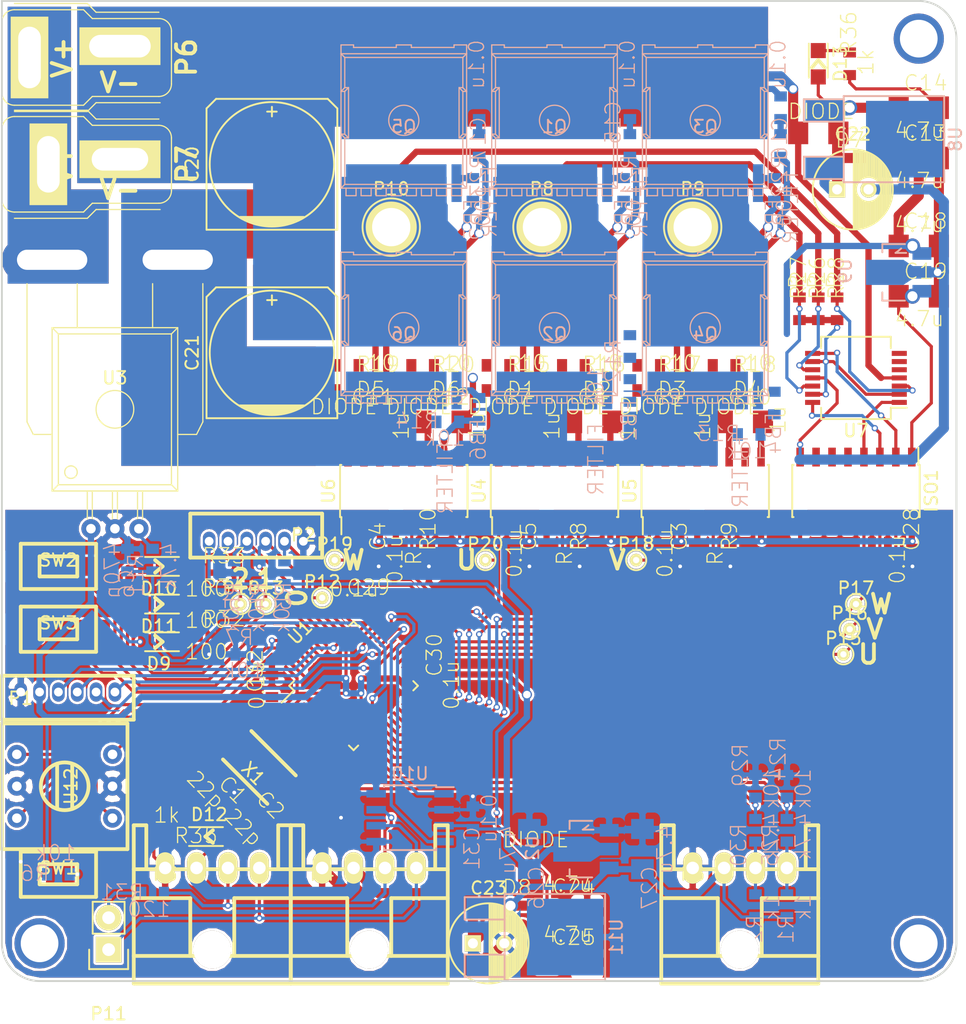
<source format=kicad_pcb>
(kicad_pcb (version 4) (host pcbnew 4.0.6)
  (layers (0 F.Cu signal) (31 B.Cu signal) (34 B.Paste user) (35 F.Paste user) (36 B.SilkS user) (37 F.SilkS user) (38 B.Mask user) (39 F.Mask user) (44 Edge.Cuts user))
  (net 0 "")
  (net 1 GND)
  (net 2 "Net-(C1-Pad2)")
  (net 3 "Net-(C2-Pad2)")
  (net 4 "Net-(C10-Pad1)")
  (net 5 +5V)
  (net 6 "Net-(FB1-Pad1)")
  (net 7 "Net-(FB1-Pad2)")
  (net 8 "Net-(FB2-Pad1)")
  (net 9 "Net-(FB2-Pad2)")
  (net 10 "Net-(FB3-Pad1)")
  (net 11 "Net-(FB3-Pad2)")
  (net 12 "Net-(FB4-Pad1)")
  (net 13 "Net-(FB4-Pad2)")
  (net 14 "Net-(FB5-Pad1)")
  (net 15 "Net-(FB5-Pad2)")
  (net 16 "Net-(FB6-Pad1)")
  (net 17 "Net-(FB6-Pad2)")
  (net 18 +BATT)
  (net 19 +3.3V)
  (net 20 /I_SENSE)
  (net 21 "Net-(C7-Pad1)")
  (net 22 /OUT_U)
  (net 23 "Net-(C8-Pad1)")
  (net 24 GNDPWR)
  (net 25 "Net-(C9-Pad1)")
  (net 26 /OUT_V)
  (net 27 "Net-(C11-Pad1)")
  (net 28 /OUT_W)
  (net 29 "Net-(C12-Pad1)")
  (net 30 "Net-(C13-Pad1)")
  (net 31 /GD_12V)
  (net 32 "Net-(C15-Pad2)")
  (net 33 /PW_5V)
  (net 34 "Net-(D1-Pad2)")
  (net 35 "Net-(D2-Pad2)")
  (net 36 "Net-(D3-Pad2)")
  (net 37 "Net-(D4-Pad2)")
  (net 38 "Net-(D5-Pad2)")
  (net 39 "Net-(D6-Pad2)")
  (net 40 "Net-(ISO1-Pad2)")
  (net 41 "Net-(ISO1-Pad3)")
  (net 42 "Net-(ISO1-Pad4)")
  (net 43 /SWCLK)
  (net 44 /SWDIO)
  (net 45 /USART_TX)
  (net 46 /USART_RX)
  (net 47 /HALL_0)
  (net 48 /HALL_1)
  (net 49 /HALL_2)
  (net 50 +12V)
  (net 51 /CAN_H)
  (net 52 /CAN_L)
  (net 53 /ENC_A)
  (net 54 /ENC_B)
  (net 55 /NRST)
  (net 56 /BOOT0)
  (net 57 "Net-(R8-Pad1)")
  (net 58 "Net-(R9-Pad1)")
  (net 59 "Net-(R10-Pad1)")
  (net 60 "Net-(R11-Pad1)")
  (net 61 /OUT_CENTER)
  (net 62 /PWM_U)
  (net 63 /PWM_V)
  (net 64 /PWM_W)
  (net 65 "Net-(P6-Pad1)")
  (net 66 /COMP_W)
  (net 67 /COMP_V)
  (net 68 /COMP_U)
  (net 69 /CAN_RX)
  (net 70 /CAN_TX)
  (net 71 /EN_U)
  (net 72 /EN_V)
  (net 73 /EN_W)
  (net 74 "Net-(C16-Pad1)")
  (net 75 "Net-(C17-Pad1)")
  (net 76 "Net-(C23-Pad1)")
  (net 77 "Net-(R24-Pad2)")
  (net 78 "Net-(R29-Pad2)")
  (net 79 "Net-(P11-Pad2)")
  (net 80 /SW1)
  (net 81 /SW2)
  (net 82 /SEL_4)
  (net 83 /SEL_2)
  (net 84 /SEL_1)
  (net 85 /SEL_8)
  (net 86 "Net-(D9-Pad2)")
  (net 87 /LED_A)
  (net 88 "Net-(D10-Pad2)")
  (net 89 /LED_B)
  (net 90 "Net-(D11-Pad2)")
  (net 91 "Net-(D12-Pad2)")
  (net 92 "Net-(D13-Pad2)")
  (module RP_KiCAD_Libs:C3216 (layer F.Cu) (at 73 12.5)
    (fp_text reference C13 (at -1.27 -1.27) (layer F.SilkS) (effects (font (size 1.2065 1.2065) (thickness 0.1016)) (justify left bottom)))
    (fp_text value 4.7u (at -2 2.5) (layer F.SilkS) (effects (font (size 1.2065 1.2065) (thickness 0.1016)) (justify left bottom)))
    (pad 1 smd rect (at -1.6 0) (size 1.6 1.8) (layers F.Cu F.Paste F.Mask) (net 30 "Net-(C13-Pad1)"))
    (pad 2 smd rect (at 1.6 0) (size 1.6 1.8) (layers F.Cu F.Paste F.Mask) (net 24 GNDPWR))
  )
  (module RP_KiCAD_Libs:C1608_WP (layer F.Cu) (at 17 61.5 135)
    (fp_text reference C1 (at -0.635 -0.635 135) (layer F.SilkS) (effects (font (size 1.2065 1.2065) (thickness 0.1016)) (justify left bottom)))
    (fp_text value 22p (at 1.414214 -2.12132 135) (layer F.SilkS) (effects (font (size 1.2065 1.2065) (thickness 0.1016)) (justify left bottom)))
    (pad 1 smd rect (at -0.9 0 135) (size 0.8 1) (layers F.Cu F.Paste F.Mask) (net 1 GND))
    (pad 2 smd rect (at 0.9 0 135) (size 0.8 1) (layers F.Cu F.Paste F.Mask) (net 2 "Net-(C1-Pad2)"))
  )
  (module RP_KiCAD_Libs:C1608_WP (layer F.Cu) (at 20 64.5 315)
    (fp_text reference C2 (at -0.635 -0.635 315) (layer F.SilkS) (effects (font (size 1.2065 1.2065) (thickness 0.1016)) (justify left bottom)))
    (fp_text value 22p (at -1.414214 2.12132 315) (layer F.SilkS) (effects (font (size 1.2065 1.2065) (thickness 0.1016)) (justify left bottom)))
    (pad 1 smd rect (at -0.9 0 315) (size 0.8 1) (layers F.Cu F.Paste F.Mask) (net 1 GND))
    (pad 2 smd rect (at 0.9 0 315) (size 0.8 1) (layers F.Cu F.Paste F.Mask) (net 3 "Net-(C2-Pad2)"))
  )
  (module RP_KiCAD_Libs:C1608_WP (layer F.Cu) (at 54 44.5 270)
    (fp_text reference C3 (at -0.635 -0.635 270) (layer F.SilkS) (effects (font (size 1.2065 1.2065) (thickness 0.1016)) (justify left bottom)))
    (fp_text value 0.1u (at 1.5 0.5 270) (layer F.SilkS) (effects (font (size 1.2065 1.2065) (thickness 0.1016)) (justify left bottom)))
    (pad 1 smd rect (at -0.9 0 270) (size 0.8 1) (layers F.Cu F.Paste F.Mask) (net 19 +3.3V))
    (pad 2 smd rect (at 0.9 0 270) (size 0.8 1) (layers F.Cu F.Paste F.Mask) (net 1 GND))
  )
  (module RP_KiCAD_Libs:C1608_WP (layer F.Cu) (at 30 44.5 270)
    (fp_text reference C4 (at -0.635 -0.635 270) (layer F.SilkS) (effects (font (size 1.2065 1.2065) (thickness 0.1016)) (justify left bottom)))
    (fp_text value 0.1u (at 2 -2 270) (layer F.SilkS) (effects (font (size 1.2065 1.2065) (thickness 0.1016)) (justify left bottom)))
    (pad 1 smd rect (at -0.9 0 270) (size 0.8 1) (layers F.Cu F.Paste F.Mask) (net 19 +3.3V))
    (pad 2 smd rect (at 0.9 0 270) (size 0.8 1) (layers F.Cu F.Paste F.Mask) (net 1 GND))
  )
  (module RP_KiCAD_Libs:C3216 (layer F.Cu) (at 41 33.5)
    (fp_text reference C7 (at -1.27 -1.27) (layer F.SilkS) (effects (font (size 1.2065 1.2065) (thickness 0.1016)) (justify left bottom)))
    (fp_text value 1u (at 3.5 1.5 90) (layer F.SilkS) (effects (font (size 1.2065 1.2065) (thickness 0.1016)) (justify left bottom)))
    (pad 1 smd rect (at -1.6 0) (size 1.6 1.8) (layers F.Cu F.Paste F.Mask) (net 21 "Net-(C7-Pad1)"))
    (pad 2 smd rect (at 1.6 0) (size 1.6 1.8) (layers F.Cu F.Paste F.Mask) (net 22 /OUT_U))
  )
  (module RP_KiCAD_Libs:C3216 (layer F.Cu) (at 47 33.5)
    (fp_text reference C8 (at -1.27 -1.27) (layer F.SilkS) (effects (font (size 1.2065 1.2065) (thickness 0.1016)) (justify left bottom)))
    (fp_text value 1u (at 3.5 1.5 90) (layer F.SilkS) (effects (font (size 1.2065 1.2065) (thickness 0.1016)) (justify left bottom)))
    (pad 1 smd rect (at -1.6 0) (size 1.6 1.8) (layers F.Cu F.Paste F.Mask) (net 23 "Net-(C8-Pad1)"))
    (pad 2 smd rect (at 1.6 0) (size 1.6 1.8) (layers F.Cu F.Paste F.Mask) (net 24 GNDPWR))
  )
  (module RP_KiCAD_Libs:C3216 (layer F.Cu) (at 73 8.5)
    (fp_text reference C14 (at -1.27 -1.27) (layer F.SilkS) (effects (font (size 1.2065 1.2065) (thickness 0.1016)) (justify left bottom)))
    (fp_text value 4.7u (at -2 2.5) (layer F.SilkS) (effects (font (size 1.2065 1.2065) (thickness 0.1016)) (justify left bottom)))
    (pad 1 smd rect (at -1.6 0) (size 1.6 1.8) (layers F.Cu F.Paste F.Mask) (net 31 /GD_12V))
    (pad 2 smd rect (at 1.6 0) (size 1.6 1.8) (layers F.Cu F.Paste F.Mask) (net 24 GNDPWR))
  )
  (module RP_KiCAD_Libs:C1608_WP (layer B.Cu) (at 38 8.5 90)
    (fp_text reference C17 (at -0.635 0.635 90) (layer B.SilkS) (effects (font (size 1.2065 1.2065) (thickness 0.1016)) (justify left bottom mirror)))
    (fp_text value 0.1u (at 5.5 0.5 90) (layer B.SilkS) (effects (font (size 1.2065 1.2065) (thickness 0.1016)) (justify left bottom mirror)))
    (pad 1 smd rect (at -0.9 0 90) (size 0.8 1) (layers B.Cu B.Paste B.Mask) (net 75 "Net-(C17-Pad1)"))
    (pad 2 smd rect (at 0.9 0 90) (size 0.8 1) (layers B.Cu B.Paste B.Mask) (net 18 +BATT))
  )
  (module RP_KiCAD_Libs:C3216 (layer F.Cu) (at 73 19.5)
    (fp_text reference C18 (at -1.27 -1.27) (layer F.SilkS) (effects (font (size 1.2065 1.2065) (thickness 0.1016)) (justify left bottom)))
    (fp_text value 4.7u (at -2 -1) (layer F.SilkS) (effects (font (size 1.2065 1.2065) (thickness 0.1016)) (justify left bottom)))
    (pad 1 smd rect (at -1.6 0) (size 1.6 1.8) (layers F.Cu F.Paste F.Mask) (net 31 /GD_12V))
    (pad 2 smd rect (at 1.6 0) (size 1.6 1.8) (layers F.Cu F.Paste F.Mask) (net 24 GNDPWR))
  )
  (module RP_KiCAD_Libs:C1608_WP (layer B.Cu) (at 49.5 15 90)
    (fp_text reference FB1 (at -0.635 0.635 90) (layer B.SilkS) (effects (font (size 1.2065 1.2065) (thickness 0.1016)) (justify left bottom mirror)))
    (fp_text value FILTER (at 2 2 90) (layer B.SilkS) (effects (font (size 1.2065 1.2065) (thickness 0.1016)) (justify left bottom mirror)))
    (pad 1 smd rect (at -0.9 0 90) (size 0.8 1) (layers B.Cu B.Paste B.Mask) (net 6 "Net-(FB1-Pad1)"))
    (pad 2 smd rect (at 0.9 0 90) (size 0.8 1) (layers B.Cu B.Paste B.Mask) (net 7 "Net-(FB1-Pad2)"))
  )
  (module RP_KiCAD_Libs:C1608_WP (layer B.Cu) (at 50 31 90)
    (fp_text reference FB2 (at -0.635 0.635 90) (layer B.SilkS) (effects (font (size 1.2065 1.2065) (thickness 0.1016)) (justify left bottom mirror)))
    (fp_text value FILTER (at -2.5 -2 90) (layer B.SilkS) (effects (font (size 1.2065 1.2065) (thickness 0.1016)) (justify left bottom mirror)))
    (pad 1 smd rect (at -0.9 0 90) (size 0.8 1) (layers B.Cu B.Paste B.Mask) (net 8 "Net-(FB2-Pad1)"))
    (pad 2 smd rect (at 0.9 0 90) (size 0.8 1) (layers B.Cu B.Paste B.Mask) (net 9 "Net-(FB2-Pad2)"))
  )
  (module RP_KiCAD_Libs:C1608_WP (layer B.Cu) (at 61.5 15 90)
    (fp_text reference FB3 (at -0.635 0.635 90) (layer B.SilkS) (effects (font (size 1.2065 1.2065) (thickness 0.1016)) (justify left bottom mirror)))
    (fp_text value FILTER (at 1.5 2 90) (layer B.SilkS) (effects (font (size 1.2065 1.2065) (thickness 0.1016)) (justify left bottom mirror)))
    (pad 1 smd rect (at -0.9 0 90) (size 0.8 1) (layers B.Cu B.Paste B.Mask) (net 10 "Net-(FB3-Pad1)"))
    (pad 2 smd rect (at 0.9 0 90) (size 0.8 1) (layers B.Cu B.Paste B.Mask) (net 11 "Net-(FB3-Pad2)"))
  )
  (module RP_KiCAD_Libs:C1608_WP (layer B.Cu) (at 61.5 32 90)
    (fp_text reference FB4 (at -0.635 0.635 90) (layer B.SilkS) (effects (font (size 1.2065 1.2065) (thickness 0.1016)) (justify left bottom mirror)))
    (fp_text value FILTER (at -2.5 -2 90) (layer B.SilkS) (effects (font (size 1.2065 1.2065) (thickness 0.1016)) (justify left bottom mirror)))
    (pad 1 smd rect (at -0.9 0 90) (size 0.8 1) (layers B.Cu B.Paste B.Mask) (net 12 "Net-(FB4-Pad1)"))
    (pad 2 smd rect (at 0.9 0 90) (size 0.8 1) (layers B.Cu B.Paste B.Mask) (net 13 "Net-(FB4-Pad2)"))
  )
  (module RP_KiCAD_Libs:C1608_WP (layer B.Cu) (at 37.5 15 90)
    (fp_text reference FB5 (at -0.635 0.635 90) (layer B.SilkS) (effects (font (size 1.2065 1.2065) (thickness 0.1016)) (justify left bottom mirror)))
    (fp_text value FILTER (at 2 2 90) (layer B.SilkS) (effects (font (size 1.2065 1.2065) (thickness 0.1016)) (justify left bottom mirror)))
    (pad 1 smd rect (at -0.9 0 90) (size 0.8 1) (layers B.Cu B.Paste B.Mask) (net 14 "Net-(FB5-Pad1)"))
    (pad 2 smd rect (at 0.9 0 90) (size 0.8 1) (layers B.Cu B.Paste B.Mask) (net 15 "Net-(FB5-Pad2)"))
  )
  (module RP_KiCAD_Libs:C1608_WP (layer B.Cu) (at 38 32.5 90)
    (fp_text reference FB6 (at -0.635 0.635 90) (layer B.SilkS) (effects (font (size 1.2065 1.2065) (thickness 0.1016)) (justify left bottom mirror)))
    (fp_text value FILTER (at -2.5 -2 90) (layer B.SilkS) (effects (font (size 1.2065 1.2065) (thickness 0.1016)) (justify left bottom mirror)))
    (pad 1 smd rect (at -0.9 0 90) (size 0.8 1) (layers B.Cu B.Paste B.Mask) (net 16 "Net-(FB6-Pad1)"))
    (pad 2 smd rect (at 0.9 0 90) (size 0.8 1) (layers B.Cu B.Paste B.Mask) (net 17 "Net-(FB6-Pad2)"))
  )
  (module RP_KiCAD_Libs:C1608_WP (layer B.Cu) (at 62.5 72 90)
    (fp_text reference R1 (at -0.635 0.635 90) (layer B.SilkS) (effects (font (size 1.2065 1.2065) (thickness 0.1016)) (justify left bottom mirror)))
    (fp_text value 1k (at 1 2 90) (layer B.SilkS) (effects (font (size 1.2065 1.2065) (thickness 0.1016)) (justify left bottom mirror)))
    (pad 1 smd rect (at -0.9 0 90) (size 0.8 1) (layers B.Cu B.Paste B.Mask) (net 5 +5V))
    (pad 2 smd rect (at 0.9 0 90) (size 0.8 1) (layers B.Cu B.Paste B.Mask) (net 54 /ENC_B))
  )
  (module RP_KiCAD_Libs:C1608_WP (layer B.Cu) (at 60 72 90)
    (fp_text reference R2 (at -0.635 0.635 90) (layer B.SilkS) (effects (font (size 1.2065 1.2065) (thickness 0.1016)) (justify left bottom mirror)))
    (fp_text value 1k (at 1 2 90) (layer B.SilkS) (effects (font (size 1.2065 1.2065) (thickness 0.1016)) (justify left bottom mirror)))
    (pad 1 smd rect (at -0.9 0 90) (size 0.8 1) (layers B.Cu B.Paste B.Mask) (net 5 +5V))
    (pad 2 smd rect (at 0.9 0 90) (size 0.8 1) (layers B.Cu B.Paste B.Mask) (net 53 /ENC_A))
  )
  (module RP_KiCAD_Libs:C1608_WP (layer B.Cu) (at 22.5 45.5 90)
    (fp_text reference R3 (at -0.635 0.635 90) (layer B.SilkS) (effects (font (size 1.2065 1.2065) (thickness 0.1016)) (justify left bottom mirror)))
    (fp_text value 10k (at -1.5 0.5 90) (layer B.SilkS) (effects (font (size 1.2065 1.2065) (thickness 0.1016)) (justify left bottom mirror)))
    (pad 1 smd rect (at -0.9 0 90) (size 0.8 1) (layers B.Cu B.Paste B.Mask) (net 5 +5V))
    (pad 2 smd rect (at 0.9 0 90) (size 0.8 1) (layers B.Cu B.Paste B.Mask) (net 47 /HALL_0))
  )
  (module RP_KiCAD_Libs:C1608_WP (layer B.Cu) (at 20.5 45.5 90)
    (fp_text reference R4 (at -0.635 0.635 90) (layer B.SilkS) (effects (font (size 1.2065 1.2065) (thickness 0.1016)) (justify left bottom mirror)))
    (fp_text value 10k (at -1.5 0.5 90) (layer B.SilkS) (effects (font (size 1.2065 1.2065) (thickness 0.1016)) (justify left bottom mirror)))
    (pad 1 smd rect (at -0.9 0 90) (size 0.8 1) (layers B.Cu B.Paste B.Mask) (net 5 +5V))
    (pad 2 smd rect (at 0.9 0 90) (size 0.8 1) (layers B.Cu B.Paste B.Mask) (net 48 /HALL_1))
  )
  (module RP_KiCAD_Libs:C1608_WP (layer B.Cu) (at 18.5 45.5 90)
    (fp_text reference R5 (at -0.635 0.635 90) (layer B.SilkS) (effects (font (size 1.2065 1.2065) (thickness 0.1016)) (justify left bottom mirror)))
    (fp_text value 10k (at -1.5 0.5 90) (layer B.SilkS) (effects (font (size 1.2065 1.2065) (thickness 0.1016)) (justify left bottom mirror)))
    (pad 1 smd rect (at -0.9 0 90) (size 0.8 1) (layers B.Cu B.Paste B.Mask) (net 5 +5V))
    (pad 2 smd rect (at 0.9 0 90) (size 0.8 1) (layers B.Cu B.Paste B.Mask) (net 49 /HALL_2))
  )
  (module RP_KiCAD_Libs:C1608_WP (layer B.Cu) (at 4.5 69.5)
    (fp_text reference R6 (at -0.635 0.635) (layer B.SilkS) (effects (font (size 1.2065 1.2065) (thickness 0.1016)) (justify left bottom mirror)))
    (fp_text value 10k (at 1.5 -1) (layer B.SilkS) (effects (font (size 1.2065 1.2065) (thickness 0.1016)) (justify left bottom mirror)))
    (pad 1 smd rect (at -0.9 0) (size 0.8 1) (layers B.Cu B.Paste B.Mask) (net 19 +3.3V))
    (pad 2 smd rect (at 0.9 0) (size 0.8 1) (layers B.Cu B.Paste B.Mask) (net 55 /NRST))
  )
  (module RP_KiCAD_Libs:C1608_WP (layer B.Cu) (at 19.5 52 180)
    (fp_text reference R7 (at -0.635 0.635 180) (layer B.SilkS) (effects (font (size 1.2065 1.2065) (thickness 0.1016)) (justify left bottom mirror)))
    (fp_text value 10k (at -1.5 -2 180) (layer B.SilkS) (effects (font (size 1.2065 1.2065) (thickness 0.1016)) (justify left bottom mirror)))
    (pad 1 smd rect (at -0.9 0 180) (size 0.8 1) (layers B.Cu B.Paste B.Mask) (net 56 /BOOT0))
    (pad 2 smd rect (at 0.9 0 180) (size 0.8 1) (layers B.Cu B.Paste B.Mask) (net 1 GND))
  )
  (module RP_KiCAD_Libs:C1608_WP (layer F.Cu) (at 46 44.5 270)
    (fp_text reference R8 (at -0.635 -0.635 270) (layer F.SilkS) (effects (font (size 1.2065 1.2065) (thickness 0.1016)) (justify left bottom)))
    (fp_text value R (at 0.5 0.5 270) (layer F.SilkS) (effects (font (size 1.2065 1.2065) (thickness 0.1016)) (justify left bottom)))
    (pad 1 smd rect (at -0.9 0 270) (size 0.8 1) (layers F.Cu F.Paste F.Mask) (net 57 "Net-(R8-Pad1)"))
    (pad 2 smd rect (at 0.9 0 270) (size 0.8 1) (layers F.Cu F.Paste F.Mask) (net 1 GND))
  )
  (module RP_KiCAD_Libs:C1608_WP (layer F.Cu) (at 58 44.5 270)
    (fp_text reference R9 (at -0.635 -0.635 270) (layer F.SilkS) (effects (font (size 1.2065 1.2065) (thickness 0.1016)) (justify left bottom)))
    (fp_text value R (at 0.5 0.5 270) (layer F.SilkS) (effects (font (size 1.2065 1.2065) (thickness 0.1016)) (justify left bottom)))
    (pad 1 smd rect (at -0.9 0 270) (size 0.8 1) (layers F.Cu F.Paste F.Mask) (net 58 "Net-(R9-Pad1)"))
    (pad 2 smd rect (at 0.9 0 270) (size 0.8 1) (layers F.Cu F.Paste F.Mask) (net 1 GND))
  )
  (module RP_KiCAD_Libs:C1608_WP (layer F.Cu) (at 34 44.5 270)
    (fp_text reference R10 (at -0.635 -0.635 270) (layer F.SilkS) (effects (font (size 1.2065 1.2065) (thickness 0.1016)) (justify left bottom)))
    (fp_text value R (at 0.5 0.5 270) (layer F.SilkS) (effects (font (size 1.2065 1.2065) (thickness 0.1016)) (justify left bottom)))
    (pad 1 smd rect (at -0.9 0 270) (size 0.8 1) (layers F.Cu F.Paste F.Mask) (net 59 "Net-(R10-Pad1)"))
    (pad 2 smd rect (at 0.9 0 270) (size 0.8 1) (layers F.Cu F.Paste F.Mask) (net 1 GND))
  )
  (module RP_KiCAD_Libs:C1608_WP (layer B.Cu) (at 12 44.5 270)
    (fp_text reference R11 (at -0.635 0.635 270) (layer B.SilkS) (effects (font (size 1.2065 1.2065) (thickness 0.1016)) (justify left bottom mirror)))
    (fp_text value 4.7k (at -1.5 -2 270) (layer B.SilkS) (effects (font (size 1.2065 1.2065) (thickness 0.1016)) (justify left bottom mirror)))
    (pad 1 smd rect (at -0.9 0 270) (size 0.8 1) (layers B.Cu B.Paste B.Mask) (net 60 "Net-(R11-Pad1)"))
    (pad 2 smd rect (at 0.9 0 270) (size 0.8 1) (layers B.Cu B.Paste B.Mask) (net 20 /I_SENSE))
  )
  (module RP_KiCAD_Libs:C1608_WP (layer B.Cu) (at 50 27.5 270)
    (fp_text reference R12 (at -0.635 0.635 270) (layer B.SilkS) (effects (font (size 1.2065 1.2065) (thickness 0.1016)) (justify left bottom mirror)))
    (fp_text value 10k (at 1.5 2 270) (layer B.SilkS) (effects (font (size 1.2065 1.2065) (thickness 0.1016)) (justify left bottom mirror)))
    (pad 1 smd rect (at -0.9 0 270) (size 0.8 1) (layers B.Cu B.Paste B.Mask) (net 24 GNDPWR))
    (pad 2 smd rect (at 0.9 0 270) (size 0.8 1) (layers B.Cu B.Paste B.Mask) (net 8 "Net-(FB2-Pad1)"))
  )
  (module Crystals:ABM3_2pads (layer F.Cu) (at 20.5 61 315)
    (fp_text reference X1 (at 0 0.7 315) (layer F.SilkS))
    (fp_text value CRYSTAL)
    (pad 1 smd rect (at -2.2 0 315) (size 1.8 2.6) (layers F.Cu F.Paste F.Mask) (net 2 "Net-(C1-Pad2)"))
    (pad 2 smd rect (at 2.2 0 315) (size 1.8 2.6) (layers F.Cu F.Paste F.Mask) (net 3 "Net-(C2-Pad2)"))
  )
  (module RP_KiCAD_Libs:C1608_WP (layer B.Cu) (at 59.5 34.5)
    (fp_text reference R13 (at -0.635 0.635) (layer B.SilkS) (effects (font (size 1.2065 1.2065) (thickness 0.1016)) (justify left bottom mirror)))
    (fp_text value 10k (at 1.5 2) (layer B.SilkS) (effects (font (size 1.2065 1.2065) (thickness 0.1016)) (justify left bottom mirror)))
    (pad 1 smd rect (at -0.9 0) (size 0.8 1) (layers B.Cu B.Paste B.Mask) (net 24 GNDPWR))
    (pad 2 smd rect (at 0.9 0) (size 0.8 1) (layers B.Cu B.Paste B.Mask) (net 12 "Net-(FB4-Pad1)"))
  )
  (module RP_KiCAD_Libs:C1608_WP (layer B.Cu) (at 35.5 33.5)
    (fp_text reference R14 (at -0.635 0.635) (layer B.SilkS) (effects (font (size 1.2065 1.2065) (thickness 0.1016)) (justify left bottom mirror)))
    (fp_text value 10k (at 1.5 2) (layer B.SilkS) (effects (font (size 1.2065 1.2065) (thickness 0.1016)) (justify left bottom mirror)))
    (pad 1 smd rect (at -0.9 0) (size 0.8 1) (layers B.Cu B.Paste B.Mask) (net 24 GNDPWR))
    (pad 2 smd rect (at 0.9 0) (size 0.8 1) (layers B.Cu B.Paste B.Mask) (net 16 "Net-(FB6-Pad1)"))
  )
  (module RP_KiCAD_Libs:C1608_WP (layer B.Cu) (at 50 8.5 270)
    (fp_text reference C15 (at -0.635 0.635 270) (layer B.SilkS) (effects (font (size 1.2065 1.2065) (thickness 0.1016)) (justify left bottom mirror)))
    (fp_text value 0.1u (at -5.5 -0.5 270) (layer B.SilkS) (effects (font (size 1.2065 1.2065) (thickness 0.1016)) (justify left bottom mirror)))
    (pad 1 smd rect (at -0.9 0 270) (size 0.8 1) (layers B.Cu B.Paste B.Mask) (net 18 +BATT))
    (pad 2 smd rect (at 0.9 0 270) (size 0.8 1) (layers B.Cu B.Paste B.Mask) (net 32 "Net-(C15-Pad2)"))
  )
  (module RP_KiCAD_Libs:C1608_WP (layer B.Cu) (at 62 8.5 90)
    (fp_text reference C16 (at -0.635 0.635 90) (layer B.SilkS) (effects (font (size 1.2065 1.2065) (thickness 0.1016)) (justify left bottom mirror)))
    (fp_text value 0.1u (at 5.5 0.5 90) (layer B.SilkS) (effects (font (size 1.2065 1.2065) (thickness 0.1016)) (justify left bottom mirror)))
    (pad 1 smd rect (at -0.9 0 90) (size 0.8 1) (layers B.Cu B.Paste B.Mask) (net 74 "Net-(C16-Pad1)"))
    (pad 2 smd rect (at 0.9 0 90) (size 0.8 1) (layers B.Cu B.Paste B.Mask) (net 18 +BATT))
  )
  (module RP_KiCAD_Libs:C1608_WP (layer F.Cu) (at 42 44.5 270)
    (fp_text reference C5 (at -0.635 -0.635 270) (layer F.SilkS) (effects (font (size 1.2065 1.2065) (thickness 0.1016)) (justify left bottom)))
    (fp_text value 0.1u (at 1.5 0.5 270) (layer F.SilkS) (effects (font (size 1.2065 1.2065) (thickness 0.1016)) (justify left bottom)))
    (pad 1 smd rect (at -0.9 0 270) (size 0.8 1) (layers F.Cu F.Paste F.Mask) (net 19 +3.3V))
    (pad 2 smd rect (at 0.9 0 270) (size 0.8 1) (layers F.Cu F.Paste F.Mask) (net 1 GND))
  )
  (module RP_KiCAD_Libs:C1608_WP (layer B.Cu) (at 10 44.5 90)
    (fp_text reference C6 (at -0.635 0.635 90) (layer B.SilkS) (effects (font (size 1.2065 1.2065) (thickness 0.1016)) (justify left bottom mirror)))
    (fp_text value 470n (at 1.5 -0.5 90) (layer B.SilkS) (effects (font (size 1.2065 1.2065) (thickness 0.1016)) (justify left bottom mirror)))
    (pad 1 smd rect (at -0.9 0 90) (size 0.8 1) (layers B.Cu B.Paste B.Mask) (net 20 /I_SENSE))
    (pad 2 smd rect (at 0.9 0 90) (size 0.8 1) (layers B.Cu B.Paste B.Mask) (net 1 GND))
  )
  (module RP_KiCAD_Libs:C3216 (layer F.Cu) (at 53 33.5)
    (fp_text reference C9 (at -1.27 -1.27) (layer F.SilkS) (effects (font (size 1.2065 1.2065) (thickness 0.1016)) (justify left bottom)))
    (fp_text value 1u (at 3.5 1.5 90) (layer F.SilkS) (effects (font (size 1.2065 1.2065) (thickness 0.1016)) (justify left bottom)))
    (pad 1 smd rect (at -1.6 0) (size 1.6 1.8) (layers F.Cu F.Paste F.Mask) (net 25 "Net-(C9-Pad1)"))
    (pad 2 smd rect (at 1.6 0) (size 1.6 1.8) (layers F.Cu F.Paste F.Mask) (net 26 /OUT_V))
  )
  (module RP_KiCAD_Libs:C3216 (layer F.Cu) (at 59 33.5)
    (fp_text reference C10 (at -1.27 -1.27) (layer F.SilkS) (effects (font (size 1.2065 1.2065) (thickness 0.1016)) (justify left bottom)))
    (fp_text value 1u (at 3.5 1 90) (layer F.SilkS) (effects (font (size 1.2065 1.2065) (thickness 0.1016)) (justify left bottom)))
    (pad 1 smd rect (at -1.6 0) (size 1.6 1.8) (layers F.Cu F.Paste F.Mask) (net 4 "Net-(C10-Pad1)"))
    (pad 2 smd rect (at 1.6 0) (size 1.6 1.8) (layers F.Cu F.Paste F.Mask) (net 24 GNDPWR))
  )
  (module RP_KiCAD_Libs:C3216 (layer F.Cu) (at 29 33.5)
    (fp_text reference C11 (at -1.27 -1.27) (layer F.SilkS) (effects (font (size 1.2065 1.2065) (thickness 0.1016)) (justify left bottom)))
    (fp_text value 1u (at 3.5 1.5 90) (layer F.SilkS) (effects (font (size 1.2065 1.2065) (thickness 0.1016)) (justify left bottom)))
    (pad 1 smd rect (at -1.6 0) (size 1.6 1.8) (layers F.Cu F.Paste F.Mask) (net 27 "Net-(C11-Pad1)"))
    (pad 2 smd rect (at 1.6 0) (size 1.6 1.8) (layers F.Cu F.Paste F.Mask) (net 28 /OUT_W))
  )
  (module RP_KiCAD_Libs:C3216 (layer F.Cu) (at 35 33.5)
    (fp_text reference C12 (at -1.27 -1.27) (layer F.SilkS) (effects (font (size 1.2065 1.2065) (thickness 0.1016)) (justify left bottom)))
    (fp_text value 1u (at 3.5 1.5 90) (layer F.SilkS) (effects (font (size 1.2065 1.2065) (thickness 0.1016)) (justify left bottom)))
    (pad 1 smd rect (at -1.6 0) (size 1.6 1.8) (layers F.Cu F.Paste F.Mask) (net 29 "Net-(C12-Pad1)"))
    (pad 2 smd rect (at 1.6 0) (size 1.6 1.8) (layers F.Cu F.Paste F.Mask) (net 24 GNDPWR))
  )
  (module RP_KiCAD_Libs:C3216 (layer F.Cu) (at 73 23.5)
    (fp_text reference C19 (at -1.27 -1.27) (layer F.SilkS) (effects (font (size 1.2065 1.2065) (thickness 0.1016)) (justify left bottom)))
    (fp_text value 4.7u (at -2 2.5) (layer F.SilkS) (effects (font (size 1.2065 1.2065) (thickness 0.1016)) (justify left bottom)))
    (pad 1 smd rect (at -1.6 0) (size 1.6 1.8) (layers F.Cu F.Paste F.Mask) (net 33 /PW_5V))
    (pad 2 smd rect (at 1.6 0) (size 1.6 1.8) (layers F.Cu F.Paste F.Mask) (net 24 GNDPWR))
  )
  (module Capacitors_SMD:c_elec_10x10.5 (layer F.Cu) (at 21.5 13 90)
    (fp_text reference C20 (at 0 -6.35 90) (layer F.SilkS))
    (fp_text value 470u)
    (pad 1 smd rect (at 4.0005 0 90) (size 4.0005 2.4003) (layers F.Cu F.Paste F.Mask) (net 18 +BATT))
    (pad 2 smd rect (at -4.0005 0 90) (size 4.0005 2.4003) (layers F.Cu F.Paste F.Mask) (net 24 GNDPWR))
  )
  (module Capacitors_SMD:c_elec_10x10.5 (layer F.Cu) (at 21.5 28 90)
    (fp_text reference C21 (at 0 -6.35 90) (layer F.SilkS))
    (fp_text value 470u)
    (pad 1 smd rect (at 4.0005 0 90) (size 4.0005 2.4003) (layers F.Cu F.Paste F.Mask) (net 18 +BATT))
    (pad 2 smd rect (at -4.0005 0 90) (size 4.0005 2.4003) (layers F.Cu F.Paste F.Mask) (net 24 GNDPWR))
  )
  (module RP_KiCAD_Libs:C1608_WP (layer F.Cu) (at 39.5 31 180)
    (fp_text reference D1 (at -0.635 -0.635 180) (layer F.SilkS) (effects (font (size 1.2065 1.2065) (thickness 0.1016)) (justify left bottom)))
    (fp_text value DIODE (at 2.5 -2 180) (layer F.SilkS) (effects (font (size 1.2065 1.2065) (thickness 0.1016)) (justify left bottom)))
    (pad 1 smd rect (at -0.9 0 180) (size 0.8 1) (layers F.Cu F.Paste F.Mask) (net 21 "Net-(C7-Pad1)"))
    (pad 2 smd rect (at 0.9 0 180) (size 0.8 1) (layers F.Cu F.Paste F.Mask) (net 34 "Net-(D1-Pad2)"))
  )
  (module RP_KiCAD_Libs:C1608_WP (layer F.Cu) (at 45.5 31 180)
    (fp_text reference D2 (at -0.635 -0.635 180) (layer F.SilkS) (effects (font (size 1.2065 1.2065) (thickness 0.1016)) (justify left bottom)))
    (fp_text value DIODE (at 2.5 -2 180) (layer F.SilkS) (effects (font (size 1.2065 1.2065) (thickness 0.1016)) (justify left bottom)))
    (pad 1 smd rect (at -0.9 0 180) (size 0.8 1) (layers F.Cu F.Paste F.Mask) (net 23 "Net-(C8-Pad1)"))
    (pad 2 smd rect (at 0.9 0 180) (size 0.8 1) (layers F.Cu F.Paste F.Mask) (net 35 "Net-(D2-Pad2)"))
  )
  (module RP_KiCAD_Libs:C1608_WP (layer F.Cu) (at 51.5 31 180)
    (fp_text reference D3 (at -0.635 -0.635 180) (layer F.SilkS) (effects (font (size 1.2065 1.2065) (thickness 0.1016)) (justify left bottom)))
    (fp_text value DIODE (at 2.5 -2 180) (layer F.SilkS) (effects (font (size 1.2065 1.2065) (thickness 0.1016)) (justify left bottom)))
    (pad 1 smd rect (at -0.9 0 180) (size 0.8 1) (layers F.Cu F.Paste F.Mask) (net 25 "Net-(C9-Pad1)"))
    (pad 2 smd rect (at 0.9 0 180) (size 0.8 1) (layers F.Cu F.Paste F.Mask) (net 36 "Net-(D3-Pad2)"))
  )
  (module RP_KiCAD_Libs:C1608_WP (layer F.Cu) (at 57.5 31 180)
    (fp_text reference D4 (at -0.635 -0.635 180) (layer F.SilkS) (effects (font (size 1.2065 1.2065) (thickness 0.1016)) (justify left bottom)))
    (fp_text value DIODE (at 2.5 -2 180) (layer F.SilkS) (effects (font (size 1.2065 1.2065) (thickness 0.1016)) (justify left bottom)))
    (pad 1 smd rect (at -0.9 0 180) (size 0.8 1) (layers F.Cu F.Paste F.Mask) (net 4 "Net-(C10-Pad1)"))
    (pad 2 smd rect (at 0.9 0 180) (size 0.8 1) (layers F.Cu F.Paste F.Mask) (net 37 "Net-(D4-Pad2)"))
  )
  (module RP_KiCAD_Libs:C1608_WP (layer F.Cu) (at 27.5 31 180)
    (fp_text reference D5 (at -0.635 -0.635 180) (layer F.SilkS) (effects (font (size 1.2065 1.2065) (thickness 0.1016)) (justify left bottom)))
    (fp_text value DIODE (at 3 -2 180) (layer F.SilkS) (effects (font (size 1.2065 1.2065) (thickness 0.1016)) (justify left bottom)))
    (pad 1 smd rect (at -0.9 0 180) (size 0.8 1) (layers F.Cu F.Paste F.Mask) (net 27 "Net-(C11-Pad1)"))
    (pad 2 smd rect (at 0.9 0 180) (size 0.8 1) (layers F.Cu F.Paste F.Mask) (net 38 "Net-(D5-Pad2)"))
  )
  (module RP_KiCAD_Libs:C1608_WP (layer F.Cu) (at 33.5 31 180)
    (fp_text reference D6 (at -0.635 -0.635 180) (layer F.SilkS) (effects (font (size 1.2065 1.2065) (thickness 0.1016)) (justify left bottom)))
    (fp_text value DIODE (at 3 -2 180) (layer F.SilkS) (effects (font (size 1.2065 1.2065) (thickness 0.1016)) (justify left bottom)))
    (pad 1 smd rect (at -0.9 0 180) (size 0.8 1) (layers F.Cu F.Paste F.Mask) (net 29 "Net-(C12-Pad1)"))
    (pad 2 smd rect (at 0.9 0 180) (size 0.8 1) (layers F.Cu F.Paste F.Mask) (net 39 "Net-(D6-Pad2)"))
  )
  (module RP_KiCAD_Libs:C3216 (layer F.Cu) (at 65 10.5 180)
    (fp_text reference D7 (at -1.27 -1.27 180) (layer F.SilkS) (effects (font (size 1.2065 1.2065) (thickness 0.1016)) (justify left bottom)))
    (fp_text value DIODE (at 2.5 1 360) (layer F.SilkS) (effects (font (size 1.2065 1.2065) (thickness 0.1016)) (justify left bottom)))
    (pad 1 smd rect (at -1.6 0 180) (size 1.6 1.8) (layers F.Cu F.Paste F.Mask) (net 30 "Net-(C13-Pad1)"))
    (pad 2 smd rect (at 1.6 0 180) (size 1.6 1.8) (layers F.Cu F.Paste F.Mask) (net 18 +BATT))
  )
  (module Housings_SOIC:SOIC-16_3.9x9.9mm_Pitch1.27mm (layer F.Cu) (at 68 39 270)
    (fp_text reference ISO1 (at 0 -6 270) (layer F.SilkS))
    (fp_text value Si866x)
    (pad 1 smd rect (at -2.7 -4.445 270) (size 1.5 0.6) (layers F.Cu F.Paste F.Mask) (net 33 /PW_5V))
    (pad 2 smd rect (at -2.7 -3.175 270) (size 1.5 0.6) (layers F.Cu F.Paste F.Mask) (net 40 "Net-(ISO1-Pad2)"))
    (pad 3 smd rect (at -2.7 -1.905 270) (size 1.5 0.6) (layers F.Cu F.Paste F.Mask) (net 41 "Net-(ISO1-Pad3)"))
    (pad 4 smd rect (at -2.7 -0.635 270) (size 1.5 0.6) (layers F.Cu F.Paste F.Mask) (net 42 "Net-(ISO1-Pad4)"))
    (pad 5 smd rect (at -2.7 0.635 270) (size 1.5 0.6) (layers F.Cu F.Paste F.Mask))
    (pad 6 smd rect (at -2.7 1.905 270) (size 1.5 0.6) (layers F.Cu F.Paste F.Mask))
    (pad 7 smd rect (at -2.7 3.175 270) (size 1.5 0.6) (layers F.Cu F.Paste F.Mask))
    (pad 8 smd rect (at -2.7 4.445 270) (size 1.5 0.6) (layers F.Cu F.Paste F.Mask) (net 24 GNDPWR))
    (pad 9 smd rect (at 2.7 4.445 270) (size 1.5 0.6) (layers F.Cu F.Paste F.Mask) (net 1 GND))
    (pad 10 smd rect (at 2.7 3.175 270) (size 1.5 0.6) (layers F.Cu F.Paste F.Mask))
    (pad 11 smd rect (at 2.7 1.905 270) (size 1.5 0.6) (layers F.Cu F.Paste F.Mask))
    (pad 12 smd rect (at 2.7 0.635 270) (size 1.5 0.6) (layers F.Cu F.Paste F.Mask))
    (pad 13 smd rect (at 2.7 -0.635 270) (size 1.5 0.6) (layers F.Cu F.Paste F.Mask) (net 66 /COMP_W))
    (pad 14 smd rect (at 2.7 -1.905 270) (size 1.5 0.6) (layers F.Cu F.Paste F.Mask) (net 67 /COMP_V))
    (pad 15 smd rect (at 2.7 -3.175 270) (size 1.5 0.6) (layers F.Cu F.Paste F.Mask) (net 68 /COMP_U))
    (pad 16 smd rect (at 2.7 -4.445 270) (size 1.5 0.6) (layers F.Cu F.Paste F.Mask) (net 19 +3.3V))
  )
  (module RP_KiCAD_Connector:ZH_6T (layer F.Cu) (at 1.5 55)
    (fp_text reference P1 (at 0 0.5) (layer F.SilkS))
    (fp_text value CONN_01X06)
    (pad 1 thru_hole oval (at 0 0) (size 1 1.524) (drill 0.7) (layers *.Cu *.Mask) (net 1 GND))
    (pad 2 thru_hole oval (at 1.5 0) (size 1 1.524) (drill 0.7) (layers *.Cu *.Mask) (net 19 +3.3V))
    (pad 3 thru_hole oval (at 3 0) (size 1 1.524) (drill 0.7) (layers *.Cu *.Mask) (net 43 /SWCLK))
    (pad 4 thru_hole oval (at 4.5 0) (size 1 1.524) (drill 0.7) (layers *.Cu *.Mask) (net 44 /SWDIO))
    (pad 5 thru_hole oval (at 6 0) (size 1 1.524) (drill 0.7) (layers *.Cu *.Mask) (net 45 /USART_TX))
    (pad 6 thru_hole oval (at 7.5 0) (size 1 1.524) (drill 0.7) (layers *.Cu *.Mask) (net 46 /USART_RX))
  )
  (module RP_KiCAD_Connector:ZH_6T (layer F.Cu) (at 24 43 180)
    (fp_text reference P2 (at 0 0.5 180) (layer F.SilkS))
    (fp_text value CONN_01X06)
    (pad 1 thru_hole oval (at 0 0 180) (size 1 1.524) (drill 0.7) (layers *.Cu *.Mask) (net 1 GND))
    (pad 2 thru_hole oval (at 1.5 0 180) (size 1 1.524) (drill 0.7) (layers *.Cu *.Mask) (net 47 /HALL_0))
    (pad 3 thru_hole oval (at 3 0 180) (size 1 1.524) (drill 0.7) (layers *.Cu *.Mask) (net 48 /HALL_1))
    (pad 4 thru_hole oval (at 4.5 0 180) (size 1 1.524) (drill 0.7) (layers *.Cu *.Mask) (net 49 /HALL_2))
    (pad 5 thru_hole oval (at 6 0 180) (size 1 1.524) (drill 0.7) (layers *.Cu *.Mask))
    (pad 6 thru_hole oval (at 7.5 0 180) (size 1 1.524) (drill 0.7) (layers *.Cu *.Mask) (net 5 +5V))
  )
  (module RP_KiCAD_Connector:XA_4LC (layer F.Cu) (at 13 69)
    (fp_text reference P3 (at 0 0.5) (layer F.SilkS))
    (fp_text value CONN_01X04)
    (pad 1 thru_hole oval (at 0 0) (size 1.5 2.5) (drill 1) (layers *.Cu *.Mask F.SilkS) (net 1 GND))
    (pad 2 thru_hole oval (at 2.5 0) (size 1.5 2.5) (drill 1) (layers *.Cu *.Mask F.SilkS) (net 50 +12V))
    (pad 3 thru_hole oval (at 5 0) (size 1.5 2.5) (drill 1) (layers *.Cu *.Mask F.SilkS) (net 51 /CAN_H))
    (pad 4 thru_hole oval (at 7.5 0) (size 1.5 2.5) (drill 1) (layers *.Cu *.Mask F.SilkS) (net 52 /CAN_L))
    (pad "" thru_hole circle (at 3.75 6.5) (size 3 3) (drill 3) (layers *.Cu *.Mask F.SilkS) (clearance -0.3))
  )
  (module RP_KiCAD_Connector:XA_4LC (layer F.Cu) (at 25.5 69)
    (fp_text reference P4 (at 0 0.5) (layer F.SilkS))
    (fp_text value CONN_01X04)
    (pad 1 thru_hole oval (at 0 0) (size 1.5 2.5) (drill 1) (layers *.Cu *.Mask F.SilkS) (net 1 GND))
    (pad 2 thru_hole oval (at 2.5 0) (size 1.5 2.5) (drill 1) (layers *.Cu *.Mask F.SilkS) (net 50 +12V))
    (pad 3 thru_hole oval (at 5 0) (size 1.5 2.5) (drill 1) (layers *.Cu *.Mask F.SilkS) (net 51 /CAN_H))
    (pad 4 thru_hole oval (at 7.5 0) (size 1.5 2.5) (drill 1) (layers *.Cu *.Mask F.SilkS) (net 52 /CAN_L))
    (pad "" thru_hole circle (at 3.75 6.5) (size 3 3) (drill 3) (layers *.Cu *.Mask F.SilkS) (clearance -0.3))
  )
  (module RP_KiCAD_Connector:XA_4LC (layer F.Cu) (at 55 69)
    (fp_text reference P5 (at 0 0.5) (layer F.SilkS))
    (fp_text value CONN_01X04)
    (pad 1 thru_hole oval (at 0 0) (size 1.5 2.5) (drill 1) (layers *.Cu *.Mask F.SilkS) (net 1 GND))
    (pad 2 thru_hole oval (at 2.5 0) (size 1.5 2.5) (drill 1) (layers *.Cu *.Mask F.SilkS) (net 5 +5V))
    (pad 3 thru_hole oval (at 5 0) (size 1.5 2.5) (drill 1) (layers *.Cu *.Mask F.SilkS) (net 53 /ENC_A))
    (pad 4 thru_hole oval (at 7.5 0) (size 1.5 2.5) (drill 1) (layers *.Cu *.Mask F.SilkS) (net 54 /ENC_B))
    (pad "" thru_hole circle (at 3.75 6.5) (size 3 3) (drill 3) (layers *.Cu *.Mask F.SilkS) (clearance -0.3))
  )
  (module RP_KiCAD_Connector:DEANS_T_F (layer F.Cu) (at 6.5 4.5 90)
    (fp_text reference P6 (at 0 8.2 90) (layer F.SilkS) (effects (font (thickness 0.3048))))
    (fp_text value CONN_01X02 hide)
    (fp_text user V- (at -2 2.9 180) (layer F.SilkS) (effects (font (thickness 0.3048))))
    (fp_text user V+ (at 0 -1.7 270) (layer F.SilkS) (effects (font (thickness 0.3048))))
    (pad 1 thru_hole rect (at 0 -4.3 90) (size 6.5 3) (drill oval 4.9 1.8) (layers *.Cu *.Mask F.SilkS) (net 65 "Net-(P6-Pad1)"))
    (pad 2 thru_hole rect (at 0.9 2.9 90) (size 3 6.4516) (drill oval 1.8 4.9) (layers *.Cu *.Mask F.SilkS) (net 18 +BATT))
  )
  (module RP_KiCAD_Connector:DEANS_T_M (layer F.Cu) (at 6.5 13 90)
    (fp_text reference P7 (at 0 8.2 90) (layer F.SilkS) (effects (font (thickness 0.3048))))
    (fp_text value CONN_01X02 hide)
    (fp_text user V- (at -2 2.9 180) (layer F.SilkS) (effects (font (thickness 0.3048))))
    (fp_text user V+ (at 0 -1.7 270) (layer F.SilkS) (effects (font (thickness 0.3048))))
    (pad 1 thru_hole rect (at 0 -2.8 90) (size 6.5 3) (drill oval 4.5 1.8) (layers *.Cu *.Mask F.SilkS) (net 65 "Net-(P6-Pad1)"))
    (pad 2 thru_hole rect (at 0.4 2.9 90) (size 3 6.4516) (drill oval 1.8 4.5) (layers *.Cu *.Mask F.SilkS) (net 18 +BATT))
  )
  (module Connect:1pin (layer F.Cu) (at 43 18)
    (fp_text reference P8 (at 0 -3.048) (layer F.SilkS))
    (fp_text value CONN_01X01)
    (pad 1 thru_hole circle (at 0 0) (size 4.064 4.064) (drill 3.048) (layers *.Cu *.Mask F.SilkS) (net 22 /OUT_U))
  )
  (module Connect:1pin (layer F.Cu) (at 55 18)
    (fp_text reference P9 (at 0 -3.048) (layer F.SilkS))
    (fp_text value CONN_01X01)
    (pad 1 thru_hole circle (at 0 0) (size 4.064 4.064) (drill 3.048) (layers *.Cu *.Mask F.SilkS) (net 26 /OUT_V))
  )
  (module Connect:1pin (layer F.Cu) (at 31 18)
    (fp_text reference P10 (at 0 -3.048) (layer F.SilkS))
    (fp_text value CONN_01X01)
    (pad 1 thru_hole circle (at 0 0) (size 4.064 4.064) (drill 3.048) (layers *.Cu *.Mask F.SilkS) (net 28 /OUT_W))
  )
  (module RP_KiCAD_Libs:C1608_WP (layer F.Cu) (at 39.5 29 180)
    (fp_text reference R15 (at -0.635 -0.635 180) (layer F.SilkS) (effects (font (size 1.2065 1.2065) (thickness 0.1016)) (justify left bottom)))
    (fp_text value 10 (at -1.5 -0.5 180) (layer F.SilkS) (effects (font (size 1.2065 1.2065) (thickness 0.1016)) (justify left bottom)))
    (pad 1 smd rect (at -0.9 0 180) (size 0.8 1) (layers F.Cu F.Paste F.Mask) (net 31 /GD_12V))
    (pad 2 smd rect (at 0.9 0 180) (size 0.8 1) (layers F.Cu F.Paste F.Mask) (net 34 "Net-(D1-Pad2)"))
  )
  (module RP_KiCAD_Libs:C1608_WP (layer F.Cu) (at 45.5 29 180)
    (fp_text reference R16 (at -0.635 -0.635 180) (layer F.SilkS) (effects (font (size 1.2065 1.2065) (thickness 0.1016)) (justify left bottom)))
    (fp_text value 10 (at -1.5 -0.5 180) (layer F.SilkS) (effects (font (size 1.2065 1.2065) (thickness 0.1016)) (justify left bottom)))
    (pad 1 smd rect (at -0.9 0 180) (size 0.8 1) (layers F.Cu F.Paste F.Mask) (net 31 /GD_12V))
    (pad 2 smd rect (at 0.9 0 180) (size 0.8 1) (layers F.Cu F.Paste F.Mask) (net 35 "Net-(D2-Pad2)"))
  )
  (module RP_KiCAD_Libs:C1608_WP (layer F.Cu) (at 51.5 29 180)
    (fp_text reference R17 (at -0.635 -0.635 180) (layer F.SilkS) (effects (font (size 1.2065 1.2065) (thickness 0.1016)) (justify left bottom)))
    (fp_text value 10 (at -1.5 -0.5 180) (layer F.SilkS) (effects (font (size 1.2065 1.2065) (thickness 0.1016)) (justify left bottom)))
    (pad 1 smd rect (at -0.9 0 180) (size 0.8 1) (layers F.Cu F.Paste F.Mask) (net 31 /GD_12V))
    (pad 2 smd rect (at 0.9 0 180) (size 0.8 1) (layers F.Cu F.Paste F.Mask) (net 36 "Net-(D3-Pad2)"))
  )
  (module RP_KiCAD_Libs:C1608_WP (layer F.Cu) (at 57.5 29 180)
    (fp_text reference R18 (at -0.635 -0.635 180) (layer F.SilkS) (effects (font (size 1.2065 1.2065) (thickness 0.1016)) (justify left bottom)))
    (fp_text value 10 (at -1.5 -0.5 180) (layer F.SilkS) (effects (font (size 1.2065 1.2065) (thickness 0.1016)) (justify left bottom)))
    (pad 1 smd rect (at -0.9 0 180) (size 0.8 1) (layers F.Cu F.Paste F.Mask) (net 31 /GD_12V))
    (pad 2 smd rect (at 0.9 0 180) (size 0.8 1) (layers F.Cu F.Paste F.Mask) (net 37 "Net-(D4-Pad2)"))
  )
  (module RP_KiCAD_Libs:C1608_WP (layer F.Cu) (at 27.5 29 180)
    (fp_text reference R19 (at -0.635 -0.635 180) (layer F.SilkS) (effects (font (size 1.2065 1.2065) (thickness 0.1016)) (justify left bottom)))
    (fp_text value 10 (at -1.5 -0.5 180) (layer F.SilkS) (effects (font (size 1.2065 1.2065) (thickness 0.1016)) (justify left bottom)))
    (pad 1 smd rect (at -0.9 0 180) (size 0.8 1) (layers F.Cu F.Paste F.Mask) (net 31 /GD_12V))
    (pad 2 smd rect (at 0.9 0 180) (size 0.8 1) (layers F.Cu F.Paste F.Mask) (net 38 "Net-(D5-Pad2)"))
  )
  (module RP_KiCAD_Libs:C1608_WP (layer F.Cu) (at 33.5 29 180)
    (fp_text reference R20 (at -0.635 -0.635 180) (layer F.SilkS) (effects (font (size 1.2065 1.2065) (thickness 0.1016)) (justify left bottom)))
    (fp_text value 10 (at -1.5 -0.5 180) (layer F.SilkS) (effects (font (size 1.2065 1.2065) (thickness 0.1016)) (justify left bottom)))
    (pad 1 smd rect (at -0.9 0 180) (size 0.8 1) (layers F.Cu F.Paste F.Mask) (net 31 /GD_12V))
    (pad 2 smd rect (at 0.9 0 180) (size 0.8 1) (layers F.Cu F.Paste F.Mask) (net 39 "Net-(D6-Pad2)"))
  )
  (module RP_KiCAD_Libs:C1608_WP (layer B.Cu) (at 50 11.5 90)
    (fp_text reference R21 (at -0.635 0.635 90) (layer B.SilkS) (effects (font (size 1.2065 1.2065) (thickness 0.1016)) (justify left bottom mirror)))
    (fp_text value 100 (at -3 1 90) (layer B.SilkS) (effects (font (size 1.2065 1.2065) (thickness 0.1016)) (justify left bottom mirror)))
    (pad 1 smd rect (at -0.9 0 90) (size 0.8 1) (layers B.Cu B.Paste B.Mask) (net 22 /OUT_U))
    (pad 2 smd rect (at 0.9 0 90) (size 0.8 1) (layers B.Cu B.Paste B.Mask) (net 32 "Net-(C15-Pad2)"))
  )
  (module RP_KiCAD_Libs:C1608_WP (layer B.Cu) (at 62 11.5 90)
    (fp_text reference R22 (at -0.635 0.635 90) (layer B.SilkS) (effects (font (size 1.2065 1.2065) (thickness 0.1016)) (justify left bottom mirror)))
    (fp_text value 100 (at -3 1 90) (layer B.SilkS) (effects (font (size 1.2065 1.2065) (thickness 0.1016)) (justify left bottom mirror)))
    (pad 1 smd rect (at -0.9 0 90) (size 0.8 1) (layers B.Cu B.Paste B.Mask) (net 26 /OUT_V))
    (pad 2 smd rect (at 0.9 0 90) (size 0.8 1) (layers B.Cu B.Paste B.Mask) (net 74 "Net-(C16-Pad1)"))
  )
  (module RP_KiCAD_Libs:C1608_WP (layer B.Cu) (at 38 11.5 90)
    (fp_text reference R23 (at -0.635 0.635 90) (layer B.SilkS) (effects (font (size 1.2065 1.2065) (thickness 0.1016)) (justify left bottom mirror)))
    (fp_text value 100 (at -3 1 90) (layer B.SilkS) (effects (font (size 1.2065 1.2065) (thickness 0.1016)) (justify left bottom mirror)))
    (pad 1 smd rect (at -0.9 0 90) (size 0.8 1) (layers B.Cu B.Paste B.Mask) (net 28 /OUT_W))
    (pad 2 smd rect (at 0.9 0 90) (size 0.8 1) (layers B.Cu B.Paste B.Mask) (net 75 "Net-(C17-Pad1)"))
  )
  (module RP_KiCAD_Libs:C1608_WP (layer F.Cu) (at 65 24.5 270)
    (fp_text reference R26 (at -0.635 -0.635 270) (layer F.SilkS) (effects (font (size 1.2065 1.2065) (thickness 0.1016)) (justify left bottom)))
    (fp_text value R (at -1.5 -0.5 270) (layer F.SilkS) (effects (font (size 1.2065 1.2065) (thickness 0.1016)) (justify left bottom)))
    (pad 1 smd rect (at -0.9 0 270) (size 0.8 1) (layers F.Cu F.Paste F.Mask) (net 22 /OUT_U))
    (pad 2 smd rect (at 0.9 0 270) (size 0.8 1) (layers F.Cu F.Paste F.Mask) (net 61 /OUT_CENTER))
  )
  (module RP_KiCAD_Libs:C1608_WP (layer F.Cu) (at 63.5 24.5 270)
    (fp_text reference R27 (at -0.635 -0.635 270) (layer F.SilkS) (effects (font (size 1.2065 1.2065) (thickness 0.1016)) (justify left bottom)))
    (fp_text value R (at -1.5 -0.5 270) (layer F.SilkS) (effects (font (size 1.2065 1.2065) (thickness 0.1016)) (justify left bottom)))
    (pad 1 smd rect (at -0.9 0 270) (size 0.8 1) (layers F.Cu F.Paste F.Mask) (net 26 /OUT_V))
    (pad 2 smd rect (at 0.9 0 270) (size 0.8 1) (layers F.Cu F.Paste F.Mask) (net 61 /OUT_CENTER))
  )
  (module RP_KiCAD_Libs:C1608_WP (layer F.Cu) (at 66.5 24.5 270)
    (fp_text reference R28 (at -0.635 -0.635 270) (layer F.SilkS) (effects (font (size 1.2065 1.2065) (thickness 0.1016)) (justify left bottom)))
    (fp_text value R (at -1.5 -0.5 270) (layer F.SilkS) (effects (font (size 1.2065 1.2065) (thickness 0.1016)) (justify left bottom)))
    (pad 1 smd rect (at -0.9 0 270) (size 0.8 1) (layers F.Cu F.Paste F.Mask) (net 28 /OUT_W))
    (pad 2 smd rect (at 0.9 0 270) (size 0.8 1) (layers F.Cu F.Paste F.Mask) (net 61 /OUT_CENTER))
  )
  (module Buttons_Switches_SMD:RP_SMD_Button (layer F.Cu) (at 4.5 69.5 180)
    (fp_text reference SW1 (at 0 0.5 180) (layer F.SilkS))
    (fp_text value SW_PUSH)
    (pad 1 smd rect (at 2.8 0 180) (size 2.6 1.5) (layers F.Cu F.Paste F.Mask) (net 1 GND))
    (pad 2 smd rect (at -2.8 0 180) (size 2.6 1.5) (layers F.Cu F.Paste F.Mask) (net 55 /NRST))
  )
  (module Housings_QFP:LQFP-48_7x7mm_Pitch0.5mm (layer F.Cu) (at 28 54.5 45)
    (fp_text reference U1 (at 0 -6 45) (layer F.SilkS))
    (fp_text value STM32F103_48)
    (pad 1 smd rect (at -4.35 -2.75 45) (size 1.3 0.25) (layers F.Cu F.Paste F.Mask) (net 19 +3.3V))
    (pad 2 smd rect (at -4.35 -2.25 45) (size 1.3 0.25) (layers F.Cu F.Paste F.Mask) (net 85 /SEL_8))
    (pad 3 smd rect (at -4.35 -1.75 45) (size 1.3 0.25) (layers F.Cu F.Paste F.Mask) (net 83 /SEL_2))
    (pad 4 smd rect (at -4.35 -1.25 45) (size 1.3 0.25) (layers F.Cu F.Paste F.Mask) (net 84 /SEL_1))
    (pad 5 smd rect (at -4.35 -0.75 45) (size 1.3 0.25) (layers F.Cu F.Paste F.Mask) (net 2 "Net-(C1-Pad2)"))
    (pad 6 smd rect (at -4.35 -0.25 45) (size 1.3 0.25) (layers F.Cu F.Paste F.Mask) (net 3 "Net-(C2-Pad2)"))
    (pad 7 smd rect (at -4.35 0.25 45) (size 1.3 0.25) (layers F.Cu F.Paste F.Mask) (net 55 /NRST))
    (pad 8 smd rect (at -4.35 0.75 45) (size 1.3 0.25) (layers F.Cu F.Paste F.Mask) (net 1 GND))
    (pad 9 smd rect (at -4.35 1.25 45) (size 1.3 0.25) (layers F.Cu F.Paste F.Mask) (net 19 +3.3V))
    (pad 10 smd rect (at -4.35 1.75 45) (size 1.3 0.25) (layers F.Cu F.Paste F.Mask) (net 78 "Net-(R29-Pad2)"))
    (pad 11 smd rect (at -4.35 2.25 45) (size 1.3 0.25) (layers F.Cu F.Paste F.Mask) (net 77 "Net-(R24-Pad2)"))
    (pad 12 smd rect (at -4.35 2.75 45) (size 1.3 0.25) (layers F.Cu F.Paste F.Mask) (net 20 /I_SENSE))
    (pad 13 smd rect (at -2.75 4.35 135) (size 1.3 0.25) (layers F.Cu F.Paste F.Mask) (net 72 /EN_V))
    (pad 14 smd rect (at -2.25 4.35 135) (size 1.3 0.25) (layers F.Cu F.Paste F.Mask) (net 71 /EN_U))
    (pad 15 smd rect (at -1.75 4.35 135) (size 1.3 0.25) (layers F.Cu F.Paste F.Mask) (net 73 /EN_W))
    (pad 16 smd rect (at -1.25 4.35 135) (size 1.3 0.25) (layers F.Cu F.Paste F.Mask) (net 63 /PWM_V))
    (pad 17 smd rect (at -0.75 4.35 135) (size 1.3 0.25) (layers F.Cu F.Paste F.Mask) (net 62 /PWM_U))
    (pad 18 smd rect (at -0.25 4.35 135) (size 1.3 0.25) (layers F.Cu F.Paste F.Mask) (net 64 /PWM_W))
    (pad 19 smd rect (at 0.25 4.35 135) (size 1.3 0.25) (layers F.Cu F.Paste F.Mask))
    (pad 20 smd rect (at 0.75 4.35 135) (size 1.3 0.25) (layers F.Cu F.Paste F.Mask))
    (pad 21 smd rect (at 1.25 4.35 135) (size 1.3 0.25) (layers F.Cu F.Paste F.Mask))
    (pad 22 smd rect (at 1.75 4.35 135) (size 1.3 0.25) (layers F.Cu F.Paste F.Mask))
    (pad 23 smd rect (at 2.25 4.35 135) (size 1.3 0.25) (layers F.Cu F.Paste F.Mask) (net 1 GND))
    (pad 24 smd rect (at 2.75 4.35 135) (size 1.3 0.25) (layers F.Cu F.Paste F.Mask) (net 19 +3.3V))
    (pad 25 smd rect (at 4.35 2.75 45) (size 1.3 0.25) (layers F.Cu F.Paste F.Mask) (net 68 /COMP_U))
    (pad 26 smd rect (at 4.35 2.25 45) (size 1.3 0.25) (layers F.Cu F.Paste F.Mask) (net 67 /COMP_V))
    (pad 27 smd rect (at 4.35 1.75 45) (size 1.3 0.25) (layers F.Cu F.Paste F.Mask) (net 66 /COMP_W))
    (pad 28 smd rect (at 4.35 1.25 45) (size 1.3 0.25) (layers F.Cu F.Paste F.Mask))
    (pad 29 smd rect (at 4.35 0.75 45) (size 1.3 0.25) (layers F.Cu F.Paste F.Mask))
    (pad 30 smd rect (at 4.35 0.25 45) (size 1.3 0.25) (layers F.Cu F.Paste F.Mask) (net 45 /USART_TX))
    (pad 31 smd rect (at 4.35 -0.25 45) (size 1.3 0.25) (layers F.Cu F.Paste F.Mask) (net 46 /USART_RX))
    (pad 32 smd rect (at 4.35 -0.75 45) (size 1.3 0.25) (layers F.Cu F.Paste F.Mask) (net 69 /CAN_RX))
    (pad 33 smd rect (at 4.35 -1.25 45) (size 1.3 0.25) (layers F.Cu F.Paste F.Mask) (net 70 /CAN_TX))
    (pad 34 smd rect (at 4.35 -1.75 45) (size 1.3 0.25) (layers F.Cu F.Paste F.Mask) (net 44 /SWDIO))
    (pad 35 smd rect (at 4.35 -2.25 45) (size 1.3 0.25) (layers F.Cu F.Paste F.Mask) (net 1 GND))
    (pad 36 smd rect (at 4.35 -2.75 45) (size 1.3 0.25) (layers F.Cu F.Paste F.Mask) (net 19 +3.3V))
    (pad 37 smd rect (at 2.75 -4.35 135) (size 1.3 0.25) (layers F.Cu F.Paste F.Mask) (net 43 /SWCLK))
    (pad 38 smd rect (at 2.25 -4.35 135) (size 1.3 0.25) (layers F.Cu F.Paste F.Mask) (net 47 /HALL_0))
    (pad 39 smd rect (at 1.75 -4.35 135) (size 1.3 0.25) (layers F.Cu F.Paste F.Mask) (net 48 /HALL_1))
    (pad 40 smd rect (at 1.25 -4.35 135) (size 1.3 0.25) (layers F.Cu F.Paste F.Mask) (net 49 /HALL_2))
    (pad 41 smd rect (at 0.75 -4.35 135) (size 1.3 0.25) (layers F.Cu F.Paste F.Mask) (net 89 /LED_B))
    (pad 42 smd rect (at 0.25 -4.35 135) (size 1.3 0.25) (layers F.Cu F.Paste F.Mask) (net 87 /LED_A))
    (pad 43 smd rect (at -0.25 -4.35 135) (size 1.3 0.25) (layers F.Cu F.Paste F.Mask) (net 80 /SW1))
    (pad 44 smd rect (at -0.75 -4.35 135) (size 1.3 0.25) (layers F.Cu F.Paste F.Mask) (net 56 /BOOT0))
    (pad 45 smd rect (at -1.25 -4.35 135) (size 1.3 0.25) (layers F.Cu F.Paste F.Mask) (net 81 /SW2))
    (pad 46 smd rect (at -1.75 -4.35 135) (size 1.3 0.25) (layers F.Cu F.Paste F.Mask) (net 82 /SEL_4))
    (pad 47 smd rect (at -2.25 -4.35 135) (size 1.3 0.25) (layers F.Cu F.Paste F.Mask) (net 1 GND))
    (pad 48 smd rect (at -2.75 -4.35 135) (size 1.3 0.25) (layers F.Cu F.Paste F.Mask) (net 19 +3.3V))
  )
  (module TO_SOT_Packages_SMD:SOT89-3_Housing (layer B.Cu) (at 46.5 67.5 270)
    (fp_text reference U2 (at -0.09906 4.24942 270) (layer B.SilkS) (effects (justify mirror)))
    (fp_text value NCP1117ST33T3G)
    (pad 1 smd rect (at -1.50114 -1.85166 270) (size 1.00076 1.50114) (layers B.Cu B.Paste B.Mask) (net 1 GND))
    (pad 2 smd rect (at 0 -1.85166 270) (size 1.00076 1.50114) (layers B.Cu B.Paste B.Mask) (net 19 +3.3V))
    (pad 3 smd rect (at 1.50114 -1.85166 270) (size 1.00076 1.50114) (layers B.Cu B.Paste B.Mask) (net 5 +5V))
    (pad 2 smd rect (at 0 1.09982 270) (size 1.99898 2.99974) (layers B.Cu B.Paste B.Mask) (net 19 +3.3V))
    (pad 2 smd trapezoid (at 0 -0.7493 90) (size 1.50114 0.7493) (rect_delta 0 -0.50038) (layers B.Cu B.Paste B.Mask) (net 19 +3.3V))
  )
  (module RP_KiCAD_Libs:ACS785xCB (layer F.Cu) (at 9 42)
    (fp_text reference U3 (at 0 -12) (layer F.SilkS))
    (fp_text value ACS758)
    (pad 1 thru_hole circle (at -1.91 0) (size 1.524 1.524) (drill 0.762) (layers *.Cu *.Mask) (net 19 +3.3V))
    (pad 2 thru_hole circle (at 0 0) (size 1.524 1.524) (drill 0.762) (layers *.Cu *.Mask) (net 1 GND))
    (pad 3 thru_hole circle (at 1.91 0) (size 1.524 1.524) (drill 0.762) (layers *.Cu *.Mask) (net 60 "Net-(R11-Pad1)"))
    (pad 4 thru_hole oval (at 5 -21.4) (size 8 3.5) (drill oval 5.6 1.6) (layers *.Cu *.Mask) (net 24 GNDPWR))
    (pad 5 thru_hole oval (at -5 -21.4) (size 8 3.5) (drill oval 5.6 1.6) (layers *.Cu *.Mask) (net 65 "Net-(P6-Pad1)"))
  )
  (module Housings_SOIC:SOIC-16_3.9x9.9mm_Pitch1.27mm (layer F.Cu) (at 44 39 90)
    (fp_text reference U4 (at 0 -6 90) (layer F.SilkS))
    (fp_text value SI8234)
    (pad 1 smd rect (at -2.7 -4.445 90) (size 1.5 0.6) (layers F.Cu F.Paste F.Mask) (net 62 /PWM_U))
    (pad 2 smd rect (at -2.7 -3.175 90) (size 1.5 0.6) (layers F.Cu F.Paste F.Mask))
    (pad 3 smd rect (at -2.7 -1.905 90) (size 1.5 0.6) (layers F.Cu F.Paste F.Mask) (net 19 +3.3V))
    (pad 4 smd rect (at -2.7 -0.635 90) (size 1.5 0.6) (layers F.Cu F.Paste F.Mask) (net 1 GND))
    (pad 5 smd rect (at -2.7 0.635 90) (size 1.5 0.6) (layers F.Cu F.Paste F.Mask) (net 71 /EN_U))
    (pad 6 smd rect (at -2.7 1.905 90) (size 1.5 0.6) (layers F.Cu F.Paste F.Mask) (net 57 "Net-(R8-Pad1)"))
    (pad 7 smd rect (at -2.7 3.175 90) (size 1.5 0.6) (layers F.Cu F.Paste F.Mask))
    (pad 8 smd rect (at -2.7 4.445 90) (size 1.5 0.6) (layers F.Cu F.Paste F.Mask) (net 19 +3.3V))
    (pad 9 smd rect (at 2.7 4.445 90) (size 1.5 0.6) (layers F.Cu F.Paste F.Mask) (net 24 GNDPWR))
    (pad 10 smd rect (at 2.7 3.175 90) (size 1.5 0.6) (layers F.Cu F.Paste F.Mask) (net 8 "Net-(FB2-Pad1)"))
    (pad 11 smd rect (at 2.7 1.905 90) (size 1.5 0.6) (layers F.Cu F.Paste F.Mask) (net 23 "Net-(C8-Pad1)"))
    (pad 12 smd rect (at 2.7 0.635 90) (size 1.5 0.6) (layers F.Cu F.Paste F.Mask))
    (pad 13 smd rect (at 2.7 -0.635 90) (size 1.5 0.6) (layers F.Cu F.Paste F.Mask))
    (pad 14 smd rect (at 2.7 -1.905 90) (size 1.5 0.6) (layers F.Cu F.Paste F.Mask) (net 22 /OUT_U))
    (pad 15 smd rect (at 2.7 -3.175 90) (size 1.5 0.6) (layers F.Cu F.Paste F.Mask) (net 6 "Net-(FB1-Pad1)"))
    (pad 16 smd rect (at 2.7 -4.445 90) (size 1.5 0.6) (layers F.Cu F.Paste F.Mask) (net 21 "Net-(C7-Pad1)"))
  )
  (module Housings_SOIC:SOIC-16_3.9x9.9mm_Pitch1.27mm (layer F.Cu) (at 56 39 90)
    (fp_text reference U5 (at 0 -6 90) (layer F.SilkS))
    (fp_text value SI8234)
    (pad 1 smd rect (at -2.7 -4.445 90) (size 1.5 0.6) (layers F.Cu F.Paste F.Mask) (net 63 /PWM_V))
    (pad 2 smd rect (at -2.7 -3.175 90) (size 1.5 0.6) (layers F.Cu F.Paste F.Mask))
    (pad 3 smd rect (at -2.7 -1.905 90) (size 1.5 0.6) (layers F.Cu F.Paste F.Mask) (net 19 +3.3V))
    (pad 4 smd rect (at -2.7 -0.635 90) (size 1.5 0.6) (layers F.Cu F.Paste F.Mask) (net 1 GND))
    (pad 5 smd rect (at -2.7 0.635 90) (size 1.5 0.6) (layers F.Cu F.Paste F.Mask) (net 72 /EN_V))
    (pad 6 smd rect (at -2.7 1.905 90) (size 1.5 0.6) (layers F.Cu F.Paste F.Mask) (net 58 "Net-(R9-Pad1)"))
    (pad 7 smd rect (at -2.7 3.175 90) (size 1.5 0.6) (layers F.Cu F.Paste F.Mask))
    (pad 8 smd rect (at -2.7 4.445 90) (size 1.5 0.6) (layers F.Cu F.Paste F.Mask) (net 19 +3.3V))
    (pad 9 smd rect (at 2.7 4.445 90) (size 1.5 0.6) (layers F.Cu F.Paste F.Mask) (net 24 GNDPWR))
    (pad 10 smd rect (at 2.7 3.175 90) (size 1.5 0.6) (layers F.Cu F.Paste F.Mask) (net 12 "Net-(FB4-Pad1)"))
    (pad 11 smd rect (at 2.7 1.905 90) (size 1.5 0.6) (layers F.Cu F.Paste F.Mask) (net 4 "Net-(C10-Pad1)"))
    (pad 12 smd rect (at 2.7 0.635 90) (size 1.5 0.6) (layers F.Cu F.Paste F.Mask))
    (pad 13 smd rect (at 2.7 -0.635 90) (size 1.5 0.6) (layers F.Cu F.Paste F.Mask))
    (pad 14 smd rect (at 2.7 -1.905 90) (size 1.5 0.6) (layers F.Cu F.Paste F.Mask) (net 26 /OUT_V))
    (pad 15 smd rect (at 2.7 -3.175 90) (size 1.5 0.6) (layers F.Cu F.Paste F.Mask) (net 10 "Net-(FB3-Pad1)"))
    (pad 16 smd rect (at 2.7 -4.445 90) (size 1.5 0.6) (layers F.Cu F.Paste F.Mask) (net 25 "Net-(C9-Pad1)"))
  )
  (module Housings_SOIC:SOIC-16_3.9x9.9mm_Pitch1.27mm (layer F.Cu) (at 32 39 90)
    (fp_text reference U6 (at 0 -6 90) (layer F.SilkS))
    (fp_text value SI8234)
    (pad 1 smd rect (at -2.7 -4.445 90) (size 1.5 0.6) (layers F.Cu F.Paste F.Mask) (net 64 /PWM_W))
    (pad 2 smd rect (at -2.7 -3.175 90) (size 1.5 0.6) (layers F.Cu F.Paste F.Mask))
    (pad 3 smd rect (at -2.7 -1.905 90) (size 1.5 0.6) (layers F.Cu F.Paste F.Mask) (net 19 +3.3V))
    (pad 4 smd rect (at -2.7 -0.635 90) (size 1.5 0.6) (layers F.Cu F.Paste F.Mask) (net 1 GND))
    (pad 5 smd rect (at -2.7 0.635 90) (size 1.5 0.6) (layers F.Cu F.Paste F.Mask) (net 73 /EN_W))
    (pad 6 smd rect (at -2.7 1.905 90) (size 1.5 0.6) (layers F.Cu F.Paste F.Mask) (net 59 "Net-(R10-Pad1)"))
    (pad 7 smd rect (at -2.7 3.175 90) (size 1.5 0.6) (layers F.Cu F.Paste F.Mask))
    (pad 8 smd rect (at -2.7 4.445 90) (size 1.5 0.6) (layers F.Cu F.Paste F.Mask) (net 19 +3.3V))
    (pad 9 smd rect (at 2.7 4.445 90) (size 1.5 0.6) (layers F.Cu F.Paste F.Mask) (net 24 GNDPWR))
    (pad 10 smd rect (at 2.7 3.175 90) (size 1.5 0.6) (layers F.Cu F.Paste F.Mask) (net 16 "Net-(FB6-Pad1)"))
    (pad 11 smd rect (at 2.7 1.905 90) (size 1.5 0.6) (layers F.Cu F.Paste F.Mask) (net 29 "Net-(C12-Pad1)"))
    (pad 12 smd rect (at 2.7 0.635 90) (size 1.5 0.6) (layers F.Cu F.Paste F.Mask))
    (pad 13 smd rect (at 2.7 -0.635 90) (size 1.5 0.6) (layers F.Cu F.Paste F.Mask))
    (pad 14 smd rect (at 2.7 -1.905 90) (size 1.5 0.6) (layers F.Cu F.Paste F.Mask) (net 28 /OUT_W))
    (pad 15 smd rect (at 2.7 -3.175 90) (size 1.5 0.6) (layers F.Cu F.Paste F.Mask) (net 14 "Net-(FB5-Pad1)"))
    (pad 16 smd rect (at 2.7 -4.445 90) (size 1.5 0.6) (layers F.Cu F.Paste F.Mask) (net 27 "Net-(C11-Pad1)"))
  )
  (module Housings_SSOP:SSOP-14_5.3x6.2mm_Pitch0.65mm (layer F.Cu) (at 68 30 180)
    (fp_text reference U7 (at 0 -4.2 180) (layer F.SilkS))
    (fp_text value LM324)
    (pad 1 smd rect (at -3.45 -1.95 180) (size 1.2 0.4) (layers F.Cu F.Paste F.Mask) (net 42 "Net-(ISO1-Pad4)"))
    (pad 2 smd rect (at -3.45 -1.3 180) (size 1.2 0.4) (layers F.Cu F.Paste F.Mask) (net 61 /OUT_CENTER))
    (pad 3 smd rect (at -3.45 -0.65 180) (size 1.2 0.4) (layers F.Cu F.Paste F.Mask) (net 28 /OUT_W))
    (pad 4 smd rect (at -3.45 0 180) (size 1.2 0.4) (layers F.Cu F.Paste F.Mask) (net 18 +BATT))
    (pad 5 smd rect (at -3.45 0.65 180) (size 1.2 0.4) (layers F.Cu F.Paste F.Mask))
    (pad 6 smd rect (at -3.45 1.3 180) (size 1.2 0.4) (layers F.Cu F.Paste F.Mask))
    (pad 7 smd rect (at -3.45 1.95 180) (size 1.2 0.4) (layers F.Cu F.Paste F.Mask))
    (pad 8 smd rect (at 3.45 1.95 180) (size 1.2 0.4) (layers F.Cu F.Paste F.Mask) (net 40 "Net-(ISO1-Pad2)"))
    (pad 9 smd rect (at 3.45 1.3 180) (size 1.2 0.4) (layers F.Cu F.Paste F.Mask) (net 61 /OUT_CENTER))
    (pad 10 smd rect (at 3.45 0.65 180) (size 1.2 0.4) (layers F.Cu F.Paste F.Mask) (net 22 /OUT_U))
    (pad 11 smd rect (at 3.45 0 180) (size 1.2 0.4) (layers F.Cu F.Paste F.Mask) (net 24 GNDPWR))
    (pad 12 smd rect (at 3.45 -0.65 180) (size 1.2 0.4) (layers F.Cu F.Paste F.Mask) (net 26 /OUT_V))
    (pad 13 smd rect (at 3.45 -1.3 180) (size 1.2 0.4) (layers F.Cu F.Paste F.Mask) (net 61 /OUT_CENTER))
    (pad 14 smd rect (at 3.45 -1.95 180) (size 1.2 0.4) (layers F.Cu F.Paste F.Mask) (net 41 "Net-(ISO1-Pad3)"))
  )
  (module TO_SOT_Packages_SMD:TO-252-2Lead (layer B.Cu) (at 65.5 11 90)
    (fp_text reference U8 (at 0 10.414 90) (layer B.SilkS) (effects (justify mirror)))
    (fp_text value LM7812ACT)
    (pad 1 smd rect (at -2.286 0 90) (size 1.651 3.048) (layers B.Cu B.Paste B.Mask) (net 30 "Net-(C13-Pad1)"))
    (pad 2 smd rect (at 0 6.35 90) (size 6.096 6.096) (layers B.Cu B.Paste B.Mask) (net 24 GNDPWR))
    (pad 3 smd rect (at 2.286 0 90) (size 1.651 3.048) (layers B.Cu B.Paste B.Mask) (net 31 /GD_12V))
  )
  (module Capacitors_ThroughHole:C_Radial_D6.3_L11.2_P2.5 (layer F.Cu) (at 66.5 15)
    (fp_text reference C22 (at 1.25 -4.4) (layer F.SilkS))
    (fp_text value 100u)
    (pad 2 thru_hole circle (at 2.5 0) (size 1.3 1.3) (drill 0.8) (layers *.Cu *.Mask F.SilkS) (net 24 GNDPWR))
    (pad 1 thru_hole rect (at 0 0) (size 1.3 1.3) (drill 0.8) (layers *.Cu *.Mask F.SilkS) (net 30 "Net-(C13-Pad1)"))
  )
  (module Capacitors_ThroughHole:C_Radial_D6.3_L11.2_P2.5 (layer F.Cu) (at 37.5 75)
    (fp_text reference C23 (at 1.25 -4.4) (layer F.SilkS))
    (fp_text value 100u)
    (pad 2 thru_hole circle (at 2.5 0) (size 1.3 1.3) (drill 0.8) (layers *.Cu *.Mask F.SilkS) (net 1 GND))
    (pad 1 thru_hole rect (at 0 0) (size 1.3 1.3) (drill 0.8) (layers *.Cu *.Mask F.SilkS) (net 76 "Net-(C23-Pad1)"))
  )
  (module RP_KiCAD_Libs:C3216 (layer F.Cu) (at 45 72.5)
    (fp_text reference C24 (at -1.27 -1.27) (layer F.SilkS) (effects (font (size 1.2065 1.2065) (thickness 0.1016)) (justify left bottom)))
    (fp_text value 4.7u (at -2 -1.5) (layer F.SilkS) (effects (font (size 1.2065 1.2065) (thickness 0.1016)) (justify left bottom)))
    (pad 1 smd rect (at -1.6 0) (size 1.6 1.8) (layers F.Cu F.Paste F.Mask) (net 5 +5V))
    (pad 2 smd rect (at 1.6 0) (size 1.6 1.8) (layers F.Cu F.Paste F.Mask) (net 1 GND))
  )
  (module RP_KiCAD_Libs:C3216 (layer F.Cu) (at 45 76.5)
    (fp_text reference C25 (at -1.27 -1.27) (layer F.SilkS) (effects (font (size 1.2065 1.2065) (thickness 0.1016)) (justify left bottom)))
    (fp_text value 4.7u (at -2 -1.5) (layer F.SilkS) (effects (font (size 1.2065 1.2065) (thickness 0.1016)) (justify left bottom)))
    (pad 1 smd rect (at -1.6 0) (size 1.6 1.8) (layers F.Cu F.Paste F.Mask) (net 76 "Net-(C23-Pad1)"))
    (pad 2 smd rect (at 1.6 0) (size 1.6 1.8) (layers F.Cu F.Paste F.Mask) (net 1 GND))
  )
  (module RP_KiCAD_Libs:C3216 (layer B.Cu) (at 42 67.5 90)
    (fp_text reference C26 (at -1.27 1.27 90) (layer B.SilkS) (effects (font (size 1.2065 1.2065) (thickness 0.1016)) (justify left bottom mirror)))
    (fp_text value 4.7u (at 2 -1 90) (layer B.SilkS) (effects (font (size 1.2065 1.2065) (thickness 0.1016)) (justify left bottom mirror)))
    (pad 1 smd rect (at -1.6 0 90) (size 1.6 1.8) (layers B.Cu B.Paste B.Mask) (net 19 +3.3V))
    (pad 2 smd rect (at 1.6 0 90) (size 1.6 1.8) (layers B.Cu B.Paste B.Mask) (net 1 GND))
  )
  (module RP_KiCAD_Libs:C3216 (layer B.Cu) (at 51 67.5 90)
    (fp_text reference C27 (at -1.27 1.27 90) (layer B.SilkS) (effects (font (size 1.2065 1.2065) (thickness 0.1016)) (justify left bottom mirror)))
    (fp_text value 4.7u (at 2 2.5 90) (layer B.SilkS) (effects (font (size 1.2065 1.2065) (thickness 0.1016)) (justify left bottom mirror)))
    (pad 1 smd rect (at -1.6 0 90) (size 1.6 1.8) (layers B.Cu B.Paste B.Mask) (net 5 +5V))
    (pad 2 smd rect (at 1.6 0 90) (size 1.6 1.8) (layers B.Cu B.Paste B.Mask) (net 1 GND))
  )
  (module RP_KiCAD_Libs:C3216 (layer F.Cu) (at 38.5 70 180)
    (fp_text reference D8 (at -1.27 -1.27 180) (layer F.SilkS) (effects (font (size 1.2065 1.2065) (thickness 0.1016)) (justify left bottom)))
    (fp_text value DIODE (at -1.27 2.54 180) (layer F.SilkS) (effects (font (size 1.2065 1.2065) (thickness 0.1016)) (justify left bottom)))
    (pad 1 smd rect (at -1.6 0 180) (size 1.6 1.8) (layers F.Cu F.Paste F.Mask) (net 76 "Net-(C23-Pad1)"))
    (pad 2 smd rect (at 1.6 0 180) (size 1.6 1.8) (layers F.Cu F.Paste F.Mask) (net 50 +12V))
  )
  (module RP_KiCAD_Libs:C1608_WP (layer B.Cu) (at 62.5 62.5 270)
    (fp_text reference R24 (at -4 0 270) (layer B.SilkS) (effects (font (size 1.2065 1.2065) (thickness 0.1016)) (justify left bottom mirror)))
    (fp_text value 10k (at -1.5 -2 270) (layer B.SilkS) (effects (font (size 1.2065 1.2065) (thickness 0.1016)) (justify left bottom mirror)))
    (pad 1 smd rect (at -0.9 0 270) (size 0.8 1) (layers B.Cu B.Paste B.Mask) (net 1 GND))
    (pad 2 smd rect (at 0.9 0 270) (size 0.8 1) (layers B.Cu B.Paste B.Mask) (net 77 "Net-(R24-Pad2)"))
  )
  (module RP_KiCAD_Libs:C1608_WP (layer B.Cu) (at 62.5 66 270)
    (fp_text reference R25 (at -0.635 0.635 270) (layer B.SilkS) (effects (font (size 1.2065 1.2065) (thickness 0.1016)) (justify left bottom mirror)))
    (fp_text value 4.7k (at -1.5 -2 270) (layer B.SilkS) (effects (font (size 1.2065 1.2065) (thickness 0.1016)) (justify left bottom mirror)))
    (pad 1 smd rect (at -0.9 0 270) (size 0.8 1) (layers B.Cu B.Paste B.Mask) (net 77 "Net-(R24-Pad2)"))
    (pad 2 smd rect (at 0.9 0 270) (size 0.8 1) (layers B.Cu B.Paste B.Mask) (net 54 /ENC_B))
  )
  (module RP_KiCAD_Libs:C1608_WP (layer B.Cu) (at 60 62.5 270)
    (fp_text reference R29 (at -3.5 0.5 270) (layer B.SilkS) (effects (font (size 1.2065 1.2065) (thickness 0.1016)) (justify left bottom mirror)))
    (fp_text value 10k (at -1.5 -2 270) (layer B.SilkS) (effects (font (size 1.2065 1.2065) (thickness 0.1016)) (justify left bottom mirror)))
    (pad 1 smd rect (at -0.9 0 270) (size 0.8 1) (layers B.Cu B.Paste B.Mask) (net 1 GND))
    (pad 2 smd rect (at 0.9 0 270) (size 0.8 1) (layers B.Cu B.Paste B.Mask) (net 78 "Net-(R29-Pad2)"))
  )
  (module RP_KiCAD_Libs:C1608_WP (layer B.Cu) (at 60 66 270)
    (fp_text reference R30 (at -0.635 0.635 270) (layer B.SilkS) (effects (font (size 1.2065 1.2065) (thickness 0.1016)) (justify left bottom mirror)))
    (fp_text value 4.7k (at -1.5 -2 270) (layer B.SilkS) (effects (font (size 1.2065 1.2065) (thickness 0.1016)) (justify left bottom mirror)))
    (pad 1 smd rect (at -0.9 0 270) (size 0.8 1) (layers B.Cu B.Paste B.Mask) (net 78 "Net-(R29-Pad2)"))
    (pad 2 smd rect (at 0.9 0 270) (size 0.8 1) (layers B.Cu B.Paste B.Mask) (net 53 /ENC_A))
  )
  (module Housings_SOIC:SOIC-8_3.9x4.9mm_Pitch1.27mm (layer B.Cu) (at 32.5 65 180)
    (fp_text reference U10 (at 0 3.5 180) (layer B.SilkS) (effects (justify mirror)))
    (fp_text value MAX3051)
    (pad 1 smd rect (at -2.7 1.905 180) (size 1.55 0.6) (layers B.Cu B.Paste B.Mask) (net 70 /CAN_TX))
    (pad 2 smd rect (at -2.7 0.635 180) (size 1.55 0.6) (layers B.Cu B.Paste B.Mask) (net 1 GND))
    (pad 3 smd rect (at -2.7 -0.635 180) (size 1.55 0.6) (layers B.Cu B.Paste B.Mask) (net 19 +3.3V))
    (pad 4 smd rect (at -2.7 -1.905 180) (size 1.55 0.6) (layers B.Cu B.Paste B.Mask) (net 69 /CAN_RX))
    (pad 5 smd rect (at 2.7 -1.905 180) (size 1.55 0.6) (layers B.Cu B.Paste B.Mask) (net 1 GND))
    (pad 6 smd rect (at 2.7 -0.635 180) (size 1.55 0.6) (layers B.Cu B.Paste B.Mask) (net 52 /CAN_L))
    (pad 7 smd rect (at 2.7 0.635 180) (size 1.55 0.6) (layers B.Cu B.Paste B.Mask) (net 51 /CAN_H))
    (pad 8 smd rect (at 2.7 1.905 180) (size 1.55 0.6) (layers B.Cu B.Paste B.Mask) (net 1 GND))
  )
  (module TO_SOT_Packages_SMD:TO-252-2Lead (layer B.Cu) (at 38.5 74.5 90)
    (fp_text reference U11 (at 0 10.414 90) (layer B.SilkS) (effects (justify mirror)))
    (fp_text value LM7805CT)
    (pad 1 smd rect (at -2.286 0 90) (size 1.651 3.048) (layers B.Cu B.Paste B.Mask) (net 76 "Net-(C23-Pad1)"))
    (pad 2 smd rect (at 0 6.35 90) (size 6.096 6.096) (layers B.Cu B.Paste B.Mask) (net 1 GND))
    (pad 3 smd rect (at 2.286 0 90) (size 1.651 3.048) (layers B.Cu B.Paste B.Mask) (net 5 +5V))
  )
  (module Pin_Headers:Pin_Header_Straight_1x02 (layer F.Cu) (at 8.5 75.5 180)
    (fp_text reference P11 (at 0 -5.1 180) (layer F.SilkS))
    (fp_text value CONN_01X02)
    (pad 1 thru_hole rect (at 0 0 180) (size 2.032 2.032) (drill 1.016) (layers *.Cu *.Mask F.SilkS) (net 52 /CAN_L))
    (pad 2 thru_hole oval (at 0 2.54 180) (size 2.032 2.032) (drill 1.016) (layers *.Cu *.Mask F.SilkS) (net 79 "Net-(P11-Pad2)"))
  )
  (module RP_KiCAD_Libs:C1608_WP (layer B.Cu) (at 12 71)
    (fp_text reference R31 (at -0.635 0.635) (layer B.SilkS) (effects (font (size 1.2065 1.2065) (thickness 0.1016)) (justify left bottom mirror)))
    (fp_text value 120 (at 1.5 2) (layer B.SilkS) (effects (font (size 1.2065 1.2065) (thickness 0.1016)) (justify left bottom mirror)))
    (pad 1 smd rect (at -0.9 0) (size 0.8 1) (layers B.Cu B.Paste B.Mask) (net 79 "Net-(P11-Pad2)"))
    (pad 2 smd rect (at 0.9 0) (size 0.8 1) (layers B.Cu B.Paste B.Mask) (net 51 /CAN_H))
  )
  (module Buttons_Switches_SMD:RP_SMD_Button (layer F.Cu) (at 4.5 45 180)
    (fp_text reference SW2 (at 0 0.5 180) (layer F.SilkS))
    (fp_text value SW_PUSH)
    (pad 1 smd rect (at 2.8 0 180) (size 2.6 1.5) (layers F.Cu F.Paste F.Mask) (net 1 GND))
    (pad 2 smd rect (at -2.8 0 180) (size 2.6 1.5) (layers F.Cu F.Paste F.Mask) (net 80 /SW1))
  )
  (module Buttons_Switches_SMD:RP_SMD_Button (layer F.Cu) (at 4.5 50 180)
    (fp_text reference SW3 (at 0 0.5 180) (layer F.SilkS))
    (fp_text value SW_PUSH)
    (pad 1 smd rect (at 2.8 0 180) (size 2.6 1.5) (layers F.Cu F.Paste F.Mask) (net 1 GND))
    (pad 2 smd rect (at -2.8 0 180) (size 2.6 1.5) (layers F.Cu F.Paste F.Mask) (net 81 /SW2))
  )
  (module Buttons_Switches_ThroughHole:rotary_0F (layer F.Cu) (at 5 62.5 90)
    (fp_text reference U12 (at 0 0.5 90) (layer F.SilkS))
    (fp_text value SW_ROTARY_16)
    (pad 1 thru_hole circle (at -2.54 3.81 90) (size 1.5 1.5) (drill 0.762) (layers *.Cu *.Mask) (net 83 /SEL_2))
    (pad 2 thru_hole circle (at 0 3.81 90) (size 1.5 1.5) (drill 0.762) (layers *.Cu *.Mask) (net 1 GND))
    (pad 3 thru_hole circle (at 2.54 3.81 90) (size 1.5 1.5) (drill 0.762) (layers *.Cu *.Mask) (net 84 /SEL_1))
    (pad 4 thru_hole circle (at 2.54 -3.81 90) (size 1.5 1.5) (drill 0.762) (layers *.Cu *.Mask) (net 82 /SEL_4))
    (pad 5 thru_hole circle (at 0 -3.81 90) (size 1.5 1.5) (drill 0.762) (layers *.Cu *.Mask) (net 1 GND))
    (pad 6 thru_hole circle (at -2.54 -3.81 90) (size 1.5 1.5) (drill 0.762) (layers *.Cu *.Mask) (net 85 /SEL_8))
  )
  (module LEDs:LED_0805 (layer F.Cu) (at 12.5 51 180)
    (fp_text reference D9 (at 0 -1.75 180) (layer F.SilkS))
    (fp_text value LED)
    (pad 1 smd rect (at 1.04902 0) (size 1.19888 1.19888) (layers F.Cu F.Paste F.Mask) (net 19 +3.3V))
    (pad 2 smd rect (at -1.04902 0) (size 1.19888 1.19888) (layers F.Cu F.Paste F.Mask) (net 86 "Net-(D9-Pad2)"))
  )
  (module LEDs:LED_0805 (layer F.Cu) (at 12.5 45 180)
    (fp_text reference D10 (at 0 -1.75 180) (layer F.SilkS))
    (fp_text value LED)
    (pad 1 smd rect (at 1.04902 0) (size 1.19888 1.19888) (layers F.Cu F.Paste F.Mask) (net 87 /LED_A))
    (pad 2 smd rect (at -1.04902 0) (size 1.19888 1.19888) (layers F.Cu F.Paste F.Mask) (net 88 "Net-(D10-Pad2)"))
  )
  (module LEDs:LED_0805 (layer F.Cu) (at 12.5 48 180)
    (fp_text reference D11 (at 0 -1.75 180) (layer F.SilkS))
    (fp_text value LED)
    (pad 1 smd rect (at 1.04902 0) (size 1.19888 1.19888) (layers F.Cu F.Paste F.Mask) (net 89 /LED_B))
    (pad 2 smd rect (at -1.04902 0) (size 1.19888 1.19888) (layers F.Cu F.Paste F.Mask) (net 90 "Net-(D11-Pad2)"))
  )
  (module RP_KiCAD_Libs:C1608_WP (layer F.Cu) (at 16.5 50.5)
    (fp_text reference R32 (at -0.635 -0.635) (layer F.SilkS) (effects (font (size 1.2065 1.2065) (thickness 0.1016)) (justify left bottom)))
    (fp_text value 100 (at -2 2) (layer F.SilkS) (effects (font (size 1.2065 1.2065) (thickness 0.1016)) (justify left bottom)))
    (pad 1 smd rect (at -0.9 0) (size 0.8 1) (layers F.Cu F.Paste F.Mask) (net 86 "Net-(D9-Pad2)"))
    (pad 2 smd rect (at 0.9 0) (size 0.8 1) (layers F.Cu F.Paste F.Mask) (net 1 GND))
  )
  (module RP_KiCAD_Libs:C1608_WP (layer F.Cu) (at 16.5 45.5)
    (fp_text reference R33 (at -0.635 -0.635) (layer F.SilkS) (effects (font (size 1.2065 1.2065) (thickness 0.1016)) (justify left bottom)))
    (fp_text value 100 (at -2 2) (layer F.SilkS) (effects (font (size 1.2065 1.2065) (thickness 0.1016)) (justify left bottom)))
    (pad 1 smd rect (at -0.9 0) (size 0.8 1) (layers F.Cu F.Paste F.Mask) (net 88 "Net-(D10-Pad2)"))
    (pad 2 smd rect (at 0.9 0) (size 0.8 1) (layers F.Cu F.Paste F.Mask) (net 1 GND))
  )
  (module RP_KiCAD_Libs:C1608_WP (layer F.Cu) (at 16.5 48)
    (fp_text reference R34 (at -0.635 -0.635) (layer F.SilkS) (effects (font (size 1.2065 1.2065) (thickness 0.1016)) (justify left bottom)))
    (fp_text value 100 (at -2 2) (layer F.SilkS) (effects (font (size 1.2065 1.2065) (thickness 0.1016)) (justify left bottom)))
    (pad 1 smd rect (at -0.9 0) (size 0.8 1) (layers F.Cu F.Paste F.Mask) (net 90 "Net-(D11-Pad2)"))
    (pad 2 smd rect (at 0.9 0) (size 0.8 1) (layers F.Cu F.Paste F.Mask) (net 1 GND))
  )
  (module RP_KiCAD_Libs:C1608_WP (layer F.Cu) (at 72.5 44.5 270)
    (fp_text reference C28 (at -0.635 -0.635 270) (layer F.SilkS) (effects (font (size 1.2065 1.2065) (thickness 0.1016)) (justify left bottom)))
    (fp_text value 0.1u (at 2 0.5 270) (layer F.SilkS) (effects (font (size 1.2065 1.2065) (thickness 0.1016)) (justify left bottom)))
    (pad 1 smd rect (at -0.9 0 270) (size 0.8 1) (layers F.Cu F.Paste F.Mask) (net 19 +3.3V))
    (pad 2 smd rect (at 0.9 0 270) (size 0.8 1) (layers F.Cu F.Paste F.Mask) (net 1 GND))
  )
  (module RP_KiCAD_Libs:C1608_WP (layer F.Cu) (at 28 48)
    (fp_text reference C29 (at -0.635 -0.635) (layer F.SilkS) (effects (font (size 1.2065 1.2065) (thickness 0.1016)) (justify left bottom)))
    (fp_text value 0.1u (at -2 -0.5) (layer F.SilkS) (effects (font (size 1.2065 1.2065) (thickness 0.1016)) (justify left bottom)))
    (pad 1 smd rect (at -0.9 0) (size 0.8 1) (layers F.Cu F.Paste F.Mask) (net 19 +3.3V))
    (pad 2 smd rect (at 0.9 0) (size 0.8 1) (layers F.Cu F.Paste F.Mask) (net 1 GND))
  )
  (module RP_KiCAD_Libs:C1608_WP (layer F.Cu) (at 34.5 54.5 270)
    (fp_text reference C30 (at -0.635 -0.635 270) (layer F.SilkS) (effects (font (size 1.2065 1.2065) (thickness 0.1016)) (justify left bottom)))
    (fp_text value 0.1u (at 2 -2 270) (layer F.SilkS) (effects (font (size 1.2065 1.2065) (thickness 0.1016)) (justify left bottom)))
    (pad 1 smd rect (at -0.9 0 270) (size 0.8 1) (layers F.Cu F.Paste F.Mask) (net 19 +3.3V))
    (pad 2 smd rect (at 0.9 0 270) (size 0.8 1) (layers F.Cu F.Paste F.Mask) (net 1 GND))
  )
  (module RP_KiCAD_Libs:C1608_WP (layer B.Cu) (at 37.5 65 90)
    (fp_text reference C31 (at -0.635 0.635 90) (layer B.SilkS) (effects (font (size 1.2065 1.2065) (thickness 0.1016)) (justify left bottom mirror)))
    (fp_text value 0.1u (at 2 2 90) (layer B.SilkS) (effects (font (size 1.2065 1.2065) (thickness 0.1016)) (justify left bottom mirror)))
    (pad 1 smd rect (at -0.9 0 90) (size 0.8 1) (layers B.Cu B.Paste B.Mask) (net 19 +3.3V))
    (pad 2 smd rect (at 0.9 0 90) (size 0.8 1) (layers B.Cu B.Paste B.Mask) (net 1 GND))
  )
  (module RP_KiCAD_Libs:C1608_WP (layer F.Cu) (at 21.5 54.5 90)
    (fp_text reference C32 (at -0.635 -0.635 90) (layer F.SilkS) (effects (font (size 1.2065 1.2065) (thickness 0.1016)) (justify left bottom)))
    (fp_text value 0.1u (at -2 -0.5 90) (layer F.SilkS) (effects (font (size 1.2065 1.2065) (thickness 0.1016)) (justify left bottom)))
    (pad 1 smd rect (at -0.9 0 90) (size 0.8 1) (layers F.Cu F.Paste F.Mask) (net 19 +3.3V))
    (pad 2 smd rect (at 0.9 0 90) (size 0.8 1) (layers F.Cu F.Paste F.Mask) (net 1 GND))
  )
  (module TO_SOT_Packages_SMD:SOT89-3_Housing (layer B.Cu) (at 71.4 21.6 270)
    (fp_text reference U9 (at -0.09906 4.24942 270) (layer B.SilkS) (effects (justify mirror)))
    (fp_text value LM7805CT)
    (pad 1 smd rect (at -1.50114 -1.85166 270) (size 1.00076 1.50114) (layers B.Cu B.Paste B.Mask) (net 31 /GD_12V))
    (pad 2 smd rect (at 0 -1.85166 270) (size 1.00076 1.50114) (layers B.Cu B.Paste B.Mask) (net 24 GNDPWR))
    (pad 3 smd rect (at 1.50114 -1.85166 270) (size 1.00076 1.50114) (layers B.Cu B.Paste B.Mask) (net 33 /PW_5V))
    (pad 2 smd rect (at 0 1.09982 270) (size 1.99898 2.99974) (layers B.Cu B.Paste B.Mask) (net 24 GNDPWR))
    (pad 2 smd trapezoid (at 0 -0.7493 90) (size 1.50114 0.7493) (rect_delta 0 -0.50038) (layers B.Cu B.Paste B.Mask) (net 24 GNDPWR))
  )
  (module LEDs:LED_0805 (layer F.Cu) (at 16.5 66.5)
    (fp_text reference D12 (at 0 -1.75) (layer F.SilkS))
    (fp_text value LED)
    (pad 1 smd rect (at 1.04902 0 180) (size 1.19888 1.19888) (layers F.Cu F.Paste F.Mask) (net 50 +12V))
    (pad 2 smd rect (at -1.04902 0 180) (size 1.19888 1.19888) (layers F.Cu F.Paste F.Mask) (net 91 "Net-(D12-Pad2)"))
  )
  (module LEDs:LED_0805 (layer F.Cu) (at 65 5 270)
    (fp_text reference D13 (at 0 -1.75 270) (layer F.SilkS))
    (fp_text value LED)
    (pad 1 smd rect (at 1.04902 0 90) (size 1.19888 1.19888) (layers F.Cu F.Paste F.Mask) (net 31 /GD_12V))
    (pad 2 smd rect (at -1.04902 0 90) (size 1.19888 1.19888) (layers F.Cu F.Paste F.Mask) (net 92 "Net-(D13-Pad2)"))
  )
  (module RP_KiCAD_Libs:C1608_WP (layer F.Cu) (at 13 66.5 180)
    (fp_text reference R35 (at -0.635 -0.635 180) (layer F.SilkS) (effects (font (size 1.2065 1.2065) (thickness 0.1016)) (justify left bottom)))
    (fp_text value 1k (at 1 1 180) (layer F.SilkS) (effects (font (size 1.2065 1.2065) (thickness 0.1016)) (justify left bottom)))
    (pad 1 smd rect (at -0.9 0 180) (size 0.8 1) (layers F.Cu F.Paste F.Mask) (net 91 "Net-(D12-Pad2)"))
    (pad 2 smd rect (at 0.9 0 180) (size 0.8 1) (layers F.Cu F.Paste F.Mask) (net 1 GND))
  )
  (module RP_KiCAD_Libs:C1608_WP (layer F.Cu) (at 67.5 5 270)
    (fp_text reference R36 (at -0.635 -0.635 270) (layer F.SilkS) (effects (font (size 1.2065 1.2065) (thickness 0.1016)) (justify left bottom)))
    (fp_text value 1k (at 1 -2 270) (layer F.SilkS) (effects (font (size 1.2065 1.2065) (thickness 0.1016)) (justify left bottom)))
    (pad 1 smd rect (at -0.9 0 270) (size 0.8 1) (layers F.Cu F.Paste F.Mask) (net 92 "Net-(D13-Pad2)"))
    (pad 2 smd rect (at 0.9 0 270) (size 0.8 1) (layers F.Cu F.Paste F.Mask) (net 24 GNDPWR))
  )
  (module Connect:PINTST (layer F.Cu) (at 25.5 47.5)
    (fp_text reference P12 (at 0 -1.26746) (layer F.SilkS))
    (fp_text value CONN_01X01)
    (pad 1 thru_hole circle (at 0 0) (size 1 1) (drill 0.5) (layers *.Cu *.Mask F.SilkS) (net 47 /HALL_0))
  )
  (module Connect:PINTST (layer F.Cu) (at 21 48)
    (fp_text reference P13 (at 0 -1.26746) (layer F.SilkS))
    (fp_text value CONN_01X01)
    (pad 1 thru_hole circle (at 0 0) (size 1 1) (drill 0.5) (layers *.Cu *.Mask F.SilkS) (net 48 /HALL_1))
  )
  (module Connect:PINTST (layer F.Cu) (at 19 48)
    (fp_text reference P14 (at 0 -1.26746) (layer F.SilkS))
    (fp_text value CONN_01X01)
    (pad 1 thru_hole circle (at 0 0) (size 1 1) (drill 0.5) (layers *.Cu *.Mask F.SilkS) (net 49 /HALL_2))
  )
  (module Connect:PINTST (layer F.Cu) (at 67 52)
    (fp_text reference P15 (at 0 -1.26746) (layer F.SilkS))
    (fp_text value CONN_01X01)
    (pad 1 thru_hole circle (at 0 0) (size 1 1) (drill 0.5) (layers *.Cu *.Mask F.SilkS) (net 68 /COMP_U))
  )
  (module Connect:PINTST (layer F.Cu) (at 67.5 50)
    (fp_text reference P16 (at 0 -1.26746) (layer F.SilkS))
    (fp_text value CONN_01X01)
    (pad 1 thru_hole circle (at 0 0) (size 1 1) (drill 0.5) (layers *.Cu *.Mask F.SilkS) (net 67 /COMP_V))
  )
  (module Connect:PINTST (layer F.Cu) (at 68 48)
    (fp_text reference P17 (at 0 -1.26746) (layer F.SilkS))
    (fp_text value CONN_01X01)
    (pad 1 thru_hole circle (at 0 0) (size 1 1) (drill 0.5) (layers *.Cu *.Mask F.SilkS) (net 66 /COMP_W))
  )
  (module Connect:PINTST (layer F.Cu) (at 50.5 44.5)
    (fp_text reference P18 (at 0 -1.26746) (layer F.SilkS))
    (fp_text value CONN_01X01)
    (pad 1 thru_hole circle (at 0 0) (size 1 1) (drill 0.5) (layers *.Cu *.Mask F.SilkS) (net 63 /PWM_V))
  )
  (module Connect:PINTST (layer F.Cu) (at 26.5 44.5)
    (fp_text reference P19 (at 0 -1.26746) (layer F.SilkS))
    (fp_text value CONN_01X01)
    (pad 1 thru_hole circle (at 0 0) (size 1 1) (drill 0.5) (layers *.Cu *.Mask F.SilkS) (net 64 /PWM_W))
  )
  (module Connect:PINTST (layer F.Cu) (at 38.5 44.5)
    (fp_text reference P20 (at 0 -1.26746) (layer F.SilkS))
    (fp_text value CONN_01X01)
    (pad 1 thru_hole circle (at 0 0) (size 1 1) (drill 0.5) (layers *.Cu *.Mask F.SilkS) (net 62 /PWM_U))
  )
  (module TO_SOT_Packages_SMD:HSOF-8-1 (layer B.Cu) (at 44 9.5 180)
    (fp_text reference Q1 (at 0 -0.5 180) (layer B.SilkS) (effects (justify mirror)))
    (fp_text value MOSFET_N)
    (pad D smd rect (at 0 2.5 180) (size 10 8) (layers B.Cu B.Paste B.Mask) (net 18 +BATT))
    (pad G smd rect (at -4.2 -5 180) (size 0.8 3) (layers B.Cu B.Paste B.Mask) (net 7 "Net-(FB1-Pad2)"))
    (pad S smd rect (at 0.6 -5 180) (size 8 3) (layers B.Cu B.Paste B.Mask) (net 22 /OUT_U))
  )
  (module TO_SOT_Packages_SMD:HSOF-8-1 (layer B.Cu) (at 44 26 180)
    (fp_text reference Q2 (at 0 -0.5 180) (layer B.SilkS) (effects (justify mirror)))
    (fp_text value MOSFET_N)
    (pad D smd rect (at 0 2.5 180) (size 10 8) (layers B.Cu B.Paste B.Mask) (net 22 /OUT_U))
    (pad G smd rect (at -4.2 -5 180) (size 0.8 3) (layers B.Cu B.Paste B.Mask) (net 9 "Net-(FB2-Pad2)"))
    (pad S smd rect (at 0.6 -5 180) (size 8 3) (layers B.Cu B.Paste B.Mask) (net 24 GNDPWR))
  )
  (module TO_SOT_Packages_SMD:HSOF-8-1 (layer B.Cu) (at 56 9.5 180)
    (fp_text reference Q3 (at 0 -0.5 180) (layer B.SilkS) (effects (justify mirror)))
    (fp_text value MOSFET_N)
    (pad D smd rect (at 0 2.5 180) (size 10 8) (layers B.Cu B.Paste B.Mask) (net 18 +BATT))
    (pad G smd rect (at -4.2 -5 180) (size 0.8 3) (layers B.Cu B.Paste B.Mask) (net 11 "Net-(FB3-Pad2)"))
    (pad S smd rect (at 0.6 -5 180) (size 8 3) (layers B.Cu B.Paste B.Mask) (net 26 /OUT_V))
  )
  (module TO_SOT_Packages_SMD:HSOF-8-1 (layer B.Cu) (at 56 26 180)
    (fp_text reference Q4 (at 0 -0.5 180) (layer B.SilkS) (effects (justify mirror)))
    (fp_text value MOSFET_N)
    (pad D smd rect (at 0 2.5 180) (size 10 8) (layers B.Cu B.Paste B.Mask) (net 26 /OUT_V))
    (pad G smd rect (at -4.2 -5 180) (size 0.8 3) (layers B.Cu B.Paste B.Mask) (net 13 "Net-(FB4-Pad2)"))
    (pad S smd rect (at 0.6 -5 180) (size 8 3) (layers B.Cu B.Paste B.Mask) (net 24 GNDPWR))
  )
  (module TO_SOT_Packages_SMD:HSOF-8-1 (layer B.Cu) (at 32 9.5 180)
    (fp_text reference Q5 (at 0 -0.5 180) (layer B.SilkS) (effects (justify mirror)))
    (fp_text value MOSFET_N)
    (pad D smd rect (at 0 2.5 180) (size 10 8) (layers B.Cu B.Paste B.Mask) (net 18 +BATT))
    (pad G smd rect (at -4.2 -5 180) (size 0.8 3) (layers B.Cu B.Paste B.Mask) (net 15 "Net-(FB5-Pad2)"))
    (pad S smd rect (at 0.6 -5 180) (size 8 3) (layers B.Cu B.Paste B.Mask) (net 28 /OUT_W))
  )
  (module TO_SOT_Packages_SMD:HSOF-8-1 (layer B.Cu) (at 32 26 180)
    (fp_text reference Q6 (at 0 -0.5 180) (layer B.SilkS) (effects (justify mirror)))
    (fp_text value MOSFET_N)
    (pad D smd rect (at 0 2.5 180) (size 10 8) (layers B.Cu B.Paste B.Mask) (net 28 /OUT_W))
    (pad G smd rect (at -4.2 -5 180) (size 0.8 3) (layers B.Cu B.Paste B.Mask) (net 17 "Net-(FB6-Pad2)"))
    (pad S smd rect (at 0.6 -5 180) (size 8 3) (layers B.Cu B.Paste B.Mask) (net 24 GNDPWR))
  )
  (gr_text U (at 69 52) (layer F.SilkS) (effects (font (size 1.5 1.5) (thickness 0.3))))
  (gr_text V (at 69.5 50) (layer F.SilkS) (effects (font (size 1.5 1.5) (thickness 0.3))))
  (gr_text W (at 70 48) (layer F.SilkS) (effects (font (size 1.5 1.5) (thickness 0.3))))
  (gr_text V (at 49 44.5) (layer F.SilkS) (effects (font (size 1.5 1.5) (thickness 0.3))))
  (gr_text U (at 37 44.5) (layer F.SilkS) (effects (font (size 1.5 1.5) (thickness 0.3))))
  (gr_text W (at 28 44.5) (layer F.SilkS) (effects (font (size 1.5 1.5) (thickness 0.3))))
  (gr_text 0 (at 23.5 47.5 90) (layer F.SilkS) (effects (font (size 1.5 1.5) (thickness 0.3))))
  (gr_text 1 (at 21 46) (layer F.SilkS) (effects (font (size 1.5 1.5) (thickness 0.3))))
  (gr_text 2 (at 19 46) (layer F.SilkS) (effects (font (size 1.5 1.5) (thickness 0.3))))
  (gr_line (start 73 78) (end 3 78) (angle 90) (layer Edge.Cuts) (width 0.15))
  (gr_line (start 76 3) (end 76 75) (angle 90) (layer Edge.Cuts) (width 0.15))
  (gr_line (start 0 0) (end 73 0) (angle 90) (layer Edge.Cuts) (width 0.15))
  (gr_line (start 0 75) (end 0 0) (angle 90) (layer Edge.Cuts) (width 0.15))
  (gr_arc (start 73 3) (end 73 0) (angle 90) (layer Edge.Cuts) (width 0.15))
  (gr_arc (start 73 75) (end 76 75) (angle 90) (layer Edge.Cuts) (width 0.15))
  (gr_arc (start 3 75) (end 3 78) (angle 90) (layer Edge.Cuts) (width 0.15))
  (via (at 3 75) (size 4) (drill 3) (layers F.Cu B.Cu) (net 0))
  (via (at 73 75) (size 4) (drill 3) (layers F.Cu B.Cu) (net 0))
  (via (at 73 3) (size 4) (drill 3) (layers F.Cu B.Cu) (net 0))
  (segment (start 31.365 41.7) (end 31.365 45.135) (width 0.5) (layer F.Cu) (net 1))
  (segment (start 31.365 45.135) (end 31.1 45.4) (width 0.5) (layer F.Cu) (net 1))
  (segment (start 31.1 45.4) (end 30 45.4) (width 0.5) (layer F.Cu) (net 1))
  (via (at 34 45) (size 0.5) (drill 0.3) (layers F.Cu B.Cu) (net 1))
  (segment (start 34 45.4) (end 34 45) (width 0.25) (layer F.Cu) (net 1))
  (via (at 30 45) (size 0.5) (drill 0.3) (layers F.Cu B.Cu) (net 1))
  (segment (start 30 45.4) (end 30 45) (width 0.25) (layer F.Cu) (net 1))
  (segment (start 12.1 66.5) (end 12.1 68.1) (width 0.25) (layer F.Cu) (net 1))
  (segment (start 12.1 68.1) (end 13 69) (width 0.25) (layer F.Cu) (net 1))
  (segment (start 27 65) (end 28.7 63.3) (width 0.25) (layer F.Cu) (net 1))
  (segment (start 37.5 63.3) (end 37.5 64.1) (width 0.25) (layer B.Cu) (net 1))
  (via (at 37.5 63.3) (size 0.5) (drill 0.3) (layers F.Cu B.Cu) (net 1))
  (segment (start 28.7 63.3) (end 37.5 63.3) (width 0.25) (layer F.Cu) (net 1))
  (segment (start 25.5 69) (end 25.5 66.5) (width 0.25) (layer F.Cu) (net 1))
  (segment (start 27 65) (end 28 65) (width 0.25) (layer B.Cu) (net 1))
  (via (at 27 65) (size 0.5) (drill 0.3) (layers F.Cu B.Cu) (net 1))
  (segment (start 25.5 66.5) (end 27 65) (width 0.25) (layer F.Cu) (net 1))
  (segment (start 29.8 63.095) (end 28.405 63.095) (width 0.25) (layer B.Cu) (net 1))
  (segment (start 28.405 63.095) (end 28 63.5) (width 0.25) (layer B.Cu) (net 1))
  (segment (start 28 63.5) (end 28 65) (width 0.25) (layer B.Cu) (net 1))
  (segment (start 28.405 66.905) (end 29.8 66.905) (width 0.25) (layer B.Cu) (net 1))
  (segment (start 28 65) (end 28 66.5) (width 0.25) (layer B.Cu) (net 1))
  (segment (start 28 66.5) (end 28.405 66.905) (width 0.25) (layer B.Cu) (net 1))
  (segment (start 35.2 64.365) (end 37.235 64.365) (width 0.25) (layer B.Cu) (net 1))
  (segment (start 37.235 64.365) (end 37.5 64.1) (width 0.25) (layer B.Cu) (net 1))
  (segment (start 51 65.9) (end 52.4 65.9) (width 0.5) (layer B.Cu) (net 1))
  (segment (start 53.5 69) (end 55 69) (width 0.5) (layer B.Cu) (net 1))
  (segment (start 53 68.5) (end 53.5 69) (width 0.5) (layer B.Cu) (net 1))
  (segment (start 53 66.5) (end 53 68.5) (width 0.5) (layer B.Cu) (net 1))
  (segment (start 52.4 65.9) (end 53 66.5) (width 0.5) (layer B.Cu) (net 1))
  (segment (start 48.35166 65.99886) (end 42.09886 65.99886) (width 0.5) (layer B.Cu) (net 1))
  (segment (start 42.09886 65.99886) (end 42 65.9) (width 0.5) (layer B.Cu) (net 1))
  (segment (start 51 65.9) (end 50.90114 65.99886) (width 0.5) (layer B.Cu) (net 1))
  (segment (start 50.90114 65.99886) (end 48.35166 65.99886) (width 0.5) (layer B.Cu) (net 1))
  (segment (start 40 75) (end 38 77) (width 0.8) (layer F.Cu) (net 1))
  (segment (start 29 72.5) (end 25.5 69) (width 0.8) (layer F.Cu) (net 1))
  (segment (start 31 72.5) (end 29 72.5) (width 0.8) (layer F.Cu) (net 1))
  (segment (start 35.5 77) (end 31 72.5) (width 0.8) (layer F.Cu) (net 1))
  (segment (start 38 77) (end 35.5 77) (width 0.8) (layer F.Cu) (net 1))
  (segment (start 46.6 72.5) (end 46.6 76.5) (width 0.8) (layer F.Cu) (net 1))
  (segment (start 60 61.6) (end 56.4 61.6) (width 0.25) (layer B.Cu) (net 1))
  (segment (start 56.4 61.6) (end 55 63) (width 0.25) (layer B.Cu) (net 1))
  (segment (start 55 63) (end 55 69) (width 0.25) (layer B.Cu) (net 1))
  (segment (start 62.5 61.6) (end 60 61.6) (width 0.25) (layer B.Cu) (net 1))
  (via (at 18.5 63) (size 0.5) (drill 0.3) (layers F.Cu B.Cu) (net 1))
  (segment (start 18.5 63) (end 18.5 66.5) (width 0.25) (layer B.Cu) (net 1))
  (segment (start 17.636396 62.136396) (end 18.5 63) (width 0.25) (layer F.Cu) (net 1))
  (segment (start 18.5 63) (end 19.363604 63.863604) (width 0.25) (layer F.Cu) (net 1))
  (segment (start 17.4 48) (end 17.4 50.5) (width 0.25) (layer F.Cu) (net 1))
  (segment (start 17.4 45.5) (end 17.4 48) (width 0.25) (layer F.Cu) (net 1))
  (segment (start 18.6 52) (end 16.5 52) (width 0.25) (layer B.Cu) (net 1))
  (via (at 16.5 52) (size 0.5) (drill 0.3) (layers F.Cu B.Cu) (net 1))
  (segment (start 16.5 52) (end 17.4 51.1) (width 0.25) (layer F.Cu) (net 1))
  (segment (start 17.4 51.1) (end 17.4 50.5) (width 0.25) (layer F.Cu) (net 1))
  (segment (start 43.365 41.7) (end 43.365 45.135) (width 0.5) (layer F.Cu) (net 1))
  (segment (start 43.1 45.4) (end 42 45.4) (width 0.5) (layer F.Cu) (net 1))
  (segment (start 43.365 45.135) (end 43.1 45.4) (width 0.5) (layer F.Cu) (net 1))
  (segment (start 55.365 41.7) (end 55.365 45.135) (width 0.5) (layer F.Cu) (net 1))
  (segment (start 55.1 45.4) (end 54 45.4) (width 0.5) (layer F.Cu) (net 1))
  (segment (start 55.365 45.135) (end 55.1 45.4) (width 0.5) (layer F.Cu) (net 1))
  (segment (start 72.5 45.4) (end 72.5 45) (width 0.25) (layer F.Cu) (net 1))
  (via (at 72.5 45) (size 0.5) (drill 0.3) (layers F.Cu B.Cu) (net 1))
  (segment (start 42 45.4) (end 42 45) (width 0.25) (layer F.Cu) (net 1))
  (via (at 42 45) (size 0.5) (drill 0.3) (layers F.Cu B.Cu) (net 1))
  (via (at 46 45) (size 0.5) (drill 0.3) (layers F.Cu B.Cu) (net 1))
  (segment (start 46 45.4) (end 46 45) (width 0.25) (layer F.Cu) (net 1))
  (segment (start 54 45.4) (end 54 45) (width 0.25) (layer F.Cu) (net 1))
  (via (at 54 45) (size 0.5) (drill 0.3) (layers F.Cu B.Cu) (net 1))
  (segment (start 58 45.4) (end 58 45) (width 0.25) (layer F.Cu) (net 1))
  (via (at 58 45) (size 0.5) (drill 0.3) (layers F.Cu B.Cu) (net 1))
  (segment (start 28.9 48) (end 29.8 48) (width 0.25) (layer F.Cu) (net 1))
  (segment (start 30.2 49.118019) (end 29.484924 49.833095) (width 0.25) (layer F.Cu) (net 1))
  (segment (start 30.2 48.4) (end 30.2 49.118019) (width 0.25) (layer F.Cu) (net 1))
  (segment (start 29.8 48) (end 30.2 48.4) (width 0.25) (layer F.Cu) (net 1))
  (segment (start 21.5 53.6) (end 21.5 52.950002) (width 0.25) (layer F.Cu) (net 1))
  (segment (start 22.697313 52.450002) (end 23.297741 53.05043) (width 0.25) (layer F.Cu) (net 1))
  (segment (start 22 52.450002) (end 22.697313 52.450002) (width 0.25) (layer F.Cu) (net 1))
  (segment (start 21.5 52.950002) (end 22 52.450002) (width 0.25) (layer F.Cu) (net 1))
  (segment (start 23.297741 53.05043) (end 23.333095 53.015076) (width 0.25) (layer F.Cu) (net 1))
  (segment (start 32.666905 55.984924) (end 33.281981 56.6) (width 0.25) (layer F.Cu) (net 1))
  (segment (start 34.5 56.1) (end 34.5 55.4) (width 0.25) (layer F.Cu) (net 1))
  (segment (start 34 56.6) (end 34.5 56.1) (width 0.25) (layer F.Cu) (net 1))
  (segment (start 33.281981 56.6) (end 34 56.6) (width 0.25) (layer F.Cu) (net 1))
  (segment (start 1.7 50) (end 1.5 50.2) (width 0.5) (layer F.Cu) (net 1))
  (segment (start 1.5 50.2) (end 1.5 55) (width 0.5) (layer F.Cu) (net 1))
  (segment (start 1.7 45) (end 1.7 50) (width 0.25) (layer F.Cu) (net 1))
  (segment (start 1.19 62.5) (end 2.5 61.19) (width 0.25) (layer B.Cu) (net 1))
  (segment (start 1.5 57) (end 1.5 55) (width 0.25) (layer B.Cu) (net 1))
  (segment (start 2.5 58) (end 1.5 57) (width 0.25) (layer B.Cu) (net 1))
  (segment (start 2.5 61.19) (end 2.5 58) (width 0.25) (layer B.Cu) (net 1))
  (segment (start 1.19 62.5) (end 2.5 63.81) (width 0.25) (layer B.Cu) (net 1))
  (segment (start 1.5 68.5) (end 1.5 69.3) (width 0.25) (layer F.Cu) (net 1))
  (via (at 1.5 68.5) (size 0.5) (drill 0.3) (layers F.Cu B.Cu) (net 1))
  (segment (start 2.5 67.5) (end 1.5 68.5) (width 0.25) (layer B.Cu) (net 1))
  (segment (start 2.5 63.81) (end 2.5 67.5) (width 0.25) (layer B.Cu) (net 1))
  (segment (start 1.5 69.3) (end 1.7 69.5) (width 0.25) (layer F.Cu) (net 1))
  (segment (start 13 69) (end 13 67.5) (width 1) (layer B.Cu) (net 1))
  (segment (start 13 67.5) (end 14 66.5) (width 1) (layer B.Cu) (net 1))
  (segment (start 14 66.5) (end 18.5 66.5) (width 1) (layer B.Cu) (net 1))
  (segment (start 25.5 67.5) (end 25.5 69) (width 1) (layer B.Cu) (net 1))
  (segment (start 18.5 66.5) (end 24.5 66.5) (width 1) (layer B.Cu) (net 1))
  (segment (start 24.5 66.5) (end 25.5 67.5) (width 1) (layer B.Cu) (net 1))
  (segment (start 28 54.5) (end 28 51.318019) (width 0.25) (layer F.Cu) (net 1))
  (segment (start 28 51.318019) (end 29.484924 49.833095) (width 0.25) (layer F.Cu) (net 1))
  (segment (start 23.333095 53.015076) (end 24.818019 54.5) (width 0.25) (layer F.Cu) (net 1))
  (segment (start 24.818019 54.5) (end 28 54.5) (width 0.25) (layer F.Cu) (net 1))
  (segment (start 32.666905 55.984924) (end 31.181981 54.5) (width 0.25) (layer F.Cu) (net 1))
  (segment (start 31.181981 54.5) (end 28 54.5) (width 0.25) (layer F.Cu) (net 1))
  (segment (start 28 55.560661) (end 25.454416 58.106245) (width 0.25) (layer F.Cu) (net 1))
  (segment (start 28 54.5) (end 28 55.560661) (width 0.25) (layer F.Cu) (net 1))
  (segment (start 10 43.6) (end 10 43) (width 0.25) (layer B.Cu) (net 1))
  (segment (start 10 43) (end 9 42) (width 0.25) (layer B.Cu) (net 1))
  (segment (start 16.363604 60.863604) (end 17.782843 59.444365) (width 0.25) (layer F.Cu) (net 2))
  (segment (start 17.782843 59.444365) (end 18.944365 59.444365) (width 0.25) (layer F.Cu) (net 2))
  (segment (start 24.393755 57.045584) (end 20.939339 60.5) (width 0.25) (layer F.Cu) (net 2))
  (segment (start 20 60.5) (end 18.944365 59.444365) (width 0.25) (layer F.Cu) (net 2))
  (segment (start 20.939339 60.5) (end 20 60.5) (width 0.25) (layer F.Cu) (net 2))
  (segment (start 20.636396 65.136396) (end 22.055635 63.717157) (width 0.25) (layer F.Cu) (net 3))
  (segment (start 22.055635 63.717157) (end 22.055635 62.555635) (width 0.25) (layer F.Cu) (net 3))
  (segment (start 24.747309 57.399138) (end 21.5 60.646447) (width 0.25) (layer F.Cu) (net 3))
  (segment (start 21.5 60.646447) (end 21.5 62) (width 0.25) (layer F.Cu) (net 3))
  (segment (start 21.5 62) (end 22.055635 62.555635) (width 0.25) (layer F.Cu) (net 3))
  (segment (start 57.905 36.3) (end 57.905 34.005) (width 0.5) (layer F.Cu) (net 4))
  (segment (start 57.905 34.005) (end 57.4 33.5) (width 0.5) (layer F.Cu) (net 4))
  (segment (start 41 48.8) (end 38.6 46.4) (width 0.25) (layer B.Cu) (net 5))
  (segment (start 41 48.8) (end 41 56.6) (width 0.25) (layer B.Cu) (net 5))
  (segment (start 43.4 72.5) (end 43.4 69.6) (width 0.25) (layer F.Cu) (net 5))
  (segment (start 39.4 58.2) (end 39.4 64.6) (width 0.25) (layer B.Cu) (net 5))
  (via (at 39.4 64.6) (size 0.5) (drill 0.3) (layers F.Cu B.Cu) (net 5))
  (segment (start 39.4 64.6) (end 39.4 65.6) (width 0.25) (layer F.Cu) (net 5))
  (segment (start 39.4 65.6) (end 43.4 69.6) (width 0.25) (layer F.Cu) (net 5))
  (segment (start 41 56.6) (end 39.4 58.2) (width 0.25) (layer B.Cu) (net 5))
  (segment (start 38.6 46.4) (end 22.5 46.4) (width 0.25) (layer B.Cu) (net 5))
  (segment (start 20.5 46.4) (end 22.5 46.4) (width 0.25) (layer B.Cu) (net 5))
  (segment (start 18.5 46.4) (end 20.5 46.4) (width 0.25) (layer B.Cu) (net 5))
  (segment (start 16.5 43) (end 16.5 46) (width 0.25) (layer B.Cu) (net 5))
  (segment (start 16.9 46.4) (end 18.5 46.4) (width 0.25) (layer B.Cu) (net 5))
  (segment (start 16.5 46) (end 16.9 46.4) (width 0.25) (layer B.Cu) (net 5))
  (segment (start 51 69.1) (end 52.9 71) (width 0.5) (layer B.Cu) (net 5))
  (segment (start 55.5 71) (end 57.5 69) (width 0.5) (layer B.Cu) (net 5))
  (segment (start 52.9 71) (end 55.5 71) (width 0.5) (layer B.Cu) (net 5))
  (segment (start 48.35166 69.00114) (end 48.45052 69.1) (width 0.5) (layer B.Cu) (net 5))
  (segment (start 48.45052 69.1) (end 51 69.1) (width 0.5) (layer B.Cu) (net 5))
  (segment (start 48.35166 69.00114) (end 46.8528 70.5) (width 0.5) (layer B.Cu) (net 5))
  (segment (start 42 70.5) (end 40.5 72) (width 0.5) (layer B.Cu) (net 5))
  (segment (start 46.8528 70.5) (end 42 70.5) (width 0.5) (layer B.Cu) (net 5))
  (segment (start 38.5 72.214) (end 38.714 72) (width 0.8) (layer B.Cu) (net 5))
  (segment (start 38.714 72) (end 40.5 72) (width 0.8) (layer B.Cu) (net 5))
  (via (at 40.5 72) (size 1.2) (drill 0.8) (layers F.Cu B.Cu) (net 5))
  (segment (start 40.5 72) (end 42.9 72) (width 0.8) (layer F.Cu) (net 5))
  (segment (start 42.9 72) (end 43.4 72.5) (width 0.8) (layer F.Cu) (net 5))
  (segment (start 60 72.9) (end 58.9 72.9) (width 0.25) (layer B.Cu) (net 5))
  (segment (start 58.9 72.9) (end 57.5 71.5) (width 0.25) (layer B.Cu) (net 5))
  (segment (start 57.5 71.5) (end 57.5 69) (width 0.25) (layer B.Cu) (net 5))
  (segment (start 62.5 72.9) (end 60 72.9) (width 0.25) (layer B.Cu) (net 5))
  (segment (start 41.5 25.5) (end 41.5 32) (width 0.5) (layer F.Cu) (net 6))
  (segment (start 41.5 32) (end 40.825 32.675) (width 0.5) (layer F.Cu) (net 6))
  (segment (start 49.5 15.9) (end 49.5 16.5) (width 0.5) (layer B.Cu) (net 6))
  (segment (start 40.825 32.675) (end 40.825 36.3) (width 0.5) (layer F.Cu) (net 6))
  (segment (start 49 18) (end 41.5 25.5) (width 0.5) (layer F.Cu) (net 6))
  (via (at 49 18) (size 0.8) (drill 0.6) (layers F.Cu B.Cu) (net 6))
  (segment (start 49 17) (end 49 18) (width 0.5) (layer B.Cu) (net 6))
  (segment (start 49.5 16.5) (end 49 17) (width 0.5) (layer B.Cu) (net 6))
  (segment (start 48.2 14.5) (end 48.6 14.1) (width 0.5) (layer B.Cu) (net 7))
  (segment (start 48.6 14.1) (end 49.5 14.1) (width 0.5) (layer B.Cu) (net 7))
  (segment (start 53.75 25.25) (end 53.75 31.75) (width 0.5) (layer F.Cu) (net 10))
  (segment (start 53.75 31.75) (end 52.825 32.675) (width 0.5) (layer F.Cu) (net 10))
  (segment (start 61.5 15.9) (end 61.5 16.5) (width 0.5) (layer B.Cu) (net 10))
  (segment (start 52.825 32.675) (end 52.825 36.3) (width 0.5) (layer F.Cu) (net 10))
  (segment (start 61 18) (end 53.75 25.25) (width 0.5) (layer F.Cu) (net 10))
  (via (at 61 18) (size 0.8) (drill 0.6) (layers F.Cu B.Cu) (net 10))
  (segment (start 61 17) (end 61 18) (width 0.5) (layer B.Cu) (net 10))
  (segment (start 61.5 16.5) (end 61 17) (width 0.5) (layer B.Cu) (net 10))
  (segment (start 60.2 14.5) (end 60.6 14.1) (width 0.5) (layer B.Cu) (net 11))
  (segment (start 60.6 14.1) (end 61.5 14.1) (width 0.5) (layer B.Cu) (net 11))
  (segment (start 29.75 25.25) (end 29.75 31.75) (width 0.5) (layer F.Cu) (net 14))
  (segment (start 29.75 31.75) (end 28.825 32.675) (width 0.5) (layer F.Cu) (net 14))
  (segment (start 37.5 15.9) (end 37.5 16.5) (width 0.5) (layer B.Cu) (net 14))
  (segment (start 28.825 32.675) (end 28.825 36.3) (width 0.5) (layer F.Cu) (net 14))
  (segment (start 37 18) (end 29.75 25.25) (width 0.5) (layer F.Cu) (net 14))
  (via (at 37 18) (size 0.8) (drill 0.6) (layers F.Cu B.Cu) (net 14))
  (segment (start 37 17) (end 37 18) (width 0.5) (layer B.Cu) (net 14))
  (segment (start 37.5 16.5) (end 37 17) (width 0.5) (layer B.Cu) (net 14))
  (segment (start 37.5 14.1) (end 36.6 14.1) (width 0.5) (layer B.Cu) (net 15))
  (segment (start 36.6 14.1) (end 36.2 14.5) (width 0.5) (layer B.Cu) (net 15))
  (segment (start 35.175 36.3) (end 35.2 36.275) (width 0.5) (layer F.Cu) (net 16))
  (segment (start 35.2 36.275) (end 35.2 34.6) (width 0.5) (layer F.Cu) (net 16))
  (segment (start 35.2 34.6) (end 36.3 33.5) (width 0.5) (layer B.Cu) (net 16))
  (via (at 35.2 34.6) (size 0.8) (drill 0.6) (layers F.Cu B.Cu) (net 16))
  (segment (start 36.3 33.5) (end 36.4 33.5) (width 0.5) (layer B.Cu) (net 16))
  (segment (start 36.4 33.5) (end 36.5 33.4) (width 0.5) (layer B.Cu) (net 16))
  (segment (start 36.5 33.4) (end 38 33.4) (width 0.5) (layer B.Cu) (net 16))
  (segment (start 38 31.6) (end 37.4 31) (width 0.5) (layer B.Cu) (net 17))
  (segment (start 37.4 31) (end 36.2 31) (width 0.5) (layer B.Cu) (net 17))
  (segment (start 62 7.6) (end 61.4 7) (width 0.5) (layer B.Cu) (net 18))
  (segment (start 61.4 7) (end 56 7) (width 0.5) (layer B.Cu) (net 18))
  (segment (start 50 7.6) (end 50.6 7) (width 0.5) (layer B.Cu) (net 18))
  (segment (start 50.6 7) (end 56 7) (width 0.5) (layer B.Cu) (net 18))
  (segment (start 44 7) (end 49.4 7) (width 0.5) (layer B.Cu) (net 18))
  (segment (start 49.4 7) (end 50 7.6) (width 0.5) (layer B.Cu) (net 18))
  (segment (start 38 7.6) (end 38.6 7) (width 0.5) (layer B.Cu) (net 18))
  (segment (start 38.6 7) (end 44 7) (width 0.5) (layer B.Cu) (net 18))
  (segment (start 32 7) (end 37.4 7) (width 0.5) (layer B.Cu) (net 18))
  (segment (start 37.4 7) (end 38 7.6) (width 0.5) (layer B.Cu) (net 18))
  (segment (start 69 29) (end 70 30) (width 0.5) (layer F.Cu) (net 18))
  (segment (start 63.4 13.9) (end 69 19.5) (width 0.5) (layer F.Cu) (net 18))
  (segment (start 69 19.5) (end 69 29) (width 0.5) (layer F.Cu) (net 18))
  (segment (start 63.4 10.5) (end 63.4 13.9) (width 0.5) (layer F.Cu) (net 18))
  (segment (start 70 30) (end 71.45 30) (width 0.25) (layer F.Cu) (net 18))
  (segment (start 56 6) (end 62 6) (width 0.8) (layer B.Cu) (net 18))
  (segment (start 63 7) (end 63 10.1) (width 0.8) (layer F.Cu) (net 18))
  (via (at 63 7) (size 0.8) (drill 0.6) (layers F.Cu B.Cu) (net 18))
  (segment (start 62 6) (end 63 7) (width 0.8) (layer B.Cu) (net 18))
  (segment (start 63 10.1) (end 63.4 10.5) (width 0.8) (layer F.Cu) (net 18))
  (segment (start 28.4 9.6) (end 32 6) (width 0.5) (layer B.Cu) (net 18))
  (segment (start 40.4 9.6) (end 44 6) (width 0.5) (layer B.Cu) (net 18))
  (segment (start 52.4 9.6) (end 56 6) (width 0.5) (layer B.Cu) (net 18))
  (segment (start 36.5 43) (end 30 43) (width 0.5) (layer B.Cu) (net 19))
  (via (at 30 43) (size 0.5) (drill 0.3) (layers F.Cu B.Cu) (net 19))
  (segment (start 30 43.6) (end 30 43) (width 0.25) (layer F.Cu) (net 19))
  (segment (start 30.095 41.7) (end 30.095 43.505) (width 0.5) (layer F.Cu) (net 19))
  (segment (start 40 43) (end 38.6 43) (width 0.5) (layer B.Cu) (net 19))
  (via (at 36.5 43) (size 0.5) (drill 0.3) (layers F.Cu B.Cu) (net 19))
  (segment (start 36.445 42.945) (end 36.445 41.7) (width 0.25) (layer F.Cu) (net 19))
  (segment (start 36.445 42.945) (end 36.5 43) (width 0.25) (layer F.Cu) (net 19))
  (segment (start 38.6 43) (end 36.5 43) (width 0.5) (layer B.Cu) (net 19))
  (segment (start 40 43) (end 40 46.8) (width 0.5) (layer B.Cu) (net 19))
  (segment (start 40 46.8) (end 40 46.5) (width 0.5) (layer B.Cu) (net 19))
  (segment (start 40 46.5) (end 40 46.8) (width 0.5) (layer B.Cu) (net 19))
  (segment (start 47.2493 67.5) (end 48.35166 67.5) (width 0.5) (layer B.Cu) (net 19))
  (segment (start 37.5 65.9) (end 40.2 65.9) (width 0.25) (layer B.Cu) (net 19))
  (segment (start 40 66) (end 40.2 66) (width 0.25) (layer B.Cu) (net 19))
  (segment (start 40.1 66) (end 40 66) (width 0.25) (layer B.Cu) (net 19))
  (segment (start 40.2 65.9) (end 40.1 66) (width 0.25) (layer B.Cu) (net 19))
  (segment (start 37.5 65.9) (end 37.235 65.635) (width 0.25) (layer B.Cu) (net 19))
  (segment (start 37.235 65.635) (end 35.2 65.635) (width 0.25) (layer B.Cu) (net 19))
  (segment (start 33.020458 55.631371) (end 32.6 55.210913) (width 0.25) (layer F.Cu) (net 19))
  (segment (start 32.6 55.210913) (end 32.6 54.4) (width 0.25) (layer F.Cu) (net 19))
  (segment (start 21.6 55.4) (end 24.2 55.4) (width 0.5) (layer B.Cu) (net 19))
  (segment (start 25.7 53.9) (end 27.4 53.9) (width 0.5) (layer B.Cu) (net 19))
  (segment (start 24.2 55.4) (end 25.7 53.9) (width 0.5) (layer B.Cu) (net 19))
  (segment (start 21.6 55.4) (end 11.1 55.4) (width 0.5) (layer B.Cu) (net 19))
  (segment (start 11.1 55.4) (end 9.5 57) (width 0.5) (layer B.Cu) (net 19))
  (segment (start 27.4 55.1) (end 27.4 53.9) (width 0.5) (layer B.Cu) (net 19))
  (segment (start 27.4 51.210913) (end 29.131371 49.479542) (width 0.25) (layer F.Cu) (net 19))
  (segment (start 27.4 53.9) (end 27.4 51.210913) (width 0.25) (layer F.Cu) (net 19))
  (via (at 27.4 53.9) (size 0.5) (drill 0.3) (layers F.Cu B.Cu) (net 19))
  (segment (start 28.6 55.1) (end 27.4 55.1) (width 0.5) (layer B.Cu) (net 19))
  (segment (start 34.5 53.6) (end 33.8 53.6) (width 0.5) (layer F.Cu) (net 19))
  (segment (start 28.6 53.924998) (end 28.6 55.1) (width 0.5) (layer B.Cu) (net 19))
  (via (at 28.6 53.924998) (size 0.5) (drill 0.3) (layers F.Cu B.Cu) (net 19))
  (segment (start 31.524998 53.924998) (end 28.6 53.924998) (width 0.5) (layer F.Cu) (net 19))
  (segment (start 32 54.4) (end 31.524998 53.924998) (width 0.5) (layer F.Cu) (net 19))
  (segment (start 33 54.4) (end 32.6 54.4) (width 0.5) (layer F.Cu) (net 19))
  (segment (start 32.6 54.4) (end 32 54.4) (width 0.5) (layer F.Cu) (net 19))
  (segment (start 33.8 53.6) (end 33 54.4) (width 0.5) (layer F.Cu) (net 19))
  (segment (start 34.5 53.6) (end 40.2 53.6) (width 0.5) (layer F.Cu) (net 19))
  (via (at 41.8 55.2) (size 0.8) (drill 0.6) (layers F.Cu B.Cu) (net 19))
  (segment (start 40.2 53.6) (end 41.8 55.2) (width 0.5) (layer F.Cu) (net 19))
  (segment (start 40 46.8) (end 41.8 48.6) (width 0.5) (layer B.Cu) (net 19))
  (segment (start 41.8 48.6) (end 41.8 55.2) (width 0.5) (layer B.Cu) (net 19))
  (segment (start 40.2 58.6) (end 40.2 66) (width 0.5) (layer B.Cu) (net 19))
  (segment (start 41.8 57) (end 40.2 58.6) (width 0.5) (layer B.Cu) (net 19))
  (segment (start 41.8 55.2) (end 41.8 57) (width 0.5) (layer B.Cu) (net 19))
  (segment (start 40.2 66) (end 40.2 67.3) (width 0.5) (layer B.Cu) (net 19))
  (segment (start 40.2 67.3) (end 42 69.1) (width 0.5) (layer B.Cu) (net 19))
  (segment (start 45.40018 67.5) (end 48.35166 67.5) (width 0.5) (layer B.Cu) (net 19))
  (segment (start 42 69.1) (end 43.6 67.5) (width 0.5) (layer B.Cu) (net 19))
  (segment (start 43.6 67.5) (end 45.40018 67.5) (width 0.5) (layer B.Cu) (net 19))
  (segment (start 60.5 43) (end 72.5 43) (width 0.5) (layer B.Cu) (net 19))
  (via (at 72.5 43) (size 0.5) (drill 0.3) (layers F.Cu B.Cu) (net 19))
  (segment (start 72.5 43) (end 72.445 43) (width 0.5) (layer F.Cu) (net 19))
  (segment (start 72.445 43) (end 72.5 43) (width 0.5) (layer F.Cu) (net 19))
  (segment (start 72.5 43) (end 72.445 43) (width 0.5) (layer F.Cu) (net 19))
  (segment (start 42 43) (end 40 43) (width 0.5) (layer B.Cu) (net 19))
  (segment (start 48.5 43) (end 42 43) (width 0.5) (layer B.Cu) (net 19))
  (via (at 42 43) (size 0.5) (drill 0.3) (layers F.Cu B.Cu) (net 19))
  (segment (start 42 43) (end 42 43.6) (width 0.5) (layer F.Cu) (net 19))
  (segment (start 54.095 43) (end 48.5 43) (width 0.5) (layer B.Cu) (net 19))
  (segment (start 48.445 42.945) (end 48.5 43) (width 0.5) (layer F.Cu) (net 19))
  (via (at 48.5 43) (size 0.5) (drill 0.3) (layers F.Cu B.Cu) (net 19))
  (segment (start 48.445 42.945) (end 48.445 41.7) (width 0.5) (layer F.Cu) (net 19))
  (segment (start 54.095 43) (end 60.5 43) (width 0.5) (layer B.Cu) (net 19))
  (segment (start 60.445 42.945) (end 60.5 43) (width 0.5) (layer F.Cu) (net 19))
  (via (at 60.5 43) (size 0.5) (drill 0.3) (layers F.Cu B.Cu) (net 19))
  (segment (start 60.445 42.945) (end 60.445 41.7) (width 0.5) (layer F.Cu) (net 19))
  (via (at 54.095 43) (size 0.5) (drill 0.3) (layers F.Cu B.Cu) (net 19))
  (segment (start 54.095 43) (end 54 43) (width 0.5) (layer B.Cu) (net 19))
  (segment (start 3.6 69.5) (end 3.6 57.1) (width 0.25) (layer B.Cu) (net 19))
  (segment (start 3.6 57.1) (end 3.5 57) (width 0.25) (layer B.Cu) (net 19))
  (segment (start 11.45098 51) (end 11 51) (width 0.25) (layer F.Cu) (net 19))
  (via (at 11 51) (size 0.5) (drill 0.3) (layers F.Cu B.Cu) (net 19))
  (segment (start 11 51) (end 10.18 51) (width 0.25) (layer B.Cu) (net 19))
  (segment (start 10.18 51) (end 7.09 47.91) (width 0.25) (layer B.Cu) (net 19))
  (segment (start 7.09 42) (end 7.09 47.91) (width 0.5) (layer B.Cu) (net 19))
  (segment (start 3 52) (end 3 55) (width 0.5) (layer B.Cu) (net 19))
  (segment (start 7.09 47.91) (end 3 52) (width 0.5) (layer B.Cu) (net 19))
  (segment (start 30.095 43.505) (end 30 43.6) (width 0.5) (layer F.Cu) (net 19))
  (segment (start 42.095 41.7) (end 42.095 43.505) (width 0.5) (layer F.Cu) (net 19))
  (segment (start 42.095 43.505) (end 42 43.6) (width 0.5) (layer F.Cu) (net 19))
  (segment (start 54.095 41.7) (end 54.095 43) (width 0.5) (layer F.Cu) (net 19))
  (segment (start 54.095 43) (end 54.095 43.505) (width 0.5) (layer F.Cu) (net 19))
  (segment (start 54.095 43.505) (end 54 43.6) (width 0.5) (layer F.Cu) (net 19))
  (segment (start 72.445 41.7) (end 72.445 43) (width 0.5) (layer F.Cu) (net 19))
  (segment (start 72.445 43) (end 72.445 43.545) (width 0.5) (layer F.Cu) (net 19))
  (segment (start 72.445 43.545) (end 72.5 43.6) (width 0.5) (layer F.Cu) (net 19))
  (segment (start 27.1 48) (end 27.1 48.7) (width 0.25) (layer F.Cu) (net 19))
  (segment (start 27.1 48.7) (end 27.879542 49.479542) (width 0.25) (layer F.Cu) (net 19))
  (segment (start 27.879542 49.479542) (end 29.131371 49.479542) (width 0.25) (layer F.Cu) (net 19))
  (segment (start 21.5 55.4) (end 22.748171 55.4) (width 0.25) (layer F.Cu) (net 19))
  (segment (start 22.748171 55.4) (end 22.979542 55.631371) (width 0.25) (layer F.Cu) (net 19))
  (segment (start 3.5 57) (end 9.5 57) (width 0.5) (layer B.Cu) (net 19))
  (segment (start 3 55) (end 3 56.5) (width 0.5) (layer B.Cu) (net 19))
  (segment (start 3 56.5) (end 3.5 57) (width 0.5) (layer B.Cu) (net 19))
  (segment (start 23.510913 55.1) (end 27.4 55.1) (width 0.25) (layer F.Cu) (net 19))
  (segment (start 22.979542 55.631371) (end 23.510913 55.1) (width 0.25) (layer F.Cu) (net 19))
  (via (at 27.4 55.1) (size 0.5) (drill 0.3) (layers F.Cu B.Cu) (net 19))
  (segment (start 28.6 55.667767) (end 28.6 55.1) (width 0.25) (layer F.Cu) (net 19))
  (segment (start 28.6 55.667767) (end 25.807969 58.459798) (width 0.25) (layer F.Cu) (net 19))
  (via (at 28.6 55.1) (size 0.5) (drill 0.3) (layers F.Cu B.Cu) (net 19))
  (segment (start 22.979542 53.368629) (end 23.5 53.889087) (width 0.25) (layer F.Cu) (net 19))
  (segment (start 23.5 55.110913) (end 22.979542 55.631371) (width 0.25) (layer F.Cu) (net 19))
  (segment (start 23.5 53.889087) (end 23.5 55.110913) (width 0.25) (layer F.Cu) (net 19))
  (segment (start 12 45.4) (end 12 51) (width 0.25) (layer B.Cu) (net 20))
  (segment (start 29.5 56.889087) (end 26.868629 59.520458) (width 0.25) (layer F.Cu) (net 20))
  (segment (start 29.5 55.5) (end 29.5 56.889087) (width 0.25) (layer F.Cu) (net 20))
  (via (at 29.5 55.5) (size 0.5) (drill 0.3) (layers F.Cu B.Cu) (net 20))
  (segment (start 30.5 54.5) (end 29.5 55.5) (width 0.25) (layer B.Cu) (net 20))
  (segment (start 30.5 51.5) (end 30.5 54.5) (width 0.25) (layer B.Cu) (net 20))
  (segment (start 28.5 49.5) (end 30.5 51.5) (width 0.25) (layer B.Cu) (net 20))
  (segment (start 17.5 49.5) (end 28.5 49.5) (width 0.25) (layer B.Cu) (net 20))
  (segment (start 14.5 52.5) (end 17.5 49.5) (width 0.25) (layer B.Cu) (net 20))
  (segment (start 13.5 52.5) (end 14.5 52.5) (width 0.25) (layer B.Cu) (net 20))
  (segment (start 12 51) (end 13.5 52.5) (width 0.25) (layer B.Cu) (net 20))
  (segment (start 12 45.4) (end 10 45.4) (width 0.25) (layer B.Cu) (net 20))
  (segment (start 39.555 36.3) (end 39.555 33.655) (width 0.5) (layer F.Cu) (net 21))
  (segment (start 39.555 33.655) (end 39.4 33.5) (width 0.5) (layer F.Cu) (net 21))
  (segment (start 42.6 33.5) (end 42.6 25.9) (width 0.5) (layer F.Cu) (net 22))
  (segment (start 42.6 25.9) (end 50 18.5) (width 0.5) (layer F.Cu) (net 22))
  (segment (start 42.095 36.3) (end 42.095 34.005) (width 0.5) (layer F.Cu) (net 22))
  (segment (start 42.095 34.005) (end 42.6 33.5) (width 0.5) (layer F.Cu) (net 22))
  (segment (start 50.5 12.9) (end 50 12.4) (width 0.5) (layer B.Cu) (net 22))
  (via (at 50 18.5) (size 0.8) (drill 0.6) (layers F.Cu B.Cu) (net 22))
  (segment (start 50 18.5) (end 50 17.5) (width 0.5) (layer B.Cu) (net 22))
  (segment (start 50 17.5) (end 50.5 17) (width 0.5) (layer B.Cu) (net 22))
  (segment (start 50.5 17) (end 50.5 12.9) (width 0.5) (layer B.Cu) (net 22))
  (segment (start 65 23.6) (end 65 24.5) (width 0.25) (layer F.Cu) (net 22))
  (segment (start 63.85 29.35) (end 64.55 29.35) (width 0.25) (layer F.Cu) (net 22))
  (segment (start 63.85 29.35) (end 63.5 29) (width 0.25) (layer F.Cu) (net 22))
  (via (at 63.5 29) (size 0.5) (drill 0.3) (layers F.Cu B.Cu) (net 22))
  (segment (start 63.5 29) (end 65 27.5) (width 0.25) (layer B.Cu) (net 22))
  (segment (start 65 24.5) (end 65 27.5) (width 0.25) (layer B.Cu) (net 22))
  (via (at 65 24.5) (size 0.5) (drill 0.3) (layers F.Cu B.Cu) (net 22))
  (segment (start 65 23.6) (end 65 18.5) (width 0.5) (layer F.Cu) (net 22))
  (segment (start 45 13) (end 59.5 13) (width 0.5) (layer F.Cu) (net 22))
  (segment (start 43 15) (end 43 18) (width 0.5) (layer F.Cu) (net 22))
  (segment (start 43 15) (end 45 13) (width 0.5) (layer F.Cu) (net 22))
  (segment (start 59.5 13) (end 65 18.5) (width 0.5) (layer F.Cu) (net 22))
  (segment (start 45.905 36.3) (end 45.905 34.005) (width 0.5) (layer F.Cu) (net 23))
  (segment (start 45.905 34.005) (end 45.4 33.5) (width 0.5) (layer F.Cu) (net 23))
  (segment (start 36.6 33.5) (end 37.5 32.6) (width 0.5) (layer F.Cu) (net 24))
  (via (at 37.5 30) (size 0.8) (drill 0.6) (layers F.Cu B.Cu) (net 24))
  (segment (start 37.5 32.6) (end 37.5 30) (width 0.5) (layer F.Cu) (net 24))
  (segment (start 60.445 36.3) (end 60.445 33.655) (width 0.5) (layer F.Cu) (net 24))
  (segment (start 60.445 33.655) (end 60.6 33.5) (width 0.5) (layer F.Cu) (net 24))
  (segment (start 48.445 36.3) (end 48.445 33.655) (width 0.5) (layer F.Cu) (net 24))
  (segment (start 48.445 33.655) (end 48.6 33.5) (width 0.5) (layer F.Cu) (net 24))
  (segment (start 36.445 36.3) (end 36.445 33.655) (width 0.5) (layer F.Cu) (net 24))
  (segment (start 36.445 33.655) (end 36.6 33.5) (width 0.5) (layer F.Cu) (net 24))
  (segment (start 67.5 5.9) (end 67.5 6.5) (width 0.25) (layer F.Cu) (net 24))
  (segment (start 68 7) (end 73.1 7) (width 0.25) (layer F.Cu) (net 24))
  (segment (start 67.5 6.5) (end 68 7) (width 0.25) (layer F.Cu) (net 24))
  (segment (start 73.1 7) (end 74.6 8.5) (width 0.25) (layer F.Cu) (net 24))
  (segment (start 73.25166 21.6) (end 72.1493 21.6) (width 0.5) (layer B.Cu) (net 24))
  (segment (start 70.30018 21.6) (end 73.25166 21.6) (width 0.5) (layer B.Cu) (net 24))
  (via (at 74.5 21.6) (size 0.8) (drill 0.6) (layers F.Cu B.Cu) (net 24))
  (segment (start 74.5 21.6) (end 74.6 21.5) (width 0.8) (layer F.Cu) (net 24))
  (segment (start 74.6 21.5) (end 74.5 21.5) (width 0.8) (layer F.Cu) (net 24))
  (segment (start 74.5 21.5) (end 74.6 21.5) (width 0.8) (layer F.Cu) (net 24))
  (segment (start 73.25166 21.6) (end 74.5 21.6) (width 0.8) (layer B.Cu) (net 24))
  (segment (start 74.5 21.6) (end 75 21.6) (width 0.8) (layer B.Cu) (net 24))
  (segment (start 75 21.6) (end 75 21.5) (width 0.8) (layer B.Cu) (net 24))
  (segment (start 71.5 15) (end 74 15) (width 0.8) (layer B.Cu) (net 24))
  (segment (start 74 15) (end 75 16) (width 0.8) (layer B.Cu) (net 24))
  (segment (start 75 34) (end 75 21.5) (width 0.8) (layer B.Cu) (net 24))
  (segment (start 75 21.5) (end 75 16) (width 0.8) (layer B.Cu) (net 24))
  (segment (start 72.5 36.5) (end 75 34) (width 0.8) (layer B.Cu) (net 24))
  (segment (start 63.5 36.5) (end 72.5 36.5) (width 0.8) (layer B.Cu) (net 24))
  (via (at 63.555 35.3) (size 0.5) (drill 0.3) (layers F.Cu B.Cu) (net 24))
  (segment (start 63.5 36.5) (end 63.555 36.445) (width 0.25) (layer B.Cu) (net 24))
  (segment (start 63.555 36.445) (end 63.555 35.3) (width 0.25) (layer B.Cu) (net 24))
  (segment (start 69 15) (end 71.5 15) (width 0.8) (layer B.Cu) (net 24))
  (segment (start 71.85 14.65) (end 71.85 11) (width 0.8) (layer B.Cu) (net 24))
  (segment (start 71.5 15) (end 71.85 14.65) (width 0.8) (layer B.Cu) (net 24))
  (segment (start 74.6 19.5) (end 74.6 21.5) (width 0.8) (layer F.Cu) (net 24))
  (segment (start 74.6 21.5) (end 74.6 23.5) (width 0.8) (layer F.Cu) (net 24))
  (segment (start 74.6 12.5) (end 74.6 19.5) (width 0.8) (layer F.Cu) (net 24))
  (segment (start 74.6 8.5) (end 74.6 12.5) (width 0.8) (layer F.Cu) (net 24))
  (segment (start 64.55 30) (end 65.5 30) (width 0.25) (layer F.Cu) (net 24))
  (segment (start 65.5 30) (end 66.5 31) (width 0.25) (layer F.Cu) (net 24))
  (segment (start 66.5 31) (end 66.5 32) (width 0.25) (layer F.Cu) (net 24))
  (segment (start 66.5 32) (end 63.555 34.945) (width 0.25) (layer F.Cu) (net 24))
  (segment (start 63.555 34.945) (end 63.555 35.3) (width 0.25) (layer F.Cu) (net 24))
  (segment (start 63.555 35.3) (end 63.555 36.3) (width 0.25) (layer F.Cu) (net 24))
  (segment (start 51.555 36.3) (end 51.555 33.655) (width 0.5) (layer F.Cu) (net 25))
  (segment (start 51.555 33.655) (end 51.4 33.5) (width 0.5) (layer F.Cu) (net 25))
  (segment (start 54.095 36.3) (end 54.095 34.005) (width 0.5) (layer F.Cu) (net 26))
  (segment (start 54.095 34.005) (end 54.6 33.5) (width 0.5) (layer F.Cu) (net 26))
  (segment (start 54.6 33.5) (end 54.6 25.9) (width 0.5) (layer F.Cu) (net 26))
  (segment (start 62.5 12.9) (end 62 12.4) (width 0.5) (layer B.Cu) (net 26))
  (segment (start 62.5 16.5) (end 62.5 12.9) (width 0.5) (layer B.Cu) (net 26))
  (segment (start 62 17) (end 62.5 16.5) (width 0.5) (layer B.Cu) (net 26))
  (segment (start 62 18.5) (end 62 17) (width 0.5) (layer B.Cu) (net 26))
  (via (at 62 18.5) (size 0.8) (drill 0.6) (layers F.Cu B.Cu) (net 26))
  (segment (start 54.6 25.9) (end 62 18.5) (width 0.5) (layer F.Cu) (net 26))
  (segment (start 63.5 23.6) (end 63.5 24.5) (width 0.25) (layer F.Cu) (net 26))
  (segment (start 63.85 30.65) (end 63.5 31) (width 0.25) (layer F.Cu) (net 26))
  (via (at 63.5 31) (size 0.5) (drill 0.3) (layers F.Cu B.Cu) (net 26))
  (segment (start 63.85 30.65) (end 64.55 30.65) (width 0.25) (layer F.Cu) (net 26))
  (segment (start 62.5 30) (end 63.5 31) (width 0.25) (layer B.Cu) (net 26))
  (segment (start 62.5 28) (end 62.5 30) (width 0.25) (layer B.Cu) (net 26))
  (segment (start 63.5 27) (end 62.5 28) (width 0.25) (layer B.Cu) (net 26))
  (segment (start 63.5 24.5) (end 63.5 27) (width 0.25) (layer B.Cu) (net 26))
  (via (at 63.5 24.5) (size 0.5) (drill 0.3) (layers F.Cu B.Cu) (net 26))
  (segment (start 63.5 23.6) (end 63.5 18.5) (width 0.5) (layer F.Cu) (net 26))
  (segment (start 63.5 18.5) (end 59 14) (width 0.5) (layer F.Cu) (net 26))
  (segment (start 59 14) (end 56 14) (width 0.5) (layer F.Cu) (net 26))
  (segment (start 55 15) (end 56 14) (width 0.5) (layer F.Cu) (net 26))
  (segment (start 55 15) (end 55 18) (width 0.5) (layer F.Cu) (net 26))
  (segment (start 27.555 36.3) (end 27.555 33.655) (width 0.5) (layer F.Cu) (net 27))
  (segment (start 27.555 33.655) (end 27.4 33.5) (width 0.5) (layer F.Cu) (net 27))
  (segment (start 30.095 36.3) (end 30.095 34.005) (width 0.5) (layer F.Cu) (net 28))
  (segment (start 30.095 34.005) (end 30.6 33.5) (width 0.5) (layer F.Cu) (net 28))
  (segment (start 38.5 17) (end 38 17.5) (width 0.5) (layer B.Cu) (net 28))
  (segment (start 30.6 25.9) (end 30.6 33.5) (width 0.5) (layer F.Cu) (net 28))
  (segment (start 38 18.5) (end 30.6 25.9) (width 0.5) (layer F.Cu) (net 28))
  (via (at 38 18.5) (size 0.8) (drill 0.6) (layers F.Cu B.Cu) (net 28))
  (segment (start 38 17.5) (end 38 18.5) (width 0.5) (layer B.Cu) (net 28))
  (segment (start 38.5 12.9) (end 38.5 17) (width 0.5) (layer B.Cu) (net 28))
  (segment (start 38.5 12.9) (end 38 12.4) (width 0.5) (layer B.Cu) (net 28))
  (segment (start 60 12) (end 33 12) (width 0.5) (layer F.Cu) (net 28))
  (segment (start 66.5 18.5) (end 60 12) (width 0.5) (layer F.Cu) (net 28))
  (segment (start 31 18) (end 31 14) (width 0.5) (layer F.Cu) (net 28))
  (segment (start 31 14) (end 33 12) (width 0.5) (layer F.Cu) (net 28))
  (segment (start 66.5 18.5) (end 66.5 23.6) (width 0.5) (layer F.Cu) (net 28))
  (segment (start 66.5 24.5) (end 67.5 25.5) (width 0.25) (layer B.Cu) (net 28))
  (segment (start 67.5 25.5) (end 67.5 29.5) (width 0.25) (layer B.Cu) (net 28))
  (segment (start 66.5 23.6) (end 66.5 24.5) (width 0.25) (layer F.Cu) (net 28))
  (segment (start 72.15 30.65) (end 71.45 30.65) (width 0.25) (layer F.Cu) (net 28))
  (segment (start 72.5 31) (end 69 31) (width 0.25) (layer B.Cu) (net 28))
  (segment (start 69 31) (end 67.5 29.5) (width 0.25) (layer B.Cu) (net 28))
  (segment (start 72.15 30.65) (end 72.5 31) (width 0.25) (layer F.Cu) (net 28))
  (via (at 72.5 31) (size 0.5) (drill 0.3) (layers F.Cu B.Cu) (net 28))
  (via (at 66.5 24.5) (size 0.5) (drill 0.3) (layers F.Cu B.Cu) (net 28))
  (segment (start 33.905 36.3) (end 33.905 34.005) (width 0.5) (layer F.Cu) (net 29))
  (segment (start 33.905 34.005) (end 33.4 33.5) (width 0.5) (layer F.Cu) (net 29))
  (segment (start 71.4 12.5) (end 66.5 12.5) (width 0.8) (layer F.Cu) (net 30))
  (segment (start 66.5 15) (end 66.5 12.5) (width 0.8) (layer F.Cu) (net 30))
  (segment (start 66.5 12.5) (end 66.5 10.6) (width 0.8) (layer F.Cu) (net 30))
  (segment (start 66.5 10.6) (end 66.6 10.5) (width 0.8) (layer F.Cu) (net 30))
  (segment (start 66.5 15) (end 66 15) (width 0.8) (layer B.Cu) (net 30))
  (segment (start 66 15) (end 65.5 14.5) (width 0.8) (layer B.Cu) (net 30))
  (segment (start 65.5 14.5) (end 65.5 13.286) (width 0.8) (layer B.Cu) (net 30))
  (segment (start 62.5 21) (end 62.5 26.5) (width 0.5) (layer B.Cu) (net 31))
  (segment (start 64 19.5) (end 62.5 21) (width 0.5) (layer B.Cu) (net 31))
  (segment (start 72.5 19.5) (end 64 19.5) (width 0.5) (layer B.Cu) (net 31))
  (via (at 72.5 19.5) (size 1.2) (drill 0.8) (layers F.Cu B.Cu) (net 31))
  (segment (start 65 6.04902) (end 65 7.5) (width 0.25) (layer F.Cu) (net 31))
  (segment (start 66 8.5) (end 67.5 8.5) (width 0.25) (layer F.Cu) (net 31))
  (segment (start 65 7.5) (end 66 8.5) (width 0.25) (layer F.Cu) (net 31))
  (segment (start 71.4 19.5) (end 72.5 19.5) (width 0.8) (layer F.Cu) (net 31))
  (segment (start 72.5 19.5) (end 73.09886 20.09886) (width 0.8) (layer B.Cu) (net 31))
  (segment (start 73.09886 20.09886) (end 73.25166 20.09886) (width 0.8) (layer B.Cu) (net 31))
  (segment (start 71.4 8.5) (end 72.5 8.5) (width 0.8) (layer F.Cu) (net 31))
  (segment (start 71.4 17.1) (end 71.4 19.5) (width 0.8) (layer F.Cu) (net 31))
  (segment (start 73 15.5) (end 71.4 17.1) (width 0.8) (layer F.Cu) (net 31))
  (segment (start 73 9) (end 73 15.5) (width 0.8) (layer F.Cu) (net 31))
  (segment (start 72.5 8.5) (end 73 9) (width 0.8) (layer F.Cu) (net 31))
  (segment (start 71.4 8.5) (end 67.5 8.5) (width 0.8) (layer F.Cu) (net 31))
  (segment (start 67.286 8.714) (end 65.5 8.714) (width 0.8) (layer B.Cu) (net 31))
  (segment (start 67.5 8.5) (end 67.286 8.714) (width 0.8) (layer B.Cu) (net 31))
  (via (at 67.5 8.5) (size 1.2) (drill 0.8) (layers F.Cu B.Cu) (net 31))
  (segment (start 50 9.4) (end 50 10.6) (width 0.5) (layer B.Cu) (net 32))
  (segment (start 71.4 23.5) (end 71.4 24.9) (width 0.25) (layer F.Cu) (net 33))
  (segment (start 72.445 33.555) (end 72.445 36.3) (width 0.25) (layer F.Cu) (net 33))
  (segment (start 74 32) (end 72.445 33.555) (width 0.25) (layer F.Cu) (net 33))
  (segment (start 74 27.5) (end 74 32) (width 0.25) (layer F.Cu) (net 33))
  (segment (start 71.4 24.9) (end 74 27.5) (width 0.25) (layer F.Cu) (net 33))
  (segment (start 73.25166 23.10114) (end 72.89886 23.10114) (width 0.8) (layer B.Cu) (net 33))
  (segment (start 72.89886 23.10114) (end 72.5 23.5) (width 0.8) (layer B.Cu) (net 33))
  (via (at 72.5 23.5) (size 1.2) (drill 0.8) (layers F.Cu B.Cu) (net 33))
  (segment (start 72.5 23.5) (end 71.4 23.5) (width 0.8) (layer F.Cu) (net 33))
  (segment (start 71.175 36.3) (end 71.175 34.175) (width 0.25) (layer F.Cu) (net 40))
  (segment (start 66.45 28.05) (end 64.55 28.05) (width 0.25) (layer F.Cu) (net 40))
  (segment (start 66.5 28) (end 66.45 28.05) (width 0.25) (layer F.Cu) (net 40))
  (via (at 66.5 28) (size 0.5) (drill 0.3) (layers F.Cu B.Cu) (net 40))
  (segment (start 66.5 29.5) (end 66.5 28) (width 0.25) (layer B.Cu) (net 40))
  (segment (start 70 33) (end 66.5 29.5) (width 0.25) (layer B.Cu) (net 40))
  (via (at 70 33) (size 0.5) (drill 0.3) (layers F.Cu B.Cu) (net 40))
  (segment (start 71.175 34.175) (end 70 33) (width 0.25) (layer F.Cu) (net 40))
  (segment (start 69.905 36.3) (end 69.905 34.405) (width 0.25) (layer F.Cu) (net 41))
  (segment (start 64.55 32.95) (end 64.55 31.95) (width 0.25) (layer F.Cu) (net 41))
  (segment (start 64.5 33) (end 64.55 32.95) (width 0.25) (layer F.Cu) (net 41))
  (via (at 64.5 33) (size 0.5) (drill 0.3) (layers F.Cu B.Cu) (net 41))
  (segment (start 68.5 33) (end 64.5 33) (width 0.25) (layer B.Cu) (net 41))
  (segment (start 69.5 34) (end 68.5 33) (width 0.25) (layer B.Cu) (net 41))
  (via (at 69.5 34) (size 0.5) (drill 0.3) (layers F.Cu B.Cu) (net 41))
  (segment (start 69.905 34.405) (end 69.5 34) (width 0.25) (layer F.Cu) (net 41))
  (segment (start 68.635 36.3) (end 68.635 33.365) (width 0.25) (layer F.Cu) (net 42))
  (segment (start 70.05 31.95) (end 71.45 31.95) (width 0.25) (layer F.Cu) (net 42))
  (segment (start 68.635 33.365) (end 70.05 31.95) (width 0.25) (layer F.Cu) (net 42))
  (segment (start 26.4 51.5) (end 25 51.5) (width 0.25) (layer B.Cu) (net 43))
  (segment (start 25 51.5) (end 23.3 53.2) (width 0.25) (layer B.Cu) (net 43))
  (segment (start 27.4 50.010913) (end 27.4 50.5) (width 0.25) (layer F.Cu) (net 43))
  (segment (start 27.4 50.5) (end 26.4 51.5) (width 0.25) (layer F.Cu) (net 43))
  (via (at 26.4 51.5) (size 0.5) (drill 0.3) (layers F.Cu B.Cu) (net 43))
  (segment (start 26.868629 49.479542) (end 27.4 50.010913) (width 0.25) (layer F.Cu) (net 43))
  (segment (start 6.3 53.2) (end 4.5 55) (width 0.25) (layer B.Cu) (net 43))
  (segment (start 23.3 53.2) (end 6.3 53.2) (width 0.25) (layer B.Cu) (net 43))
  (segment (start 28.7 51.5) (end 28.1 52.1) (width 0.25) (layer B.Cu) (net 44))
  (segment (start 28.1 52.1) (end 25.1 52.1) (width 0.25) (layer B.Cu) (net 44))
  (segment (start 23.5 53.7) (end 25.1 52.1) (width 0.25) (layer B.Cu) (net 44))
  (segment (start 6 55) (end 7.3 53.7) (width 0.25) (layer B.Cu) (net 44))
  (segment (start 7.3 53.7) (end 23.5 53.7) (width 0.25) (layer B.Cu) (net 44))
  (segment (start 29.838478 50.186649) (end 28.7 51.325127) (width 0.25) (layer F.Cu) (net 44))
  (via (at 28.7 51.5) (size 0.5) (drill 0.3) (layers F.Cu B.Cu) (net 44))
  (segment (start 28.7 51.325127) (end 28.7 51.5) (width 0.25) (layer F.Cu) (net 44))
  (segment (start 31.252691 51.600862) (end 29.753553 53.1) (width 0.25) (layer F.Cu) (net 45))
  (segment (start 8.6 56.1) (end 7.5 55) (width 0.25) (layer B.Cu) (net 45))
  (segment (start 9.4 56.1) (end 8.6 56.1) (width 0.25) (layer B.Cu) (net 45))
  (segment (start 10.8 54.7) (end 9.4 56.1) (width 0.25) (layer B.Cu) (net 45))
  (segment (start 24 54.7) (end 10.8 54.7) (width 0.25) (layer B.Cu) (net 45))
  (segment (start 25.6 53.1) (end 24 54.7) (width 0.25) (layer B.Cu) (net 45))
  (segment (start 28.8 53.1) (end 25.6 53.1) (width 0.25) (layer B.Cu) (net 45))
  (via (at 28.8 53.1) (size 0.5) (drill 0.3) (layers F.Cu B.Cu) (net 45))
  (segment (start 29.753553 53.1) (end 28.8 53.1) (width 0.25) (layer F.Cu) (net 45))
  (segment (start 29.5 52) (end 29 52) (width 0.25) (layer B.Cu) (net 46))
  (segment (start 30.146447 52) (end 29.5 52) (width 0.25) (layer F.Cu) (net 46))
  (via (at 29.5 52) (size 0.5) (drill 0.3) (layers F.Cu B.Cu) (net 46))
  (segment (start 30.899138 51.247309) (end 30.146447 52) (width 0.25) (layer F.Cu) (net 46))
  (segment (start 9.8 54.2) (end 9 55) (width 0.25) (layer B.Cu) (net 46))
  (segment (start 23.8 54.2) (end 9.8 54.2) (width 0.25) (layer B.Cu) (net 46))
  (segment (start 25.4 52.6) (end 23.8 54.2) (width 0.25) (layer B.Cu) (net 46))
  (segment (start 28.4 52.6) (end 25.4 52.6) (width 0.25) (layer B.Cu) (net 46))
  (segment (start 29 52) (end 28.4 52.6) (width 0.25) (layer B.Cu) (net 46))
  (segment (start 25.5 47.5) (end 24.5 47.5) (width 0.25) (layer F.Cu) (net 47))
  (segment (start 22.5 43) (end 22.5 44.6) (width 0.25) (layer B.Cu) (net 47))
  (segment (start 26.515076 49.833095) (end 24.5 47.818019) (width 0.25) (layer F.Cu) (net 47))
  (segment (start 24.5 45) (end 22.5 43) (width 0.25) (layer F.Cu) (net 47))
  (segment (start 24.5 47.818019) (end 24.5 47.5) (width 0.25) (layer F.Cu) (net 47))
  (segment (start 24.5 47.5) (end 24.5 45) (width 0.25) (layer F.Cu) (net 47))
  (segment (start 21 48) (end 21 45.5) (width 0.25) (layer F.Cu) (net 48))
  (segment (start 20.5 45) (end 20.5 44.6) (width 0.25) (layer B.Cu) (net 48))
  (via (at 20.5 45) (size 0.5) (drill 0.3) (layers F.Cu B.Cu) (net 48))
  (segment (start 21 45.5) (end 20.5 45) (width 0.25) (layer F.Cu) (net 48))
  (segment (start 21 43) (end 20.5 43.5) (width 0.25) (layer B.Cu) (net 48))
  (segment (start 20.5 43.5) (end 20.5 44.6) (width 0.25) (layer B.Cu) (net 48))
  (segment (start 26.161522 50.186649) (end 24 48.025127) (width 0.25) (layer F.Cu) (net 48))
  (segment (start 24 46) (end 21 43) (width 0.25) (layer F.Cu) (net 48))
  (segment (start 24 48.025127) (end 24 46) (width 0.25) (layer F.Cu) (net 48))
  (segment (start 19.5 43) (end 19 43.5) (width 0.25) (layer F.Cu) (net 49))
  (segment (start 19 43.5) (end 19 48) (width 0.25) (layer F.Cu) (net 49))
  (segment (start 19.5 43) (end 18.5 44) (width 0.25) (layer B.Cu) (net 49))
  (segment (start 18.5 44) (end 18.5 44.6) (width 0.25) (layer B.Cu) (net 49))
  (segment (start 25.807969 50.540202) (end 23.5 48.232233) (width 0.25) (layer F.Cu) (net 49))
  (segment (start 23.5 47) (end 19.5 43) (width 0.25) (layer F.Cu) (net 49))
  (segment (start 23.5 48.232233) (end 23.5 47) (width 0.25) (layer F.Cu) (net 49))
  (segment (start 15.5 69) (end 15.5 68.54902) (width 0.25) (layer F.Cu) (net 50))
  (segment (start 15.5 68.54902) (end 17.54902 66.5) (width 0.25) (layer F.Cu) (net 50))
  (segment (start 28 69) (end 30 71) (width 0.8) (layer F.Cu) (net 50))
  (segment (start 34.5 70) (end 36.9 70) (width 0.8) (layer F.Cu) (net 50))
  (segment (start 33.5 71) (end 34.5 70) (width 0.8) (layer F.Cu) (net 50))
  (segment (start 30 71) (end 33.5 71) (width 0.8) (layer F.Cu) (net 50))
  (segment (start 15.5 69) (end 15.5 70) (width 1) (layer B.Cu) (net 50))
  (segment (start 15.5 70) (end 16.5 71) (width 1) (layer B.Cu) (net 50))
  (segment (start 16.5 71) (end 27.5 71) (width 1) (layer B.Cu) (net 50))
  (segment (start 27.5 71) (end 28 70.5) (width 1) (layer B.Cu) (net 50))
  (segment (start 28 70.5) (end 28 69) (width 1) (layer B.Cu) (net 50))
  (segment (start 29.8 64.365) (end 30.365 64.365) (width 0.25) (layer B.Cu) (net 51))
  (segment (start 30.365 64.365) (end 31 65) (width 0.25) (layer B.Cu) (net 51))
  (segment (start 31 65) (end 31 65.5) (width 0.25) (layer F.Cu) (net 51))
  (via (at 31 65) (size 0.5) (drill 0.3) (layers F.Cu B.Cu) (net 51))
  (segment (start 30.5 66) (end 30.5 69) (width 0.25) (layer F.Cu) (net 51))
  (segment (start 31 65.5) (end 30.5 66) (width 0.25) (layer F.Cu) (net 51))
  (segment (start 12.9 71) (end 15 71) (width 0.25) (layer B.Cu) (net 51))
  (segment (start 16 72) (end 18 72) (width 0.25) (layer B.Cu) (net 51))
  (segment (start 15 71) (end 16 72) (width 0.25) (layer B.Cu) (net 51))
  (segment (start 18 72) (end 29.5 72) (width 0.25) (layer B.Cu) (net 51))
  (via (at 18 72) (size 0.5) (drill 0.3) (layers F.Cu B.Cu) (net 51))
  (segment (start 18 69) (end 18 72) (width 0.25) (layer F.Cu) (net 51))
  (segment (start 30.5 71) (end 30.5 69) (width 0.25) (layer B.Cu) (net 51))
  (segment (start 29.5 72) (end 30.5 71) (width 0.25) (layer B.Cu) (net 51))
  (segment (start 29.8 65.635) (end 31.635 65.635) (width 0.25) (layer B.Cu) (net 52))
  (segment (start 33 67) (end 33 69) (width 0.25) (layer B.Cu) (net 52))
  (segment (start 31.635 65.635) (end 33 67) (width 0.25) (layer B.Cu) (net 52))
  (segment (start 20.5 73) (end 11 73) (width 0.25) (layer B.Cu) (net 52))
  (segment (start 11 73) (end 8.5 75.5) (width 0.25) (layer B.Cu) (net 52))
  (segment (start 20.5 73) (end 32 73) (width 0.25) (layer B.Cu) (net 52))
  (via (at 20.5 73) (size 0.5) (drill 0.3) (layers F.Cu B.Cu) (net 52))
  (segment (start 20.5 69) (end 20.5 73) (width 0.25) (layer F.Cu) (net 52))
  (segment (start 33 72) (end 33 69) (width 0.25) (layer B.Cu) (net 52))
  (segment (start 32 73) (end 33 72) (width 0.25) (layer B.Cu) (net 52))
  (segment (start 60 69) (end 60 66.9) (width 0.25) (layer B.Cu) (net 53))
  (segment (start 60 71.1) (end 60 69) (width 0.25) (layer B.Cu) (net 53))
  (segment (start 62.5 69) (end 62.5 66.9) (width 0.25) (layer B.Cu) (net 54))
  (segment (start 62.5 71.1) (end 62.5 69) (width 0.25) (layer B.Cu) (net 54))
  (segment (start 7.3 69.5) (end 7.3 68.2) (width 0.25) (layer F.Cu) (net 55))
  (segment (start 18.5 65) (end 20 66.5) (width 0.25) (layer F.Cu) (net 55))
  (segment (start 10.5 65) (end 18.5 65) (width 0.25) (layer F.Cu) (net 55))
  (segment (start 7.3 68.2) (end 10.5 65) (width 0.25) (layer F.Cu) (net 55))
  (segment (start 24.5 58.353553) (end 25.100862 57.752691) (width 0.25) (layer F.Cu) (net 55))
  (segment (start 24.5 63) (end 24.5 58.353553) (width 0.25) (layer F.Cu) (net 55))
  (segment (start 21 66.5) (end 24.5 63) (width 0.25) (layer F.Cu) (net 55))
  (segment (start 20 66.5) (end 21 66.5) (width 0.25) (layer F.Cu) (net 55))
  (segment (start 5.4 69.5) (end 6 69.5) (width 0.25) (layer B.Cu) (net 55))
  (segment (start 6 69.5) (end 7.3 69.5) (width 0.25) (layer F.Cu) (net 55))
  (via (at 6 69.5) (size 0.5) (drill 0.3) (layers F.Cu B.Cu) (net 55))
  (segment (start 21.5 50.9) (end 21.5 51.5) (width 0.25) (layer B.Cu) (net 56))
  (segment (start 23.339339 50.9) (end 21.5 50.9) (width 0.25) (layer F.Cu) (net 56))
  (via (at 21.5 50.9) (size 0.5) (drill 0.3) (layers F.Cu B.Cu) (net 56))
  (segment (start 24.393755 51.954416) (end 23.339339 50.9) (width 0.25) (layer F.Cu) (net 56))
  (segment (start 21 52) (end 20.4 52) (width 0.25) (layer B.Cu) (net 56))
  (segment (start 21.5 51.5) (end 21 52) (width 0.25) (layer B.Cu) (net 56))
  (segment (start 45.905 41.7) (end 45.905 43.505) (width 0.25) (layer F.Cu) (net 57))
  (segment (start 45.905 43.505) (end 46 43.6) (width 0.25) (layer F.Cu) (net 57))
  (segment (start 57.905 41.7) (end 57.905 43.505) (width 0.25) (layer F.Cu) (net 58))
  (segment (start 57.905 43.505) (end 58 43.6) (width 0.25) (layer F.Cu) (net 58))
  (segment (start 33.905 41.7) (end 33.905 43.505) (width 0.25) (layer F.Cu) (net 59))
  (segment (start 33.905 43.505) (end 34 43.6) (width 0.25) (layer F.Cu) (net 59))
  (segment (start 10.91 42) (end 10.91 42.51) (width 0.25) (layer B.Cu) (net 60))
  (segment (start 10.91 42.51) (end 12 43.6) (width 0.25) (layer B.Cu) (net 60))
  (segment (start 65.6 28.7) (end 65.6 26.9) (width 0.25) (layer B.Cu) (net 61))
  (segment (start 66.5 26) (end 66.5 25.4) (width 0.25) (layer F.Cu) (net 61))
  (via (at 66.5 26) (size 0.5) (drill 0.3) (layers F.Cu B.Cu) (net 61))
  (segment (start 65.6 26.9) (end 66.5 26) (width 0.25) (layer B.Cu) (net 61))
  (segment (start 64.55 31.3) (end 65.6 31.3) (width 0.25) (layer F.Cu) (net 61))
  (via (at 65.6 28.7) (size 0.5) (drill 0.3) (layers F.Cu B.Cu) (net 61))
  (segment (start 65.6 31.3) (end 65.6 28.7) (width 0.25) (layer B.Cu) (net 61))
  (via (at 65.6 31.3) (size 0.5) (drill 0.3) (layers F.Cu B.Cu) (net 61))
  (segment (start 64.55 28.7) (end 65.6 28.7) (width 0.25) (layer F.Cu) (net 61))
  (segment (start 65.6 28.7) (end 66.2 28.7) (width 0.25) (layer F.Cu) (net 61))
  (segment (start 68.8 31.3) (end 71.45 31.3) (width 0.25) (layer F.Cu) (net 61))
  (segment (start 66.2 28.7) (end 68.8 31.3) (width 0.25) (layer F.Cu) (net 61))
  (segment (start 65 25.4) (end 66.5 25.4) (width 0.5) (layer F.Cu) (net 61))
  (segment (start 63.5 25.4) (end 65 25.4) (width 0.5) (layer F.Cu) (net 61))
  (segment (start 38.5 44.5) (end 39.555 44.5) (width 0.25) (layer F.Cu) (net 62))
  (segment (start 33.6 59) (end 37.2 55.4) (width 0.25) (layer F.Cu) (net 62))
  (via (at 37.2 55.4) (size 0.5) (drill 0.3) (layers F.Cu B.Cu) (net 62))
  (segment (start 37.2 50.4) (end 37.2 49.8) (width 0.25) (layer F.Cu) (net 62))
  (via (at 37.2 50.4) (size 0.5) (drill 0.3) (layers F.Cu B.Cu) (net 62))
  (segment (start 37.2 50.4) (end 37.2 55.4) (width 0.25) (layer B.Cu) (net 62))
  (segment (start 39.555 48.045) (end 38.2 49.4) (width 0.25) (layer F.Cu) (net 62))
  (segment (start 39.555 41.7) (end 39.555 44.5) (width 0.25) (layer F.Cu) (net 62))
  (segment (start 39.555 44.5) (end 39.555 48.045) (width 0.25) (layer F.Cu) (net 62))
  (segment (start 37.2 49.8) (end 37.6 49.4) (width 0.25) (layer F.Cu) (net 62))
  (segment (start 37.6 49.4) (end 38.2 49.4) (width 0.25) (layer F.Cu) (net 62))
  (segment (start 30.545584 58.106245) (end 31.439339 59) (width 0.25) (layer F.Cu) (net 62))
  (segment (start 31.439339 59) (end 33.6 59) (width 0.25) (layer F.Cu) (net 62))
  (segment (start 50.5 44.5) (end 51.555 44.5) (width 0.25) (layer F.Cu) (net 63))
  (segment (start 51.555 44.5) (end 51.5 44.5) (width 0.25) (layer F.Cu) (net 63))
  (segment (start 51.5 44.5) (end 51.555 44.5) (width 0.25) (layer F.Cu) (net 63))
  (segment (start 34 59.6) (end 38 55.6) (width 0.25) (layer F.Cu) (net 63))
  (via (at 38 55.6) (size 0.5) (drill 0.3) (layers F.Cu B.Cu) (net 63))
  (segment (start 51.555 46.945) (end 48.7 49.8) (width 0.25) (layer F.Cu) (net 63))
  (segment (start 51.555 41.7) (end 51.555 44.5) (width 0.25) (layer F.Cu) (net 63))
  (segment (start 51.555 44.5) (end 51.555 46.945) (width 0.25) (layer F.Cu) (net 63))
  (segment (start 31.332233 59.6) (end 34 59.6) (width 0.25) (layer F.Cu) (net 63))
  (segment (start 31.332233 59.6) (end 30.192031 58.459798) (width 0.25) (layer F.Cu) (net 63))
  (segment (start 48.7 49.8) (end 38.8 49.8) (width 0.25) (layer F.Cu) (net 63))
  (segment (start 38.6 49.8) (end 38.8 49.8) (width 0.25) (layer F.Cu) (net 63))
  (segment (start 38 50.4) (end 38.6 49.8) (width 0.25) (layer F.Cu) (net 63))
  (via (at 38 50.4) (size 0.5) (drill 0.3) (layers F.Cu B.Cu) (net 63))
  (segment (start 38 55.6) (end 38 50.4) (width 0.25) (layer B.Cu) (net 63))
  (segment (start 27.555 41.7) (end 27.555 44.5) (width 0.25) (layer F.Cu) (net 64))
  (segment (start 26.5 44.5) (end 27.555 44.5) (width 0.25) (layer F.Cu) (net 64))
  (segment (start 27.555 44.5) (end 27.5 44.5) (width 0.25) (layer F.Cu) (net 64))
  (segment (start 27.5 44.5) (end 27.555 44.5) (width 0.25) (layer F.Cu) (net 64))
  (segment (start 33.2 58.4) (end 36.4 55.2) (width 0.25) (layer F.Cu) (net 64))
  (via (at 36.4 55.2) (size 0.5) (drill 0.3) (layers F.Cu B.Cu) (net 64))
  (segment (start 29 46.5) (end 32.5 46.5) (width 0.25) (layer F.Cu) (net 64))
  (segment (start 32.5 46.5) (end 36.4 50.4) (width 0.25) (layer F.Cu) (net 64))
  (segment (start 36.4 50.4) (end 36.4 55.2) (width 0.25) (layer B.Cu) (net 64))
  (via (at 36.4 50.4) (size 0.5) (drill 0.3) (layers F.Cu B.Cu) (net 64))
  (segment (start 30.899138 57.752691) (end 31.546447 58.4) (width 0.25) (layer F.Cu) (net 64))
  (segment (start 31.546447 58.4) (end 33.2 58.4) (width 0.25) (layer F.Cu) (net 64))
  (segment (start 27.555 44.5) (end 27.555 45.055) (width 0.25) (layer F.Cu) (net 64))
  (segment (start 27.555 45.055) (end 29 46.5) (width 0.25) (layer F.Cu) (net 64))
  (segment (start 68 48) (end 65 51) (width 0.25) (layer F.Cu) (net 66))
  (segment (start 33.974873 51) (end 32.313351 52.661522) (width 0.25) (layer F.Cu) (net 66))
  (segment (start 64.5 51) (end 33.974873 51) (width 0.25) (layer F.Cu) (net 66))
  (segment (start 65 51) (end 64.5 51) (width 0.25) (layer F.Cu) (net 66))
  (segment (start 68.635 41.7) (end 68.635 47.365) (width 0.25) (layer F.Cu) (net 66))
  (segment (start 68.635 47.365) (end 68 48) (width 0.25) (layer F.Cu) (net 66))
  (segment (start 67.5 50) (end 69.905 47.595) (width 0.25) (layer F.Cu) (net 67))
  (segment (start 69.905 47.595) (end 69.905 47.5) (width 0.25) (layer F.Cu) (net 67))
  (segment (start 67.5 50) (end 66 51.5) (width 0.25) (layer F.Cu) (net 67))
  (segment (start 34.181981 51.5) (end 66 51.5) (width 0.25) (layer F.Cu) (net 67))
  (segment (start 34.181981 51.5) (end 32.666905 53.015076) (width 0.25) (layer F.Cu) (net 67))
  (segment (start 69.905 47.595) (end 69.905 47.5) (width 0.25) (layer F.Cu) (net 67))
  (segment (start 69.905 47.5) (end 69.905 41.7) (width 0.25) (layer F.Cu) (net 67))
  (segment (start 33.020458 53.368629) (end 34.389087 52) (width 0.25) (layer F.Cu) (net 68))
  (segment (start 71.175 47.825) (end 71.175 41.7) (width 0.25) (layer F.Cu) (net 68))
  (segment (start 67 52) (end 71.175 47.825) (width 0.25) (layer F.Cu) (net 68))
  (segment (start 34.389087 52) (end 67 52) (width 0.25) (layer F.Cu) (net 68))
  (segment (start 32 50) (end 31 51) (width 0.25) (layer B.Cu) (net 69))
  (segment (start 31 64) (end 33.905 66.905) (width 0.25) (layer B.Cu) (net 69))
  (segment (start 31 51) (end 31 64) (width 0.25) (layer B.Cu) (net 69))
  (segment (start 33.905 66.905) (end 35.2 66.905) (width 0.25) (layer B.Cu) (net 69))
  (segment (start 30.545584 50.893755) (end 31.439339 50) (width 0.25) (layer F.Cu) (net 69))
  (via (at 32 50) (size 0.5) (drill 0.3) (layers F.Cu B.Cu) (net 69))
  (segment (start 31.439339 50) (end 32 50) (width 0.25) (layer F.Cu) (net 69))
  (segment (start 33.905 66.905) (end 35.2 66.905) (width 0.25) (layer B.Cu) (net 69))
  (segment (start 35.2 63.095) (end 33.095 63.095) (width 0.25) (layer B.Cu) (net 70))
  (segment (start 33.095 63.095) (end 31.5 61.5) (width 0.25) (layer B.Cu) (net 70))
  (segment (start 31.5 51.5) (end 32.8 50.2) (width 0.25) (layer B.Cu) (net 70))
  (segment (start 31.5 61.5) (end 31.5 51.5) (width 0.25) (layer B.Cu) (net 70))
  (segment (start 31 49.732233) (end 31 49) (width 0.25) (layer F.Cu) (net 70))
  (via (at 31 49) (size 0.5) (drill 0.3) (layers F.Cu B.Cu) (net 70))
  (segment (start 31 49.732233) (end 30.192031 50.540202) (width 0.25) (layer F.Cu) (net 70))
  (segment (start 32.2 49) (end 31 49) (width 0.25) (layer B.Cu) (net 70))
  (segment (start 32.8 49.6) (end 32.2 49) (width 0.25) (layer B.Cu) (net 70))
  (segment (start 32.8 50.2) (end 32.8 49.6) (width 0.25) (layer B.Cu) (net 70))
  (segment (start 40.4 49.2) (end 39.4 49.2) (width 0.25) (layer F.Cu) (net 71))
  (segment (start 31.118019 60.8) (end 29.484924 59.166905) (width 0.25) (layer F.Cu) (net 71))
  (segment (start 34.8 60.8) (end 31.118019 60.8) (width 0.25) (layer F.Cu) (net 71))
  (segment (start 39.4 56.2) (end 34.8 60.8) (width 0.25) (layer F.Cu) (net 71))
  (via (at 39.4 56.2) (size 0.5) (drill 0.3) (layers F.Cu B.Cu) (net 71))
  (segment (start 39.4 49.2) (end 39.4 56.2) (width 0.25) (layer B.Cu) (net 71))
  (via (at 39.4 49.2) (size 0.5) (drill 0.3) (layers F.Cu B.Cu) (net 71))
  (segment (start 44.635 41.7) (end 44.635 47.165) (width 0.25) (layer F.Cu) (net 71))
  (segment (start 44.635 47.165) (end 42.6 49.2) (width 0.25) (layer F.Cu) (net 71))
  (segment (start 42.6 49.2) (end 40.4 49.2) (width 0.25) (layer F.Cu) (net 71))
  (segment (start 42.6 49.2) (end 44.635 47.165) (width 0.25) (layer F.Cu) (net 71))
  (segment (start 31.005457 61.394544) (end 35.205456 61.394544) (width 0.25) (layer F.Cu) (net 72))
  (segment (start 56.635 46.765) (end 56.635 41.7) (width 0.25) (layer F.Cu) (net 72))
  (segment (start 53 50.4) (end 56.635 46.765) (width 0.25) (layer F.Cu) (net 72))
  (segment (start 40 50.4) (end 53 50.4) (width 0.25) (layer F.Cu) (net 72))
  (via (at 40 50.4) (size 0.5) (drill 0.3) (layers F.Cu B.Cu) (net 72))
  (segment (start 40 56.6) (end 40 50.4) (width 0.25) (layer B.Cu) (net 72))
  (via (at 40 56.6) (size 0.5) (drill 0.3) (layers F.Cu B.Cu) (net 72))
  (segment (start 35.205456 61.394544) (end 40 56.6) (width 0.25) (layer F.Cu) (net 72))
  (segment (start 29.131371 59.520458) (end 31.005457 61.394544) (width 0.25) (layer F.Cu) (net 72))
  (segment (start 31.005457 61.394544) (end 31.010913 61.4) (width 0.25) (layer F.Cu) (net 72))
  (segment (start 32.635 45.635) (end 32.635 41.7) (width 0.25) (layer F.Cu) (net 73))
  (segment (start 34.4 60.2) (end 31.225127 60.2) (width 0.25) (layer F.Cu) (net 73))
  (segment (start 29.838478 58.813351) (end 31.225127 60.2) (width 0.25) (layer F.Cu) (net 73))
  (segment (start 35.6 48.6) (end 37.8 48.6) (width 0.25) (layer F.Cu) (net 73))
  (via (at 37.8 48.6) (size 0.5) (drill 0.3) (layers F.Cu B.Cu) (net 73))
  (segment (start 32.635 45.635) (end 35.6 48.6) (width 0.25) (layer F.Cu) (net 73))
  (segment (start 38.8 49.6) (end 38.8 55.8) (width 0.25) (layer B.Cu) (net 73))
  (segment (start 37.8 48.6) (end 38.8 49.6) (width 0.25) (layer B.Cu) (net 73))
  (via (at 38.8 55.8) (size 0.5) (drill 0.3) (layers F.Cu B.Cu) (net 73))
  (segment (start 34.4 60.2) (end 38.8 55.8) (width 0.25) (layer F.Cu) (net 73))
  (segment (start 62 9.4) (end 62 10.6) (width 0.5) (layer B.Cu) (net 74))
  (segment (start 38 9.4) (end 38 10.6) (width 0.5) (layer B.Cu) (net 75))
  (segment (start 37.5 75) (end 37.5 72.5) (width 0.8) (layer F.Cu) (net 76))
  (segment (start 38.5 70) (end 40.1 70) (width 0.8) (layer F.Cu) (net 76))
  (segment (start 38.5 71.5) (end 38.5 70) (width 0.8) (layer F.Cu) (net 76))
  (segment (start 37.5 72.5) (end 38.5 71.5) (width 0.8) (layer F.Cu) (net 76))
  (segment (start 37.5 75) (end 39 73.5) (width 0.8) (layer F.Cu) (net 76))
  (segment (start 43.4 75.4) (end 43.4 76.5) (width 0.8) (layer F.Cu) (net 76))
  (segment (start 41.5 73.5) (end 43.4 75.4) (width 0.8) (layer F.Cu) (net 76))
  (segment (start 39 73.5) (end 41.5 73.5) (width 0.8) (layer F.Cu) (net 76))
  (segment (start 37.5 75) (end 37.5 75.786) (width 0.8) (layer B.Cu) (net 76))
  (segment (start 37.5 75.786) (end 38.5 76.786) (width 0.8) (layer B.Cu) (net 76))
  (segment (start 25.5 61) (end 26.7 62.2) (width 0.25) (layer F.Cu) (net 77))
  (via (at 62.5 64) (size 0.5) (drill 0.3) (layers F.Cu B.Cu) (net 77))
  (segment (start 25.5 60.181981) (end 25.5 61) (width 0.25) (layer F.Cu) (net 77))
  (segment (start 26.515076 59.166905) (end 25.5 60.181981) (width 0.25) (layer F.Cu) (net 77))
  (segment (start 60.7 62.2) (end 62.5 64) (width 0.25) (layer F.Cu) (net 77))
  (segment (start 26.7 62.2) (end 60.7 62.2) (width 0.25) (layer F.Cu) (net 77))
  (segment (start 62.5 63.4) (end 62.5 64) (width 0.25) (layer B.Cu) (net 77))
  (segment (start 62.5 64) (end 62.5 65.1) (width 0.25) (layer B.Cu) (net 77))
  (segment (start 60 64) (end 58.7 62.7) (width 0.25) (layer F.Cu) (net 78))
  (segment (start 26.5 62.7) (end 25 61.2) (width 0.25) (layer F.Cu) (net 78))
  (segment (start 58.7 62.7) (end 26.5 62.7) (width 0.25) (layer F.Cu) (net 78))
  (via (at 60 64) (size 0.5) (drill 0.3) (layers F.Cu B.Cu) (net 78))
  (segment (start 26.161522 58.813351) (end 25 59.974873) (width 0.25) (layer F.Cu) (net 78))
  (segment (start 25 61.2) (end 25 59.974873) (width 0.25) (layer F.Cu) (net 78))
  (segment (start 60 65.1) (end 60 64) (width 0.25) (layer B.Cu) (net 78))
  (segment (start 60 64) (end 60 63.4) (width 0.25) (layer B.Cu) (net 78))
  (segment (start 8.5 72.96) (end 8.5 71.5) (width 0.25) (layer B.Cu) (net 79))
  (segment (start 9 71) (end 11.1 71) (width 0.25) (layer B.Cu) (net 79))
  (segment (start 8.5 71.5) (end 9 71) (width 0.25) (layer B.Cu) (net 79))
  (segment (start 8.5 72.96) (end 8.5 72) (width 0.25) (layer B.Cu) (net 79))
  (segment (start 24.747309 51.600862) (end 23.146447 50) (width 0.25) (layer F.Cu) (net 80))
  (segment (start 21.5 50) (end 17 54.5) (width 0.25) (layer F.Cu) (net 80))
  (segment (start 23.146447 50) (end 21.5 50) (width 0.25) (layer F.Cu) (net 80))
  (segment (start 7.3 45) (end 7.3 46.8) (width 0.25) (layer F.Cu) (net 80))
  (segment (start 11 54.5) (end 17 54.5) (width 0.25) (layer F.Cu) (net 80))
  (segment (start 9 52.5) (end 11 54.5) (width 0.25) (layer F.Cu) (net 80))
  (segment (start 9 48.5) (end 9 52.5) (width 0.25) (layer F.Cu) (net 80))
  (segment (start 7.3 46.8) (end 9 48.5) (width 0.25) (layer F.Cu) (net 80))
  (segment (start 7.3 50) (end 7.3 52.8) (width 0.25) (layer F.Cu) (net 81))
  (segment (start 8 53.5) (end 9 53.5) (width 0.25) (layer F.Cu) (net 81))
  (segment (start 7.3 52.8) (end 8 53.5) (width 0.25) (layer F.Cu) (net 81))
  (segment (start 23.232233 51.5) (end 24.040202 52.307969) (width 0.25) (layer F.Cu) (net 81))
  (segment (start 21 51.5) (end 23.232233 51.5) (width 0.25) (layer F.Cu) (net 81))
  (segment (start 17.5 55) (end 21 51.5) (width 0.25) (layer F.Cu) (net 81))
  (segment (start 10.5 55) (end 17.5 55) (width 0.25) (layer F.Cu) (net 81))
  (segment (start 9 53.5) (end 10.5 55) (width 0.25) (layer F.Cu) (net 81))
  (segment (start 23.686649 52.661522) (end 23.025127 52) (width 0.25) (layer F.Cu) (net 82))
  (segment (start 5.54 59.96) (end 1.19 59.96) (width 0.25) (layer F.Cu) (net 82))
  (segment (start 9.5 56) (end 5.54 59.96) (width 0.25) (layer F.Cu) (net 82))
  (segment (start 17.5 56) (end 9.5 56) (width 0.25) (layer F.Cu) (net 82))
  (segment (start 21.5 52) (end 17.5 56) (width 0.25) (layer F.Cu) (net 82))
  (segment (start 23.025127 52) (end 21.5 52) (width 0.25) (layer F.Cu) (net 82))
  (segment (start 23.686649 56.338478) (end 22.525127 57.5) (width 0.25) (layer F.Cu) (net 83))
  (segment (start 7.5 63.73) (end 8.81 65.04) (width 0.25) (layer F.Cu) (net 83))
  (segment (start 7.5 59.5) (end 7.5 63.73) (width 0.25) (layer F.Cu) (net 83))
  (segment (start 10 57) (end 7.5 59.5) (width 0.25) (layer F.Cu) (net 83))
  (segment (start 20 57) (end 10 57) (width 0.25) (layer F.Cu) (net 83))
  (segment (start 20.5 57.5) (end 20 57) (width 0.25) (layer F.Cu) (net 83))
  (segment (start 22.525127 57.5) (end 20.5 57.5) (width 0.25) (layer F.Cu) (net 83))
  (segment (start 24.040202 56.692031) (end 22.732233 58) (width 0.25) (layer F.Cu) (net 84))
  (segment (start 11.27 57.5) (end 8.81 59.96) (width 0.25) (layer F.Cu) (net 84))
  (segment (start 19.5 57.5) (end 11.27 57.5) (width 0.25) (layer F.Cu) (net 84))
  (segment (start 20 58) (end 19.5 57.5) (width 0.25) (layer F.Cu) (net 84))
  (segment (start 22.732233 58) (end 20 58) (width 0.25) (layer F.Cu) (net 84))
  (segment (start 1.19 65.04) (end 9.73 56.5) (width 0.25) (layer F.Cu) (net 85))
  (segment (start 22.318019 57) (end 23.333095 55.984924) (width 0.25) (layer F.Cu) (net 85))
  (segment (start 21 57) (end 22.318019 57) (width 0.25) (layer F.Cu) (net 85))
  (segment (start 20.5 56.5) (end 21 57) (width 0.25) (layer F.Cu) (net 85))
  (segment (start 9.73 56.5) (end 20.5 56.5) (width 0.25) (layer F.Cu) (net 85))
  (segment (start 15.6 50.5) (end 15 50.5) (width 0.25) (layer F.Cu) (net 86))
  (segment (start 14.5 51) (end 13.54902 51) (width 0.25) (layer F.Cu) (net 86))
  (segment (start 15 50.5) (end 14.5 51) (width 0.25) (layer F.Cu) (net 86))
  (segment (start 25.100862 51.247309) (end 23.353553 49.5) (width 0.25) (layer F.Cu) (net 87))
  (segment (start 10 45) (end 11.45098 45) (width 0.25) (layer F.Cu) (net 87))
  (segment (start 9.5 45.5) (end 10 45) (width 0.25) (layer F.Cu) (net 87))
  (segment (start 9.5 52) (end 9.5 45.5) (width 0.25) (layer F.Cu) (net 87))
  (segment (start 11.5 54) (end 9.5 52) (width 0.25) (layer F.Cu) (net 87))
  (segment (start 16.5 54) (end 11.5 54) (width 0.25) (layer F.Cu) (net 87))
  (segment (start 21 49.5) (end 16.5 54) (width 0.25) (layer F.Cu) (net 87))
  (segment (start 23.353553 49.5) (end 21 49.5) (width 0.25) (layer F.Cu) (net 87))
  (segment (start 15.6 45.5) (end 15 45.5) (width 0.25) (layer F.Cu) (net 88))
  (segment (start 14.5 45) (end 13.54902 45) (width 0.25) (layer F.Cu) (net 88))
  (segment (start 15 45.5) (end 14.5 45) (width 0.25) (layer F.Cu) (net 88))
  (segment (start 13.5 45) (end 13.04902 45) (width 0.25) (layer F.Cu) (net 88))
  (segment (start 11.45098 48) (end 10.5 48) (width 0.25) (layer F.Cu) (net 89))
  (segment (start 10 51.5) (end 12 53.5) (width 0.25) (layer F.Cu) (net 89))
  (segment (start 10 48.5) (end 10 51.5) (width 0.25) (layer F.Cu) (net 89))
  (segment (start 10.5 48) (end 10 48.5) (width 0.25) (layer F.Cu) (net 89))
  (segment (start 23.560661 49) (end 25.454416 50.893755) (width 0.25) (layer F.Cu) (net 89))
  (segment (start 12 53.5) (end 16 53.5) (width 0.25) (layer F.Cu) (net 89))
  (segment (start 16 53.5) (end 20.5 49) (width 0.25) (layer F.Cu) (net 89))
  (segment (start 20.5 49) (end 23.560661 49) (width 0.25) (layer F.Cu) (net 89))
  (segment (start 13.54902 48) (end 15.6 48) (width 0.25) (layer F.Cu) (net 90))
  (segment (start 13.04902 48) (end 13.5 48) (width 0.25) (layer F.Cu) (net 90))
  (segment (start 13.9 66.5) (end 15.45098 66.5) (width 0.25) (layer F.Cu) (net 91))
  (segment (start 65 3.95098) (end 67.35098 3.95098) (width 0.25) (layer F.Cu) (net 92))
  (segment (start 67.35098 3.95098) (end 67.5 4.1) (width 0.25) (layer F.Cu) (net 92))
  (zone (net 24) (net_name GNDPWR) (layer B.Cu) (connect_pads yes (clearance 0.38)) (min_thickness 0.026) (fill yes (arc_segments 16) (thermal_gap 0.508) (thermal_bridge_width 0.508))
    (polygon (pts (xy 19.5 27.5) (xy 26.5 27.5) (xy 26.5 31) (xy 33 31) (xy 33 35) (xy 37.5 35) (xy 37.5 31) (xy 45 31) (xy 45 35) (xy 49.5 35) (xy 49.5 31) (xy 57 31) (xy 57 37) (xy 9.5 37) (xy 9.5 15) (xy 19.5 15)))
  )
  (zone (net 65) (net_name "Net-(P6-Pad1)") (layer B.Cu) (connect_pads yes (clearance 0.38)) (min_thickness 0.026) (fill yes (arc_segments 16) (thermal_gap 0.508) (thermal_bridge_width 0.508))
    (polygon (pts (xy 5.5 15) (xy 8.5 15) (xy 8.5 22.5) (xy 0 22.5) (xy 0 0) (xy 5.5 0)))
  )
  (zone (net 18) (net_name +BATT) (layer B.Cu) (connect_pads yes (clearance 0.38)) (min_thickness 0.026) (fill yes (arc_segments 16) (thermal_gap 0.508) (thermal_bridge_width 0.508))
    (polygon (pts (xy 61 10) (xy 26.5 10) (xy 26.5 27) (xy 20 27) (xy 20 14.5) (xy 6 14.5) (xy 6 0) (xy 61 0)))
  )
  (zone (net 1) (net_name GND) (layer B.Cu) (connect_pads (clearance 0.2)) (min_thickness 0.026) (fill yes (arc_segments 16) (thermal_gap 0.508) (thermal_bridge_width 0.508))
    (polygon (pts (xy 76 78) (xy 0 78) (xy 0 40.5) (xy 76 40.5)))
  )
  (zone (net 1) (net_name GND) (layer F.Cu) (connect_pads (clearance 0.2)) (min_thickness 0.026) (fill yes (arc_segments 16) (thermal_gap 0.508) (thermal_bridge_width 0.508))
    (polygon (pts (xy 76 78) (xy 0 78) (xy 0 40.5) (xy 76 40.5)))
  )
  (zone (net 18) (net_name +BATT) (layer F.Cu) (connect_pads yes (clearance 0.38)) (min_thickness 0.026) (fill yes (arc_segments 16) (thermal_gap 0.508) (thermal_bridge_width 0.508))
    (polygon (pts (xy 61 10) (xy 26.5 10) (xy 26.5 27) (xy 20 27) (xy 20 21) (xy 23.5 21) (xy 23.5 14.5) (xy 6 14.5) (xy 6 0) (xy 21 0) (xy 61 0)))
  )
  (zone (net 24) (net_name GNDPWR) (layer F.Cu) (connect_pads yes (clearance 0.38)) (min_thickness 0.026) (fill yes (arc_segments 16) (thermal_gap 0.508) (thermal_bridge_width 0.508))
    (polygon (pts (xy 25 37) (xy 9.5 37) (xy 9.5 15) (xy 23 15) (xy 23 20.5) (xy 19.5 20.5) (xy 19.5 27.5) (xy 25 27.5)))
  )
  (zone (net 65) (net_name "Net-(P6-Pad1)") (layer F.Cu) (connect_pads yes (clearance 0.38)) (min_thickness 0.026) (fill yes (arc_segments 16) (thermal_gap 0.508) (thermal_bridge_width 0.508))
    (polygon (pts (xy 5.5 15) (xy 8.5 15) (xy 8.5 22.5) (xy 0 22.5) (xy 0 0) (xy 5.5 0)))
  )
  (zone (net 28) (net_name /OUT_W) (layer B.Cu) (connect_pads yes (clearance 0.38)) (min_thickness 0.026) (fill yes (arc_segments 16) (thermal_gap 0.508) (thermal_bridge_width 0.508))
    (polygon (pts (xy 35.5 17.5) (xy 37 19) (xy 37 27) (xy 27 27) (xy 27 14) (xy 35.5 14)))
  )
  (zone (net 22) (net_name /OUT_U) (layer B.Cu) (connect_pads yes (clearance 0.38)) (min_thickness 0.026) (fill yes (arc_segments 16) (thermal_gap 0.508) (thermal_bridge_width 0.508))
    (polygon (pts (xy 47.5 17.5) (xy 49 19) (xy 49 27) (xy 39 27) (xy 39 14) (xy 47.5 14)))
  )
  (zone (net 26) (net_name /OUT_V) (layer B.Cu) (connect_pads yes (clearance 0.38)) (min_thickness 0.026) (fill yes (arc_segments 16) (thermal_gap 0.508) (thermal_bridge_width 0.508))
    (polygon (pts (xy 59.5 17.5) (xy 61 19) (xy 61 27) (xy 51 27) (xy 51 14) (xy 59.5 14)))
  )
)
</source>
